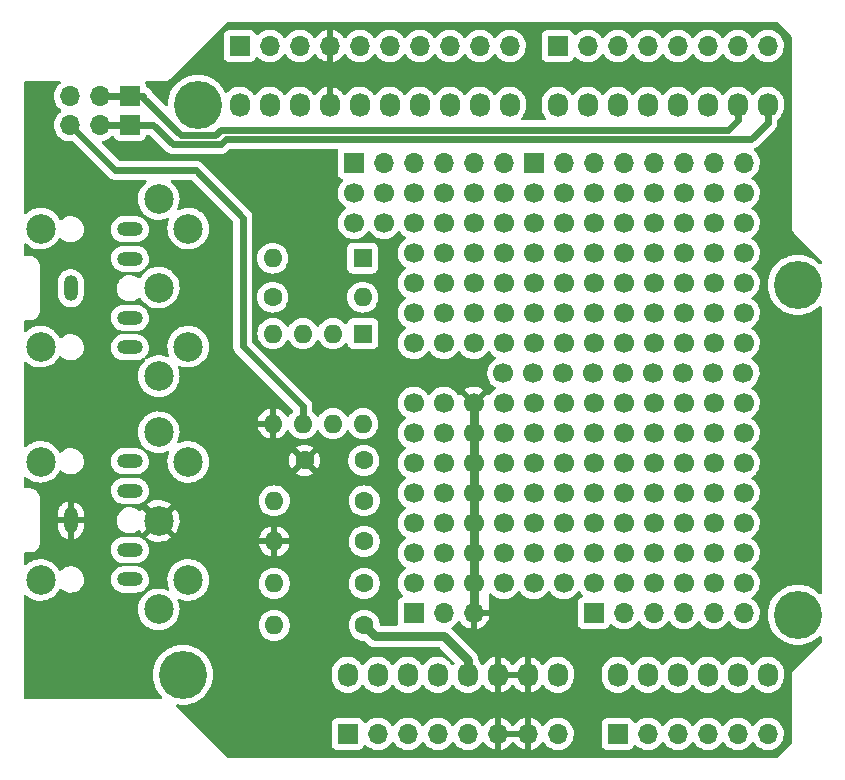
<source format=gbr>
%TF.GenerationSoftware,KiCad,Pcbnew,(6.0.5)*%
%TF.CreationDate,2023-01-02T11:49:04+00:00*%
%TF.ProjectId,ArduinoMIDIProtoShield,41726475-696e-46f4-9d49-444950726f74,rev?*%
%TF.SameCoordinates,Original*%
%TF.FileFunction,Copper,L2,Bot*%
%TF.FilePolarity,Positive*%
%FSLAX46Y46*%
G04 Gerber Fmt 4.6, Leading zero omitted, Abs format (unit mm)*
G04 Created by KiCad (PCBNEW (6.0.5)) date 2023-01-02 11:49:04*
%MOMM*%
%LPD*%
G01*
G04 APERTURE LIST*
%TA.AperFunction,ComponentPad*%
%ADD10O,1.700000X1.700000*%
%TD*%
%TA.AperFunction,ComponentPad*%
%ADD11R,1.700000X1.700000*%
%TD*%
%TA.AperFunction,ComponentPad*%
%ADD12O,1.727200X2.032000*%
%TD*%
%TA.AperFunction,ComponentPad*%
%ADD13C,4.064000*%
%TD*%
%TA.AperFunction,ComponentPad*%
%ADD14C,1.700000*%
%TD*%
%TA.AperFunction,ComponentPad*%
%ADD15R,1.600000X1.600000*%
%TD*%
%TA.AperFunction,ComponentPad*%
%ADD16O,1.600000X1.600000*%
%TD*%
%TA.AperFunction,ComponentPad*%
%ADD17C,1.600000*%
%TD*%
%TA.AperFunction,WasherPad*%
%ADD18C,2.499360*%
%TD*%
%TA.AperFunction,ComponentPad*%
%ADD19C,2.499360*%
%TD*%
%TA.AperFunction,ComponentPad*%
%ADD20O,2.200000X1.200000*%
%TD*%
%TA.AperFunction,ComponentPad*%
%ADD21O,1.200000X2.200000*%
%TD*%
%TA.AperFunction,Conductor*%
%ADD22C,0.800000*%
%TD*%
%TA.AperFunction,Conductor*%
%ADD23C,0.600000*%
%TD*%
G04 APERTURE END LIST*
D10*
%TO.P,J12,10,Pin_10*%
%TO.N,/8*%
X152654000Y-70586000D03*
%TO.P,J12,9,Pin_9*%
%TO.N,/9(\u002A\u002A)*%
X150114000Y-70586000D03*
%TO.P,J12,8,Pin_8*%
%TO.N,/10(\u002A\u002A{slash}SS)*%
X147574000Y-70586000D03*
%TO.P,J12,7,Pin_7*%
%TO.N,/11(\u002A\u002A{slash}MOSI)*%
X145034000Y-70586000D03*
%TO.P,J12,6,Pin_6*%
%TO.N,/12(MISO)*%
X142494000Y-70586000D03*
%TO.P,J12,5,Pin_5*%
%TO.N,/13(SCK)*%
X139954000Y-70586000D03*
%TO.P,J12,4,Pin_4*%
%TO.N,GND*%
X137414000Y-70586000D03*
%TO.P,J12,3,Pin_3*%
%TO.N,/AREF*%
X134874000Y-70586000D03*
%TO.P,J12,2,Pin_2*%
%TO.N,/A4(SDA)*%
X132334000Y-70586000D03*
D11*
%TO.P,J12,1,Pin_1*%
%TO.N,/A5(SCL)*%
X129794000Y-70586000D03*
%TD*%
%TO.P,J11,1,Pin_1*%
%TO.N,/7*%
X156718000Y-70586000D03*
D10*
%TO.P,J11,2,Pin_2*%
%TO.N,/6(\u002A\u002A)*%
X159258000Y-70586000D03*
%TO.P,J11,3,Pin_3*%
%TO.N,/5(\u002A\u002A)*%
X161798000Y-70586000D03*
%TO.P,J11,4,Pin_4*%
%TO.N,/4*%
X164338000Y-70586000D03*
%TO.P,J11,5,Pin_5*%
%TO.N,/3(\u002A\u002A)*%
X166878000Y-70586000D03*
%TO.P,J11,6,Pin_6*%
%TO.N,/2*%
X169418000Y-70586000D03*
%TO.P,J11,7,Pin_7*%
%TO.N,/1(Tx)*%
X171958000Y-70586000D03*
%TO.P,J11,8,Pin_8*%
%TO.N,/0(Rx)*%
X174498000Y-70586000D03*
%TD*%
D11*
%TO.P,J10,1,Pin_1*%
%TO.N,/A0*%
X161798000Y-128825000D03*
D10*
%TO.P,J10,2,Pin_2*%
%TO.N,/A1*%
X164338000Y-128825000D03*
%TO.P,J10,3,Pin_3*%
%TO.N,/A2*%
X166878000Y-128825000D03*
%TO.P,J10,4,Pin_4*%
%TO.N,/A3*%
X169418000Y-128825000D03*
%TO.P,J10,5,Pin_5*%
%TO.N,/A4(SDA)*%
X171958000Y-128825000D03*
%TO.P,J10,6,Pin_6*%
%TO.N,/A5(SCL)*%
X174498000Y-128825000D03*
%TD*%
D11*
%TO.P,J9,1,Pin_1*%
%TO.N,unconnected-(J9-Pad1)*%
X138938000Y-128825000D03*
D10*
%TO.P,J9,2,Pin_2*%
%TO.N,/IOREF*%
X141478000Y-128825000D03*
%TO.P,J9,3,Pin_3*%
%TO.N,/Reset*%
X144018000Y-128825000D03*
%TO.P,J9,4,Pin_4*%
%TO.N,+3V3*%
X146558000Y-128825000D03*
%TO.P,J9,5,Pin_5*%
%TO.N,+5V*%
X149098000Y-128825000D03*
%TO.P,J9,6,Pin_6*%
%TO.N,GND*%
X151638000Y-128825000D03*
%TO.P,J9,7,Pin_7*%
X154178000Y-128825000D03*
%TO.P,J9,8,Pin_8*%
%TO.N,/Vin*%
X156718000Y-128825000D03*
%TD*%
D12*
%TO.P,P1,1,Pin_1*%
%TO.N,unconnected-(P1-Pad1)*%
X138938000Y-123825000D03*
%TO.P,P1,2,Pin_2*%
%TO.N,/IOREF*%
X141478000Y-123825000D03*
%TO.P,P1,3,Pin_3*%
%TO.N,/Reset*%
X144018000Y-123825000D03*
%TO.P,P1,4,Pin_4*%
%TO.N,+3V3*%
X146558000Y-123825000D03*
%TO.P,P1,5,Pin_5*%
%TO.N,+5V*%
X149098000Y-123825000D03*
%TO.P,P1,6,Pin_6*%
%TO.N,GND*%
X151638000Y-123825000D03*
%TO.P,P1,7,Pin_7*%
X154178000Y-123825000D03*
%TO.P,P1,8,Pin_8*%
%TO.N,/Vin*%
X156718000Y-123825000D03*
%TD*%
%TO.P,P2,1,Pin_1*%
%TO.N,/A0*%
X161798000Y-123825000D03*
%TO.P,P2,2,Pin_2*%
%TO.N,/A1*%
X164338000Y-123825000D03*
%TO.P,P2,3,Pin_3*%
%TO.N,/A2*%
X166878000Y-123825000D03*
%TO.P,P2,4,Pin_4*%
%TO.N,/A3*%
X169418000Y-123825000D03*
%TO.P,P2,5,Pin_5*%
%TO.N,/A4(SDA)*%
X171958000Y-123825000D03*
%TO.P,P2,6,Pin_6*%
%TO.N,/A5(SCL)*%
X174498000Y-123825000D03*
%TD*%
%TO.P,P3,1,Pin_1*%
%TO.N,/A5(SCL)*%
X129794000Y-75565000D03*
%TO.P,P3,2,Pin_2*%
%TO.N,/A4(SDA)*%
X132334000Y-75565000D03*
%TO.P,P3,3,Pin_3*%
%TO.N,/AREF*%
X134874000Y-75565000D03*
%TO.P,P3,4,Pin_4*%
%TO.N,GND*%
X137414000Y-75565000D03*
%TO.P,P3,5,Pin_5*%
%TO.N,/13(SCK)*%
X139954000Y-75565000D03*
%TO.P,P3,6,Pin_6*%
%TO.N,/12(MISO)*%
X142494000Y-75565000D03*
%TO.P,P3,7,Pin_7*%
%TO.N,/11(\u002A\u002A{slash}MOSI)*%
X145034000Y-75565000D03*
%TO.P,P3,8,Pin_8*%
%TO.N,/10(\u002A\u002A{slash}SS)*%
X147574000Y-75565000D03*
%TO.P,P3,9,Pin_9*%
%TO.N,/9(\u002A\u002A)*%
X150114000Y-75565000D03*
%TO.P,P3,10,Pin_10*%
%TO.N,/8*%
X152654000Y-75565000D03*
%TD*%
%TO.P,P4,1,Pin_1*%
%TO.N,/7*%
X156718000Y-75565000D03*
%TO.P,P4,2,Pin_2*%
%TO.N,/6(\u002A\u002A)*%
X159258000Y-75565000D03*
%TO.P,P4,3,Pin_3*%
%TO.N,/5(\u002A\u002A)*%
X161798000Y-75565000D03*
%TO.P,P4,4,Pin_4*%
%TO.N,/4*%
X164338000Y-75565000D03*
%TO.P,P4,5,Pin_5*%
%TO.N,/3(\u002A\u002A)*%
X166878000Y-75565000D03*
%TO.P,P4,6,Pin_6*%
%TO.N,/2*%
X169418000Y-75565000D03*
%TO.P,P4,7,Pin_7*%
%TO.N,/1(Tx)*%
X171958000Y-75565000D03*
%TO.P,P4,8,Pin_8*%
%TO.N,/0(Rx)*%
X174498000Y-75565000D03*
%TD*%
D13*
%TO.P,P5,1,Pin_1*%
%TO.N,unconnected-(P5-Pad1)*%
X124968000Y-123825000D03*
%TD*%
%TO.P,P6,1,Pin_1*%
%TO.N,unconnected-(P6-Pad1)*%
X177038000Y-118745000D03*
%TD*%
%TO.P,P7,1,Pin_1*%
%TO.N,unconnected-(P7-Pad1)*%
X126238000Y-75565000D03*
%TD*%
%TO.P,P8,1,Pin_1*%
%TO.N,unconnected-(P8-Pad1)*%
X177038000Y-90805000D03*
%TD*%
D14*
%TO.P,,1*%
%TO.N,N/C*%
X162306000Y-110972600D03*
%TD*%
%TO.P,,1*%
%TO.N,N/C*%
X167386000Y-85572600D03*
%TD*%
%TO.P,,1*%
%TO.N,N/C*%
X169926000Y-110972600D03*
%TD*%
%TO.P,,1*%
%TO.N,N/C*%
X152146000Y-108432600D03*
%TD*%
%TO.P,,1*%
%TO.N,N/C*%
X164846000Y-100812600D03*
%TD*%
%TO.P,,1*%
%TO.N,N/C*%
X154686000Y-90652600D03*
%TD*%
%TO.P,,1*%
%TO.N,N/C*%
X172466000Y-116052600D03*
%TD*%
%TO.P,,1*%
%TO.N,N/C*%
X169926000Y-93192600D03*
%TD*%
%TO.P,,1*%
%TO.N,N/C*%
X154686000Y-116052600D03*
%TD*%
%TO.P,,1*%
%TO.N,N/C*%
X167386000Y-105892600D03*
%TD*%
%TO.P,,1*%
%TO.N,N/C*%
X167386000Y-116052600D03*
%TD*%
%TO.P,,1*%
%TO.N,N/C*%
X147066000Y-90652600D03*
%TD*%
%TO.P,,1*%
%TO.N,N/C*%
X147066000Y-88112600D03*
%TD*%
%TO.P,,1*%
%TO.N,N/C*%
X157200600Y-98272600D03*
%TD*%
%TO.P,,1*%
%TO.N,N/C*%
X144526000Y-90652600D03*
%TD*%
%TO.P,,1*%
%TO.N,N/C*%
X162306000Y-116052600D03*
%TD*%
%TO.P,,1*%
%TO.N,N/C*%
X157226000Y-108432600D03*
%TD*%
%TO.P,,1*%
%TO.N,N/C*%
X152146000Y-93192600D03*
%TD*%
%TO.P,,1*%
%TO.N,N/C*%
X147066000Y-83032600D03*
%TD*%
%TO.P,,1*%
%TO.N,N/C*%
X164846000Y-93192600D03*
%TD*%
%TO.P,,1*%
%TO.N,N/C*%
X147066000Y-85572600D03*
%TD*%
%TO.P,,1*%
%TO.N,N/C*%
X141990000Y-83030000D03*
%TD*%
%TO.P,,1*%
%TO.N,N/C*%
X159766000Y-100812600D03*
%TD*%
%TO.P,,1*%
%TO.N,N/C*%
X157226000Y-90652600D03*
%TD*%
%TO.P,,1*%
%TO.N,N/C*%
X169926000Y-100812600D03*
%TD*%
%TO.P,,1*%
%TO.N,N/C*%
X169926000Y-90652600D03*
%TD*%
%TO.P,,1*%
%TO.N,+3V3*%
X144526000Y-100812600D03*
%TD*%
D15*
%TO.P,U1,1,NC*%
%TO.N,unconnected-(U1-Pad1)*%
X140223400Y-94929800D03*
D16*
%TO.P,U1,2,C1*%
%TO.N,Net-(D1-Pad1)*%
X137683400Y-94929800D03*
%TO.P,U1,3,C2*%
%TO.N,Net-(D1-Pad2)*%
X135143400Y-94929800D03*
%TO.P,U1,4,NC*%
%TO.N,unconnected-(U1-Pad4)*%
X132603400Y-94929800D03*
%TO.P,U1,5,GND*%
%TO.N,GND*%
X132603400Y-102549800D03*
%TO.P,U1,6,VO2*%
%TO.N,Net-(J4-Pad3)*%
X135143400Y-102549800D03*
%TO.P,U1,7,VO1*%
%TO.N,Net-(R4-Pad1)*%
X137683400Y-102549800D03*
%TO.P,U1,8,VCC*%
%TO.N,+5V*%
X140223400Y-102549800D03*
%TD*%
D14*
%TO.P,,1*%
%TO.N,N/C*%
X162280600Y-98272600D03*
%TD*%
%TO.P,,1*%
%TO.N,GND*%
X149606000Y-105892600D03*
%TD*%
%TO.P,,1*%
%TO.N,N/C*%
X164846000Y-90652600D03*
%TD*%
%TO.P,,1*%
%TO.N,N/C*%
X159766000Y-88112600D03*
%TD*%
%TO.P,,1*%
%TO.N,+3V3*%
X144526000Y-110972600D03*
%TD*%
%TO.P,,1*%
%TO.N,+3V3*%
X144526000Y-113512600D03*
%TD*%
D11*
%TO.P,J7,1,Pin_1*%
%TO.N,/13(SCK)*%
X139446000Y-80492600D03*
D10*
%TO.P,J7,2,Pin_2*%
%TO.N,/12(MISO)*%
X141986000Y-80492600D03*
%TO.P,J7,3,Pin_3*%
%TO.N,/11(\u002A\u002A{slash}MOSI)*%
X144526000Y-80492600D03*
%TO.P,J7,4,Pin_4*%
%TO.N,/10(\u002A\u002A{slash}SS)*%
X147066000Y-80492600D03*
%TO.P,J7,5,Pin_5*%
%TO.N,/9(\u002A\u002A)*%
X149606000Y-80492600D03*
%TO.P,J7,6,Pin_6*%
%TO.N,/8*%
X152146000Y-80492600D03*
%TD*%
D14*
%TO.P,,1*%
%TO.N,N/C*%
X169926000Y-88112600D03*
%TD*%
D17*
%TO.P,R3,1*%
%TO.N,Net-(IN1-Pad4)*%
X132588000Y-91846400D03*
D16*
%TO.P,R3,2*%
%TO.N,Net-(D1-Pad1)*%
X140208000Y-91846400D03*
%TD*%
D14*
%TO.P,,1*%
%TO.N,N/C*%
X159766000Y-90652600D03*
%TD*%
D17*
%TO.P,R5,1*%
%TO.N,+5V*%
X140335000Y-109093000D03*
D16*
%TO.P,R5,2*%
%TO.N,Net-(J4-Pad3)*%
X132715000Y-109093000D03*
%TD*%
D14*
%TO.P,,1*%
%TO.N,N/C*%
X152146000Y-83032600D03*
%TD*%
%TO.P,,1*%
%TO.N,N/C*%
X172466000Y-103352600D03*
%TD*%
D15*
%TO.P,D1,1,K*%
%TO.N,Net-(D1-Pad1)*%
X140208000Y-88544400D03*
D16*
%TO.P,D1,2,A*%
%TO.N,Net-(D1-Pad2)*%
X132588000Y-88544400D03*
%TD*%
D14*
%TO.P,,1*%
%TO.N,N/C*%
X159766000Y-83032600D03*
%TD*%
D17*
%TO.P,R4,1*%
%TO.N,Net-(R4-Pad1)*%
X140335000Y-112522000D03*
D16*
%TO.P,R4,2*%
%TO.N,GND*%
X132715000Y-112522000D03*
%TD*%
D14*
%TO.P,,1*%
%TO.N,N/C*%
X172466000Y-85572600D03*
%TD*%
%TO.P,,1*%
%TO.N,N/C*%
X172466000Y-113512600D03*
%TD*%
%TO.P,,1*%
%TO.N,N/C*%
X152146000Y-103352600D03*
%TD*%
%TO.P,,1*%
%TO.N,N/C*%
X164846000Y-85572600D03*
%TD*%
%TO.P,,1*%
%TO.N,N/C*%
X164846000Y-95732600D03*
%TD*%
%TO.P,,1*%
%TO.N,N/C*%
X147066000Y-95732600D03*
%TD*%
%TO.P,,1*%
%TO.N,GND*%
X149606000Y-113512600D03*
%TD*%
%TO.P,,1*%
%TO.N,N/C*%
X157226000Y-85572600D03*
%TD*%
%TO.P,,1*%
%TO.N,N/C*%
X164846000Y-110972600D03*
%TD*%
%TO.P,,1*%
%TO.N,+3V3*%
X144526000Y-108432600D03*
%TD*%
%TO.P,,1*%
%TO.N,N/C*%
X157226000Y-103352600D03*
%TD*%
%TO.P,,1*%
%TO.N,N/C*%
X169926000Y-83032600D03*
%TD*%
%TO.P,,1*%
%TO.N,N/C*%
X162306000Y-85572600D03*
%TD*%
%TO.P,,1*%
%TO.N,N/C*%
X164846000Y-88112600D03*
%TD*%
%TO.P,,1*%
%TO.N,+5V*%
X147066000Y-103352600D03*
%TD*%
%TO.P,,1*%
%TO.N,N/C*%
X162306000Y-83032600D03*
%TD*%
%TO.P,,1*%
%TO.N,+3V3*%
X144526000Y-116052600D03*
%TD*%
%TO.P,,1*%
%TO.N,N/C*%
X157226000Y-88112600D03*
%TD*%
%TO.P,,1*%
%TO.N,+5V*%
X147066000Y-105892600D03*
%TD*%
%TO.P,,1*%
%TO.N,N/C*%
X167386000Y-100812600D03*
%TD*%
D17*
%TO.P,C1,1*%
%TO.N,+5V*%
X140295000Y-105664000D03*
%TO.P,C1,2*%
%TO.N,GND*%
X135295000Y-105664000D03*
%TD*%
D14*
%TO.P,,1*%
%TO.N,N/C*%
X167386000Y-93192600D03*
%TD*%
%TO.P,,1*%
%TO.N,N/C*%
X157226000Y-95732600D03*
%TD*%
%TO.P,,1*%
%TO.N,N/C*%
X162306000Y-100812600D03*
%TD*%
%TO.P,,1*%
%TO.N,N/C*%
X172466000Y-93192600D03*
%TD*%
%TO.P,,1*%
%TO.N,N/C*%
X152146000Y-90652600D03*
%TD*%
%TO.P,,1*%
%TO.N,N/C*%
X157226000Y-113512600D03*
%TD*%
%TO.P,,1*%
%TO.N,N/C*%
X157226000Y-116052600D03*
%TD*%
%TO.P,,1*%
%TO.N,N/C*%
X169926000Y-113512600D03*
%TD*%
%TO.P,,1*%
%TO.N,N/C*%
X157226000Y-83032600D03*
%TD*%
%TO.P,,1*%
%TO.N,N/C*%
X152146000Y-85572600D03*
%TD*%
%TO.P,,1*%
%TO.N,N/C*%
X172466000Y-110972600D03*
%TD*%
%TO.P,,1*%
%TO.N,N/C*%
X159766000Y-105892600D03*
%TD*%
%TO.P,,1*%
%TO.N,N/C*%
X164846000Y-103352600D03*
%TD*%
%TO.P,,1*%
%TO.N,N/C*%
X154686000Y-105892600D03*
%TD*%
%TO.P,,1*%
%TO.N,N/C*%
X172466000Y-105892600D03*
%TD*%
%TO.P,,1*%
%TO.N,N/C*%
X169926000Y-108432600D03*
%TD*%
%TO.P,,1*%
%TO.N,N/C*%
X152146000Y-100812600D03*
%TD*%
%TO.P,,1*%
%TO.N,N/C*%
X154686000Y-85572600D03*
%TD*%
%TO.P,,1*%
%TO.N,N/C*%
X164846000Y-105892600D03*
%TD*%
%TO.P,,1*%
%TO.N,N/C*%
X167386000Y-108432600D03*
%TD*%
%TO.P,,1*%
%TO.N,N/C*%
X164846000Y-108432600D03*
%TD*%
%TO.P,,1*%
%TO.N,GND*%
X149606000Y-116052600D03*
%TD*%
%TO.P,,1*%
%TO.N,N/C*%
X154686000Y-95732600D03*
%TD*%
%TO.P,,1*%
%TO.N,N/C*%
X167386000Y-90652600D03*
%TD*%
%TO.P,,1*%
%TO.N,N/C*%
X162306000Y-105892600D03*
%TD*%
%TO.P,,1*%
%TO.N,N/C*%
X167386000Y-83032600D03*
%TD*%
%TO.P,,1*%
%TO.N,N/C*%
X139450000Y-85570000D03*
%TD*%
%TO.P,,1*%
%TO.N,N/C*%
X172466000Y-90652600D03*
%TD*%
%TO.P,,1*%
%TO.N,N/C*%
X154686000Y-93192600D03*
%TD*%
%TO.P,,1*%
%TO.N,N/C*%
X167386000Y-103352600D03*
%TD*%
%TO.P,,1*%
%TO.N,N/C*%
X154686000Y-113512600D03*
%TD*%
D18*
%TO.P,IN1,*%
%TO.N,*%
X112938300Y-86037740D03*
X112938300Y-96040260D03*
D19*
%TO.P,IN1,1*%
%TO.N,unconnected-(IN1-Pad1)*%
X122933200Y-98537080D03*
%TO.P,IN1,2*%
%TO.N,unconnected-(IN1-Pad2)*%
X122935740Y-91039000D03*
%TO.P,IN1,3*%
%TO.N,unconnected-(IN1-Pad3)*%
X122933200Y-83540920D03*
%TO.P,IN1,4*%
%TO.N,Net-(IN1-Pad4)*%
X125435100Y-96035180D03*
%TO.P,IN1,5*%
%TO.N,Net-(D1-Pad2)*%
X125435100Y-86042820D03*
%TD*%
D11*
%TO.P,J5,1,Pin_1*%
%TO.N,+3V3*%
X144526000Y-118592600D03*
D10*
%TO.P,J5,2,Pin_2*%
%TO.N,+5V*%
X147066000Y-118592600D03*
%TO.P,J5,3,Pin_3*%
%TO.N,GND*%
X149606000Y-118592600D03*
%TD*%
D14*
%TO.P,,1*%
%TO.N,+5V*%
X147066000Y-108432600D03*
%TD*%
%TO.P,,1*%
%TO.N,N/C*%
X152120600Y-98272600D03*
%TD*%
%TO.P,,1*%
%TO.N,+5V*%
X147066000Y-110972600D03*
%TD*%
%TO.P,,1*%
%TO.N,N/C*%
X152146000Y-110972600D03*
%TD*%
%TO.P,,1*%
%TO.N,+5V*%
X147066000Y-116052600D03*
%TD*%
D20*
%TO.P,J2,R*%
%TO.N,Net-(J2-PadR)*%
X120493800Y-105750000D03*
%TO.P,J2,RN*%
%TO.N,N/C*%
X120493800Y-108250000D03*
D21*
%TO.P,J2,S*%
%TO.N,GND*%
X115493800Y-110750000D03*
D20*
%TO.P,J2,T*%
%TO.N,Net-(J2-PadT)*%
X120493800Y-115750000D03*
%TO.P,J2,TN*%
%TO.N,N/C*%
X120493800Y-113250000D03*
%TD*%
D14*
%TO.P,,1*%
%TO.N,N/C*%
X152146000Y-113512600D03*
%TD*%
%TO.P,,1*%
%TO.N,N/C*%
X162306000Y-95732600D03*
%TD*%
%TO.P,,1*%
%TO.N,GND*%
X149606000Y-100812600D03*
%TD*%
%TO.P,,1*%
%TO.N,N/C*%
X169926000Y-85572600D03*
%TD*%
%TO.P,,1*%
%TO.N,N/C*%
X162306000Y-88112600D03*
%TD*%
%TO.P,,1*%
%TO.N,N/C*%
X154686000Y-100812600D03*
%TD*%
%TO.P,,1*%
%TO.N,N/C*%
X164846000Y-113512600D03*
%TD*%
%TO.P,,1*%
%TO.N,GND*%
X149606000Y-110972600D03*
%TD*%
%TO.P,,1*%
%TO.N,N/C*%
X167360600Y-98272600D03*
%TD*%
%TO.P,,1*%
%TO.N,GND*%
X149606000Y-103352600D03*
%TD*%
%TO.P,,1*%
%TO.N,N/C*%
X159766000Y-110972600D03*
%TD*%
%TO.P,,1*%
%TO.N,N/C*%
X159766000Y-103352600D03*
%TD*%
%TO.P,,1*%
%TO.N,N/C*%
X144526000Y-85572600D03*
%TD*%
%TO.P,,1*%
%TO.N,N/C*%
X167386000Y-113512600D03*
%TD*%
%TO.P,,1*%
%TO.N,N/C*%
X169926000Y-95732600D03*
%TD*%
%TO.P,,1*%
%TO.N,N/C*%
X167386000Y-88112600D03*
%TD*%
%TO.P,,1*%
%TO.N,N/C*%
X149606000Y-88112600D03*
%TD*%
%TO.P,,1*%
%TO.N,N/C*%
X172466000Y-100812600D03*
%TD*%
D20*
%TO.P,J1,R*%
%TO.N,Net-(IN1-Pad4)*%
X120493800Y-86100000D03*
%TO.P,J1,RN*%
%TO.N,N/C*%
X120493800Y-88600000D03*
D21*
%TO.P,J1,S*%
%TO.N,unconnected-(J1-PadS)*%
X115493800Y-91100000D03*
D20*
%TO.P,J1,T*%
%TO.N,Net-(D1-Pad2)*%
X120493800Y-96100000D03*
%TO.P,J1,TN*%
%TO.N,N/C*%
X120493800Y-93600000D03*
%TD*%
D14*
%TO.P,,1*%
%TO.N,N/C*%
X172466000Y-95732600D03*
%TD*%
%TO.P,,1*%
%TO.N,N/C*%
X144526000Y-88112600D03*
%TD*%
%TO.P,,1*%
%TO.N,N/C*%
X149606000Y-85572600D03*
%TD*%
%TO.P,,1*%
%TO.N,+5V*%
X147066000Y-100812600D03*
%TD*%
%TO.P,,1*%
%TO.N,N/C*%
X167386000Y-95732600D03*
%TD*%
%TO.P,,1*%
%TO.N,N/C*%
X154686000Y-108432600D03*
%TD*%
%TO.P,,1*%
%TO.N,N/C*%
X152146000Y-88112600D03*
%TD*%
%TO.P,,1*%
%TO.N,N/C*%
X162306000Y-93192600D03*
%TD*%
D18*
%TO.P,OUT1,*%
%TO.N,*%
X112938300Y-115789260D03*
X112938300Y-105786740D03*
D19*
%TO.P,OUT1,1*%
%TO.N,unconnected-(OUT1-Pad1)*%
X122933200Y-118286080D03*
%TO.P,OUT1,2*%
%TO.N,GND*%
X122935740Y-110788000D03*
%TO.P,OUT1,3*%
%TO.N,unconnected-(OUT1-Pad3)*%
X122933200Y-103289920D03*
%TO.P,OUT1,4*%
%TO.N,Net-(J2-PadR)*%
X125435100Y-115784180D03*
%TO.P,OUT1,5*%
%TO.N,Net-(J2-PadT)*%
X125435100Y-105791820D03*
%TD*%
D14*
%TO.P,,1*%
%TO.N,+3V3*%
X144526000Y-103352600D03*
%TD*%
%TO.P,,1*%
%TO.N,N/C*%
X157226000Y-100812600D03*
%TD*%
%TO.P,,1*%
%TO.N,N/C*%
X169926000Y-105892600D03*
%TD*%
D11*
%TO.P,J6,1,Pin_1*%
%TO.N,/A0*%
X159766000Y-118592600D03*
D10*
%TO.P,J6,2,Pin_2*%
%TO.N,/A1*%
X162306000Y-118592600D03*
%TO.P,J6,3,Pin_3*%
%TO.N,/A2*%
X164846000Y-118592600D03*
%TO.P,J6,4,Pin_4*%
%TO.N,/A3*%
X167386000Y-118592600D03*
%TO.P,J6,5,Pin_5*%
%TO.N,/A4(SDA)*%
X169926000Y-118592600D03*
%TO.P,J6,6,Pin_6*%
%TO.N,/A5(SCL)*%
X172466000Y-118592600D03*
%TD*%
D17*
%TO.P,R1,1*%
%TO.N,+5V*%
X140335000Y-119634000D03*
D16*
%TO.P,R1,2*%
%TO.N,Net-(J2-PadR)*%
X132715000Y-119634000D03*
%TD*%
D14*
%TO.P,,1*%
%TO.N,N/C*%
X159766000Y-108432600D03*
%TD*%
%TO.P,,1*%
%TO.N,N/C*%
X172466000Y-83032600D03*
%TD*%
%TO.P,,1*%
%TO.N,+5V*%
X147066000Y-113512600D03*
%TD*%
%TO.P,,1*%
%TO.N,N/C*%
X154686000Y-88112600D03*
%TD*%
%TO.P,,1*%
%TO.N,N/C*%
X157226000Y-105892600D03*
%TD*%
%TO.P,,1*%
%TO.N,N/C*%
X141990000Y-85570000D03*
%TD*%
%TO.P,,1*%
%TO.N,N/C*%
X167386000Y-110972600D03*
%TD*%
%TO.P,,1*%
%TO.N,N/C*%
X162306000Y-103352600D03*
%TD*%
%TO.P,,1*%
%TO.N,N/C*%
X162306000Y-90652600D03*
%TD*%
%TO.P,,1*%
%TO.N,N/C*%
X169926000Y-116052600D03*
%TD*%
%TO.P,,1*%
%TO.N,N/C*%
X139450000Y-83030000D03*
%TD*%
%TO.P,,1*%
%TO.N,N/C*%
X164820600Y-98272600D03*
%TD*%
%TO.P,,1*%
%TO.N,N/C*%
X144526000Y-93192600D03*
%TD*%
D11*
%TO.P,J4,1,Pin_1*%
%TO.N,/0(Rx)*%
X120505000Y-77280000D03*
D10*
%TO.P,J4,2,Pin_2*%
X117965000Y-77280000D03*
%TO.P,J4,3,Pin_3*%
%TO.N,Net-(J4-Pad3)*%
X115425000Y-77280000D03*
%TD*%
D14*
%TO.P,,1*%
%TO.N,N/C*%
X162306000Y-108432600D03*
%TD*%
%TO.P,,1*%
%TO.N,N/C*%
X159766000Y-85572600D03*
%TD*%
%TO.P,,1*%
%TO.N,N/C*%
X149606000Y-90652600D03*
%TD*%
%TO.P,,1*%
%TO.N,N/C*%
X152146000Y-116052600D03*
%TD*%
%TO.P,,1*%
%TO.N,+3V3*%
X144526000Y-105892600D03*
%TD*%
%TO.P,,1*%
%TO.N,N/C*%
X172440600Y-98272600D03*
%TD*%
%TO.P,,1*%
%TO.N,N/C*%
X157226000Y-110972600D03*
%TD*%
%TO.P,,1*%
%TO.N,N/C*%
X149606000Y-83032600D03*
%TD*%
D11*
%TO.P,J8,1,Pin_1*%
%TO.N,/7*%
X154686000Y-80492600D03*
D10*
%TO.P,J8,2,Pin_2*%
%TO.N,/6(\u002A\u002A)*%
X157226000Y-80492600D03*
%TO.P,J8,3,Pin_3*%
%TO.N,/5(\u002A\u002A)*%
X159766000Y-80492600D03*
%TO.P,J8,4,Pin_4*%
%TO.N,/4*%
X162306000Y-80492600D03*
%TO.P,J8,5,Pin_5*%
%TO.N,/3(\u002A\u002A)*%
X164846000Y-80492600D03*
%TO.P,J8,6,Pin_6*%
%TO.N,/2*%
X167386000Y-80492600D03*
%TO.P,J8,7,Pin_7*%
%TO.N,/1(Tx)*%
X169926000Y-80492600D03*
%TO.P,J8,8,Pin_8*%
%TO.N,/0(Rx)*%
X172466000Y-80492600D03*
%TD*%
D11*
%TO.P,J3,1,Pin_1*%
%TO.N,/1(Tx)*%
X120505000Y-74840000D03*
D10*
%TO.P,J3,2,Pin_2*%
X117965000Y-74840000D03*
%TO.P,J3,3,Pin_3*%
%TO.N,Net-(J3-Pad3)*%
X115425000Y-74840000D03*
%TD*%
D14*
%TO.P,,1*%
%TO.N,N/C*%
X159766000Y-93192600D03*
%TD*%
%TO.P,,1*%
%TO.N,N/C*%
X157226000Y-93192600D03*
%TD*%
%TO.P,,1*%
%TO.N,N/C*%
X159766000Y-113512600D03*
%TD*%
D17*
%TO.P,R2,1*%
%TO.N,Net-(J3-Pad3)*%
X140335000Y-116078000D03*
D16*
%TO.P,R2,2*%
%TO.N,Net-(J2-PadT)*%
X132715000Y-116078000D03*
%TD*%
D14*
%TO.P,,1*%
%TO.N,N/C*%
X169926000Y-103352600D03*
%TD*%
%TO.P,,1*%
%TO.N,N/C*%
X152146000Y-95732600D03*
%TD*%
%TO.P,,1*%
%TO.N,N/C*%
X172466000Y-88112600D03*
%TD*%
%TO.P,,1*%
%TO.N,N/C*%
X149606000Y-93192600D03*
%TD*%
%TO.P,,1*%
%TO.N,N/C*%
X154686000Y-103352600D03*
%TD*%
%TO.P,,1*%
%TO.N,N/C*%
X147066000Y-93192600D03*
%TD*%
%TO.P,,1*%
%TO.N,N/C*%
X172466000Y-108432600D03*
%TD*%
%TO.P,,1*%
%TO.N,N/C*%
X159740600Y-98272600D03*
%TD*%
%TO.P,,1*%
%TO.N,N/C*%
X164846000Y-116052600D03*
%TD*%
%TO.P,,1*%
%TO.N,N/C*%
X154686000Y-110972600D03*
%TD*%
%TO.P,,1*%
%TO.N,N/C*%
X169900600Y-98272600D03*
%TD*%
%TO.P,,1*%
%TO.N,N/C*%
X154686000Y-83032600D03*
%TD*%
%TO.P,,1*%
%TO.N,N/C*%
X154660600Y-98272600D03*
%TD*%
%TO.P,,1*%
%TO.N,N/C*%
X159766000Y-116052600D03*
%TD*%
%TO.P,,1*%
%TO.N,GND*%
X149606000Y-108432600D03*
%TD*%
%TO.P,,1*%
%TO.N,N/C*%
X159766000Y-95732600D03*
%TD*%
%TO.P,,1*%
%TO.N,N/C*%
X149606000Y-95732600D03*
%TD*%
%TO.P,,1*%
%TO.N,N/C*%
X144526000Y-95732600D03*
%TD*%
%TO.P,,1*%
%TO.N,N/C*%
X164846000Y-83032600D03*
%TD*%
%TO.P,,1*%
%TO.N,N/C*%
X144526000Y-83032600D03*
%TD*%
%TO.P,,1*%
%TO.N,N/C*%
X152146000Y-105892600D03*
%TD*%
%TO.P,,1*%
%TO.N,N/C*%
X162306000Y-113512600D03*
%TD*%
D22*
%TO.N,+5V*%
X147091400Y-120573800D02*
X149098000Y-122580400D01*
X140335000Y-119634000D02*
X141274800Y-120573800D01*
X141274800Y-120573800D02*
X147091400Y-120573800D01*
X149098000Y-122580400D02*
X149098000Y-123825000D01*
%TO.N,GND*%
X149606000Y-108432600D02*
X149606000Y-105892600D01*
X149606000Y-116052600D02*
X149606000Y-113512600D01*
X149606000Y-110972600D02*
X149606000Y-108432600D01*
X149606000Y-118592600D02*
X149606000Y-116052600D01*
X149606000Y-105892600D02*
X149606000Y-103352600D01*
X149606000Y-113512600D02*
X149606000Y-110972600D01*
X149606000Y-103352600D02*
X149606000Y-100812600D01*
D23*
%TO.N,/1(Tx)*%
X124800000Y-78110000D02*
X121640000Y-74950000D01*
X120575000Y-74840000D02*
X118035000Y-74840000D01*
X121640000Y-74840000D02*
X120575000Y-74840000D01*
X171958000Y-76809600D02*
X171094400Y-77673200D01*
X128176800Y-77673200D02*
X127740000Y-78110000D01*
X171094400Y-77673200D02*
X128176800Y-77673200D01*
X121640000Y-74950000D02*
X121640000Y-74840000D01*
X171958000Y-75565000D02*
X171958000Y-76809600D01*
X127740000Y-78110000D02*
X124800000Y-78110000D01*
%TO.N,/0(Rx)*%
X173114280Y-78472720D02*
X174498000Y-77089000D01*
X120505000Y-77280000D02*
X122490960Y-77280000D01*
X124120480Y-78909520D02*
X128183200Y-78909520D01*
X174498000Y-77089000D02*
X174498000Y-75565000D01*
X128183200Y-78909520D02*
X128620000Y-78472720D01*
X128620000Y-78472720D02*
X173114280Y-78472720D01*
X117965000Y-77280000D02*
X120505000Y-77280000D01*
X122490960Y-77280000D02*
X124120480Y-78909520D01*
%TO.N,Net-(J4-Pad3)*%
X130060000Y-85110000D02*
X126055000Y-81105000D01*
X126055000Y-81105000D02*
X119250000Y-81105000D01*
X119250000Y-81105000D02*
X115425000Y-77280000D01*
X135143400Y-101093400D02*
X130060000Y-96010000D01*
X130060000Y-96010000D02*
X130060000Y-85110000D01*
X135143400Y-102549800D02*
X135143400Y-101093400D01*
%TD*%
%TA.AperFunction,Conductor*%
%TO.N,GND*%
G36*
X175319304Y-68553502D02*
G01*
X175340278Y-68570405D01*
X176492595Y-69722723D01*
X176526621Y-69785035D01*
X176529500Y-69811818D01*
X176529500Y-85907928D01*
X176528145Y-85920058D01*
X176528627Y-85920097D01*
X176527907Y-85929044D01*
X176525926Y-85937800D01*
X176529258Y-85991508D01*
X176529500Y-85999310D01*
X176529500Y-86015513D01*
X176530136Y-86019953D01*
X176530984Y-86025878D01*
X176532013Y-86035928D01*
X176532637Y-86045980D01*
X176534945Y-86083177D01*
X176537994Y-86091623D01*
X176538593Y-86094514D01*
X176542822Y-86111480D01*
X176543648Y-86114305D01*
X176544920Y-86123187D01*
X176564522Y-86166298D01*
X176568327Y-86175647D01*
X176584404Y-86220181D01*
X176589699Y-86227429D01*
X176591080Y-86230027D01*
X176599914Y-86245144D01*
X176601495Y-86247615D01*
X176605208Y-86255782D01*
X176620068Y-86273028D01*
X176636115Y-86291652D01*
X176642401Y-86299569D01*
X176647548Y-86306615D01*
X176647553Y-86306620D01*
X176650425Y-86310552D01*
X176661400Y-86321527D01*
X176667758Y-86328374D01*
X176700287Y-86366127D01*
X176707822Y-86371011D01*
X176714066Y-86376458D01*
X176725931Y-86386058D01*
X179032595Y-88692723D01*
X179066621Y-88755035D01*
X179069500Y-88781818D01*
X179069500Y-88936477D01*
X179049498Y-89004598D01*
X178995842Y-89051091D01*
X178925568Y-89061195D01*
X178857247Y-89028327D01*
X178833908Y-89006410D01*
X178660577Y-88843641D01*
X178622021Y-88815628D01*
X178506393Y-88731620D01*
X178401959Y-88655744D01*
X178388599Y-88648399D01*
X178125293Y-88503645D01*
X178125290Y-88503643D01*
X178121831Y-88501742D01*
X177902296Y-88414822D01*
X177828293Y-88385522D01*
X177828290Y-88385521D01*
X177824610Y-88384064D01*
X177820776Y-88383080D01*
X177820768Y-88383077D01*
X177628847Y-88333800D01*
X177514983Y-88304565D01*
X177511055Y-88304069D01*
X177511051Y-88304068D01*
X177385358Y-88288190D01*
X177197835Y-88264500D01*
X176878165Y-88264500D01*
X176690642Y-88288190D01*
X176564949Y-88304068D01*
X176564945Y-88304069D01*
X176561017Y-88304565D01*
X176447153Y-88333800D01*
X176255232Y-88383077D01*
X176255224Y-88383080D01*
X176251390Y-88384064D01*
X176247710Y-88385521D01*
X176247707Y-88385522D01*
X176173704Y-88414822D01*
X175954169Y-88501742D01*
X175950710Y-88503643D01*
X175950707Y-88503645D01*
X175687401Y-88648399D01*
X175674041Y-88655744D01*
X175569607Y-88731620D01*
X175453980Y-88815628D01*
X175415423Y-88843641D01*
X175182394Y-89062470D01*
X175179870Y-89065521D01*
X175179869Y-89065522D01*
X175133227Y-89121903D01*
X174978629Y-89308779D01*
X174976505Y-89312126D01*
X174976502Y-89312130D01*
X174823161Y-89553757D01*
X174807341Y-89578685D01*
X174805657Y-89582264D01*
X174805653Y-89582271D01*
X174672922Y-89864340D01*
X174671233Y-89867930D01*
X174572449Y-90171954D01*
X174512549Y-90485961D01*
X174492477Y-90805000D01*
X174512549Y-91124039D01*
X174572449Y-91438046D01*
X174671233Y-91742070D01*
X174672920Y-91745656D01*
X174672922Y-91745660D01*
X174805653Y-92027729D01*
X174805657Y-92027736D01*
X174807341Y-92031315D01*
X174809465Y-92034661D01*
X174809465Y-92034662D01*
X174975658Y-92296539D01*
X174978629Y-92301221D01*
X174981154Y-92304273D01*
X175173866Y-92537221D01*
X175182394Y-92547530D01*
X175185284Y-92550244D01*
X175185285Y-92550245D01*
X175218753Y-92581673D01*
X175415423Y-92766359D01*
X175418625Y-92768686D01*
X175418627Y-92768687D01*
X175459163Y-92798138D01*
X175674041Y-92954256D01*
X175677510Y-92956163D01*
X175677513Y-92956165D01*
X175910981Y-93084515D01*
X175954169Y-93108258D01*
X176116083Y-93172364D01*
X176247707Y-93224478D01*
X176247710Y-93224479D01*
X176251390Y-93225936D01*
X176255224Y-93226920D01*
X176255232Y-93226923D01*
X176447153Y-93276200D01*
X176561017Y-93305435D01*
X176564945Y-93305931D01*
X176564949Y-93305932D01*
X176690642Y-93321810D01*
X176878165Y-93345500D01*
X177197835Y-93345500D01*
X177385358Y-93321810D01*
X177511051Y-93305932D01*
X177511055Y-93305931D01*
X177514983Y-93305435D01*
X177628847Y-93276200D01*
X177820768Y-93226923D01*
X177820776Y-93226920D01*
X177824610Y-93225936D01*
X177828290Y-93224479D01*
X177828293Y-93224478D01*
X177959917Y-93172364D01*
X178121831Y-93108258D01*
X178165020Y-93084515D01*
X178398487Y-92956165D01*
X178398490Y-92956163D01*
X178401959Y-92954256D01*
X178616837Y-92798138D01*
X178657373Y-92768687D01*
X178657375Y-92768686D01*
X178660577Y-92766359D01*
X178857248Y-92581673D01*
X178920597Y-92549622D01*
X178991219Y-92556909D01*
X179046690Y-92601219D01*
X179069500Y-92673523D01*
X179069500Y-116876477D01*
X179049498Y-116944598D01*
X178995842Y-116991091D01*
X178925568Y-117001195D01*
X178857247Y-116968327D01*
X178660577Y-116783641D01*
X178645136Y-116772422D01*
X178478498Y-116651353D01*
X178401959Y-116595744D01*
X178339666Y-116561498D01*
X178125293Y-116443645D01*
X178125290Y-116443643D01*
X178121831Y-116441742D01*
X177879062Y-116345623D01*
X177828293Y-116325522D01*
X177828290Y-116325521D01*
X177824610Y-116324064D01*
X177820776Y-116323080D01*
X177820768Y-116323077D01*
X177628847Y-116273800D01*
X177514983Y-116244565D01*
X177511055Y-116244069D01*
X177511051Y-116244068D01*
X177385358Y-116228190D01*
X177197835Y-116204500D01*
X176878165Y-116204500D01*
X176690642Y-116228190D01*
X176564949Y-116244068D01*
X176564945Y-116244069D01*
X176561017Y-116244565D01*
X176447153Y-116273800D01*
X176255232Y-116323077D01*
X176255224Y-116323080D01*
X176251390Y-116324064D01*
X176247710Y-116325521D01*
X176247707Y-116325522D01*
X176196938Y-116345623D01*
X175954169Y-116441742D01*
X175950710Y-116443643D01*
X175950707Y-116443645D01*
X175736334Y-116561498D01*
X175674041Y-116595744D01*
X175597502Y-116651353D01*
X175430865Y-116772422D01*
X175415423Y-116783641D01*
X175182394Y-117002470D01*
X175179870Y-117005521D01*
X175179869Y-117005522D01*
X175159750Y-117029842D01*
X174978629Y-117248779D01*
X174976505Y-117252126D01*
X174976502Y-117252130D01*
X174821804Y-117495895D01*
X174807341Y-117518685D01*
X174805657Y-117522264D01*
X174805653Y-117522271D01*
X174686656Y-117775154D01*
X174671233Y-117807930D01*
X174572449Y-118111954D01*
X174512549Y-118425961D01*
X174492477Y-118745000D01*
X174512549Y-119064039D01*
X174572449Y-119378046D01*
X174602835Y-119471565D01*
X174654230Y-119629739D01*
X174671233Y-119682070D01*
X174672920Y-119685656D01*
X174672922Y-119685660D01*
X174805653Y-119967729D01*
X174805657Y-119967736D01*
X174807341Y-119971315D01*
X174809465Y-119974661D01*
X174809465Y-119974662D01*
X174881535Y-120088225D01*
X174978629Y-120241221D01*
X175182394Y-120487530D01*
X175185284Y-120490244D01*
X175185285Y-120490245D01*
X175218753Y-120521673D01*
X175415423Y-120706359D01*
X175674041Y-120894256D01*
X175677510Y-120896163D01*
X175677513Y-120896165D01*
X175834878Y-120982677D01*
X175954169Y-121048258D01*
X176020126Y-121074372D01*
X176247707Y-121164478D01*
X176247710Y-121164479D01*
X176251390Y-121165936D01*
X176255224Y-121166920D01*
X176255232Y-121166923D01*
X176447153Y-121216200D01*
X176561017Y-121245435D01*
X176564945Y-121245931D01*
X176564949Y-121245932D01*
X176690642Y-121261810D01*
X176878165Y-121285500D01*
X177197835Y-121285500D01*
X177385358Y-121261810D01*
X177511051Y-121245932D01*
X177511055Y-121245931D01*
X177514983Y-121245435D01*
X177628847Y-121216200D01*
X177820768Y-121166923D01*
X177820776Y-121166920D01*
X177824610Y-121165936D01*
X177828290Y-121164479D01*
X177828293Y-121164478D01*
X178055874Y-121074372D01*
X178121831Y-121048258D01*
X178241123Y-120982677D01*
X178398487Y-120896165D01*
X178398490Y-120896163D01*
X178401959Y-120894256D01*
X178660577Y-120706359D01*
X178857248Y-120521673D01*
X178920597Y-120489622D01*
X178991219Y-120496909D01*
X179046690Y-120541219D01*
X179069500Y-120613523D01*
X179069500Y-121022182D01*
X179049498Y-121090303D01*
X179032595Y-121111277D01*
X176728696Y-123415177D01*
X176719156Y-123422800D01*
X176719470Y-123423168D01*
X176712634Y-123428986D01*
X176705042Y-123433776D01*
X176699100Y-123440504D01*
X176669407Y-123474125D01*
X176664061Y-123479812D01*
X176652618Y-123491255D01*
X176646978Y-123498780D01*
X176646341Y-123499630D01*
X176639967Y-123507459D01*
X176608622Y-123542951D01*
X176604808Y-123551074D01*
X176603174Y-123553562D01*
X176594186Y-123568523D01*
X176592771Y-123571108D01*
X176587384Y-123578295D01*
X176584233Y-123586701D01*
X176570759Y-123622642D01*
X176566833Y-123631958D01*
X176546719Y-123674800D01*
X176545338Y-123683669D01*
X176544472Y-123686502D01*
X176540042Y-123703389D01*
X176539408Y-123706274D01*
X176536255Y-123714684D01*
X176535590Y-123723639D01*
X176532746Y-123761906D01*
X176531592Y-123771952D01*
X176529500Y-123785386D01*
X176529500Y-123800906D01*
X176529154Y-123810243D01*
X176525461Y-123859941D01*
X176527335Y-123868720D01*
X176527898Y-123876978D01*
X176529500Y-123892161D01*
X176529500Y-129578182D01*
X176509498Y-129646303D01*
X176492595Y-129667277D01*
X175340278Y-130819595D01*
X175277966Y-130853620D01*
X175251183Y-130856500D01*
X128782817Y-130856500D01*
X128714696Y-130836498D01*
X128693722Y-130819595D01*
X127597261Y-129723134D01*
X137579500Y-129723134D01*
X137586255Y-129785316D01*
X137637385Y-129921705D01*
X137724739Y-130038261D01*
X137841295Y-130125615D01*
X137977684Y-130176745D01*
X138039866Y-130183500D01*
X139836134Y-130183500D01*
X139898316Y-130176745D01*
X140034705Y-130125615D01*
X140151261Y-130038261D01*
X140238615Y-129921705D01*
X140260799Y-129862529D01*
X140282598Y-129804382D01*
X140325240Y-129747618D01*
X140391802Y-129722918D01*
X140461150Y-129738126D01*
X140495817Y-129766114D01*
X140524250Y-129798938D01*
X140696126Y-129941632D01*
X140889000Y-130054338D01*
X141097692Y-130134030D01*
X141102760Y-130135061D01*
X141102763Y-130135062D01*
X141197862Y-130154410D01*
X141316597Y-130178567D01*
X141321772Y-130178757D01*
X141321774Y-130178757D01*
X141534673Y-130186564D01*
X141534677Y-130186564D01*
X141539837Y-130186753D01*
X141544957Y-130186097D01*
X141544959Y-130186097D01*
X141756288Y-130159025D01*
X141756289Y-130159025D01*
X141761416Y-130158368D01*
X141766366Y-130156883D01*
X141970429Y-130095661D01*
X141970434Y-130095659D01*
X141975384Y-130094174D01*
X142175994Y-129995896D01*
X142357860Y-129866173D01*
X142418185Y-129806059D01*
X142501616Y-129722918D01*
X142516096Y-129708489D01*
X142572229Y-129630372D01*
X142646453Y-129527077D01*
X142647776Y-129528028D01*
X142694645Y-129484857D01*
X142764580Y-129472625D01*
X142830026Y-129500144D01*
X142857875Y-129531994D01*
X142917987Y-129630088D01*
X143064250Y-129798938D01*
X143236126Y-129941632D01*
X143429000Y-130054338D01*
X143637692Y-130134030D01*
X143642760Y-130135061D01*
X143642763Y-130135062D01*
X143737862Y-130154410D01*
X143856597Y-130178567D01*
X143861772Y-130178757D01*
X143861774Y-130178757D01*
X144074673Y-130186564D01*
X144074677Y-130186564D01*
X144079837Y-130186753D01*
X144084957Y-130186097D01*
X144084959Y-130186097D01*
X144296288Y-130159025D01*
X144296289Y-130159025D01*
X144301416Y-130158368D01*
X144306366Y-130156883D01*
X144510429Y-130095661D01*
X144510434Y-130095659D01*
X144515384Y-130094174D01*
X144715994Y-129995896D01*
X144897860Y-129866173D01*
X144958185Y-129806059D01*
X145041616Y-129722918D01*
X145056096Y-129708489D01*
X145112229Y-129630372D01*
X145186453Y-129527077D01*
X145187776Y-129528028D01*
X145234645Y-129484857D01*
X145304580Y-129472625D01*
X145370026Y-129500144D01*
X145397875Y-129531994D01*
X145457987Y-129630088D01*
X145604250Y-129798938D01*
X145776126Y-129941632D01*
X145969000Y-130054338D01*
X146177692Y-130134030D01*
X146182760Y-130135061D01*
X146182763Y-130135062D01*
X146277862Y-130154410D01*
X146396597Y-130178567D01*
X146401772Y-130178757D01*
X146401774Y-130178757D01*
X146614673Y-130186564D01*
X146614677Y-130186564D01*
X146619837Y-130186753D01*
X146624957Y-130186097D01*
X146624959Y-130186097D01*
X146836288Y-130159025D01*
X146836289Y-130159025D01*
X146841416Y-130158368D01*
X146846366Y-130156883D01*
X147050429Y-130095661D01*
X147050434Y-130095659D01*
X147055384Y-130094174D01*
X147255994Y-129995896D01*
X147437860Y-129866173D01*
X147498185Y-129806059D01*
X147581616Y-129722918D01*
X147596096Y-129708489D01*
X147652229Y-129630372D01*
X147726453Y-129527077D01*
X147727776Y-129528028D01*
X147774645Y-129484857D01*
X147844580Y-129472625D01*
X147910026Y-129500144D01*
X147937875Y-129531994D01*
X147997987Y-129630088D01*
X148144250Y-129798938D01*
X148316126Y-129941632D01*
X148509000Y-130054338D01*
X148717692Y-130134030D01*
X148722760Y-130135061D01*
X148722763Y-130135062D01*
X148817862Y-130154410D01*
X148936597Y-130178567D01*
X148941772Y-130178757D01*
X148941774Y-130178757D01*
X149154673Y-130186564D01*
X149154677Y-130186564D01*
X149159837Y-130186753D01*
X149164957Y-130186097D01*
X149164959Y-130186097D01*
X149376288Y-130159025D01*
X149376289Y-130159025D01*
X149381416Y-130158368D01*
X149386366Y-130156883D01*
X149590429Y-130095661D01*
X149590434Y-130095659D01*
X149595384Y-130094174D01*
X149795994Y-129995896D01*
X149977860Y-129866173D01*
X150038185Y-129806059D01*
X150121616Y-129722918D01*
X150136096Y-129708489D01*
X150192229Y-129630372D01*
X150266453Y-129527077D01*
X150267640Y-129527930D01*
X150314960Y-129484362D01*
X150384897Y-129472145D01*
X150450338Y-129499678D01*
X150478166Y-129531511D01*
X150535694Y-129625388D01*
X150541777Y-129633699D01*
X150681213Y-129794667D01*
X150688580Y-129801883D01*
X150852434Y-129937916D01*
X150860881Y-129943831D01*
X151044756Y-130051279D01*
X151054042Y-130055729D01*
X151253001Y-130131703D01*
X151262899Y-130134579D01*
X151366250Y-130155606D01*
X151380299Y-130154410D01*
X151384000Y-130144065D01*
X151384000Y-130143517D01*
X151892000Y-130143517D01*
X151896064Y-130157359D01*
X151909478Y-130159393D01*
X151916184Y-130158534D01*
X151926262Y-130156392D01*
X152130255Y-130095191D01*
X152139842Y-130091433D01*
X152331095Y-129997739D01*
X152339945Y-129992464D01*
X152513328Y-129868792D01*
X152521200Y-129862139D01*
X152672052Y-129711812D01*
X152678730Y-129703965D01*
X152806022Y-129526819D01*
X152807147Y-129527627D01*
X152854669Y-129483876D01*
X152924607Y-129471661D01*
X152990046Y-129499197D01*
X153017870Y-129531028D01*
X153075690Y-129625383D01*
X153081777Y-129633699D01*
X153221213Y-129794667D01*
X153228580Y-129801883D01*
X153392434Y-129937916D01*
X153400881Y-129943831D01*
X153584756Y-130051279D01*
X153594042Y-130055729D01*
X153793001Y-130131703D01*
X153802899Y-130134579D01*
X153906250Y-130155606D01*
X153920299Y-130154410D01*
X153924000Y-130144065D01*
X153924000Y-130143517D01*
X154432000Y-130143517D01*
X154436064Y-130157359D01*
X154449478Y-130159393D01*
X154456184Y-130158534D01*
X154466262Y-130156392D01*
X154670255Y-130095191D01*
X154679842Y-130091433D01*
X154871095Y-129997739D01*
X154879945Y-129992464D01*
X155053328Y-129868792D01*
X155061200Y-129862139D01*
X155212052Y-129711812D01*
X155218730Y-129703965D01*
X155346022Y-129526819D01*
X155347279Y-129527722D01*
X155394373Y-129484362D01*
X155464311Y-129472145D01*
X155529751Y-129499678D01*
X155557579Y-129531511D01*
X155617987Y-129630088D01*
X155764250Y-129798938D01*
X155936126Y-129941632D01*
X156129000Y-130054338D01*
X156337692Y-130134030D01*
X156342760Y-130135061D01*
X156342763Y-130135062D01*
X156437862Y-130154410D01*
X156556597Y-130178567D01*
X156561772Y-130178757D01*
X156561774Y-130178757D01*
X156774673Y-130186564D01*
X156774677Y-130186564D01*
X156779837Y-130186753D01*
X156784957Y-130186097D01*
X156784959Y-130186097D01*
X156996288Y-130159025D01*
X156996289Y-130159025D01*
X157001416Y-130158368D01*
X157006366Y-130156883D01*
X157210429Y-130095661D01*
X157210434Y-130095659D01*
X157215384Y-130094174D01*
X157415994Y-129995896D01*
X157597860Y-129866173D01*
X157658185Y-129806059D01*
X157741399Y-129723134D01*
X160439500Y-129723134D01*
X160446255Y-129785316D01*
X160497385Y-129921705D01*
X160584739Y-130038261D01*
X160701295Y-130125615D01*
X160837684Y-130176745D01*
X160899866Y-130183500D01*
X162696134Y-130183500D01*
X162758316Y-130176745D01*
X162894705Y-130125615D01*
X163011261Y-130038261D01*
X163098615Y-129921705D01*
X163120799Y-129862529D01*
X163142598Y-129804382D01*
X163185240Y-129747618D01*
X163251802Y-129722918D01*
X163321150Y-129738126D01*
X163355817Y-129766114D01*
X163384250Y-129798938D01*
X163556126Y-129941632D01*
X163749000Y-130054338D01*
X163957692Y-130134030D01*
X163962760Y-130135061D01*
X163962763Y-130135062D01*
X164057862Y-130154410D01*
X164176597Y-130178567D01*
X164181772Y-130178757D01*
X164181774Y-130178757D01*
X164394673Y-130186564D01*
X164394677Y-130186564D01*
X164399837Y-130186753D01*
X164404957Y-130186097D01*
X164404959Y-130186097D01*
X164616288Y-130159025D01*
X164616289Y-130159025D01*
X164621416Y-130158368D01*
X164626366Y-130156883D01*
X164830429Y-130095661D01*
X164830434Y-130095659D01*
X164835384Y-130094174D01*
X165035994Y-129995896D01*
X165217860Y-129866173D01*
X165278185Y-129806059D01*
X165361616Y-129722918D01*
X165376096Y-129708489D01*
X165432229Y-129630372D01*
X165506453Y-129527077D01*
X165507776Y-129528028D01*
X165554645Y-129484857D01*
X165624580Y-129472625D01*
X165690026Y-129500144D01*
X165717875Y-129531994D01*
X165777987Y-129630088D01*
X165924250Y-129798938D01*
X166096126Y-129941632D01*
X166289000Y-130054338D01*
X166497692Y-130134030D01*
X166502760Y-130135061D01*
X166502763Y-130135062D01*
X166597862Y-130154410D01*
X166716597Y-130178567D01*
X166721772Y-130178757D01*
X166721774Y-130178757D01*
X166934673Y-130186564D01*
X166934677Y-130186564D01*
X166939837Y-130186753D01*
X166944957Y-130186097D01*
X166944959Y-130186097D01*
X167156288Y-130159025D01*
X167156289Y-130159025D01*
X167161416Y-130158368D01*
X167166366Y-130156883D01*
X167370429Y-130095661D01*
X167370434Y-130095659D01*
X167375384Y-130094174D01*
X167575994Y-129995896D01*
X167757860Y-129866173D01*
X167818185Y-129806059D01*
X167901616Y-129722918D01*
X167916096Y-129708489D01*
X167972229Y-129630372D01*
X168046453Y-129527077D01*
X168047776Y-129528028D01*
X168094645Y-129484857D01*
X168164580Y-129472625D01*
X168230026Y-129500144D01*
X168257875Y-129531994D01*
X168317987Y-129630088D01*
X168464250Y-129798938D01*
X168636126Y-129941632D01*
X168829000Y-130054338D01*
X169037692Y-130134030D01*
X169042760Y-130135061D01*
X169042763Y-130135062D01*
X169137862Y-130154410D01*
X169256597Y-130178567D01*
X169261772Y-130178757D01*
X169261774Y-130178757D01*
X169474673Y-130186564D01*
X169474677Y-130186564D01*
X169479837Y-130186753D01*
X169484957Y-130186097D01*
X169484959Y-130186097D01*
X169696288Y-130159025D01*
X169696289Y-130159025D01*
X169701416Y-130158368D01*
X169706366Y-130156883D01*
X169910429Y-130095661D01*
X169910434Y-130095659D01*
X169915384Y-130094174D01*
X170115994Y-129995896D01*
X170297860Y-129866173D01*
X170358185Y-129806059D01*
X170441616Y-129722918D01*
X170456096Y-129708489D01*
X170512229Y-129630372D01*
X170586453Y-129527077D01*
X170587776Y-129528028D01*
X170634645Y-129484857D01*
X170704580Y-129472625D01*
X170770026Y-129500144D01*
X170797875Y-129531994D01*
X170857987Y-129630088D01*
X171004250Y-129798938D01*
X171176126Y-129941632D01*
X171369000Y-130054338D01*
X171577692Y-130134030D01*
X171582760Y-130135061D01*
X171582763Y-130135062D01*
X171677862Y-130154410D01*
X171796597Y-130178567D01*
X171801772Y-130178757D01*
X171801774Y-130178757D01*
X172014673Y-130186564D01*
X172014677Y-130186564D01*
X172019837Y-130186753D01*
X172024957Y-130186097D01*
X172024959Y-130186097D01*
X172236288Y-130159025D01*
X172236289Y-130159025D01*
X172241416Y-130158368D01*
X172246366Y-130156883D01*
X172450429Y-130095661D01*
X172450434Y-130095659D01*
X172455384Y-130094174D01*
X172655994Y-129995896D01*
X172837860Y-129866173D01*
X172898185Y-129806059D01*
X172981616Y-129722918D01*
X172996096Y-129708489D01*
X173052229Y-129630372D01*
X173126453Y-129527077D01*
X173127776Y-129528028D01*
X173174645Y-129484857D01*
X173244580Y-129472625D01*
X173310026Y-129500144D01*
X173337875Y-129531994D01*
X173397987Y-129630088D01*
X173544250Y-129798938D01*
X173716126Y-129941632D01*
X173909000Y-130054338D01*
X174117692Y-130134030D01*
X174122760Y-130135061D01*
X174122763Y-130135062D01*
X174217862Y-130154410D01*
X174336597Y-130178567D01*
X174341772Y-130178757D01*
X174341774Y-130178757D01*
X174554673Y-130186564D01*
X174554677Y-130186564D01*
X174559837Y-130186753D01*
X174564957Y-130186097D01*
X174564959Y-130186097D01*
X174776288Y-130159025D01*
X174776289Y-130159025D01*
X174781416Y-130158368D01*
X174786366Y-130156883D01*
X174990429Y-130095661D01*
X174990434Y-130095659D01*
X174995384Y-130094174D01*
X175195994Y-129995896D01*
X175377860Y-129866173D01*
X175438185Y-129806059D01*
X175521616Y-129722918D01*
X175536096Y-129708489D01*
X175592229Y-129630372D01*
X175663435Y-129531277D01*
X175666453Y-129527077D01*
X175679995Y-129499678D01*
X175763136Y-129331453D01*
X175763137Y-129331451D01*
X175765430Y-129326811D01*
X175830370Y-129113069D01*
X175859529Y-128891590D01*
X175861156Y-128825000D01*
X175842852Y-128602361D01*
X175788431Y-128385702D01*
X175699354Y-128180840D01*
X175578014Y-127993277D01*
X175427670Y-127828051D01*
X175423619Y-127824852D01*
X175423615Y-127824848D01*
X175256414Y-127692800D01*
X175256410Y-127692798D01*
X175252359Y-127689598D01*
X175216028Y-127669542D01*
X175200136Y-127660769D01*
X175056789Y-127581638D01*
X175051920Y-127579914D01*
X175051916Y-127579912D01*
X174851087Y-127508795D01*
X174851083Y-127508794D01*
X174846212Y-127507069D01*
X174841119Y-127506162D01*
X174841116Y-127506161D01*
X174631373Y-127468800D01*
X174631367Y-127468799D01*
X174626284Y-127467894D01*
X174552452Y-127466992D01*
X174408081Y-127465228D01*
X174408079Y-127465228D01*
X174402911Y-127465165D01*
X174182091Y-127498955D01*
X173969756Y-127568357D01*
X173771607Y-127671507D01*
X173767474Y-127674610D01*
X173767471Y-127674612D01*
X173597100Y-127802530D01*
X173592965Y-127805635D01*
X173589393Y-127809373D01*
X173481729Y-127922037D01*
X173438629Y-127967138D01*
X173331201Y-128124621D01*
X173276293Y-128169621D01*
X173205768Y-128177792D01*
X173142021Y-128146538D01*
X173121324Y-128122054D01*
X173040822Y-127997617D01*
X173040820Y-127997614D01*
X173038014Y-127993277D01*
X172887670Y-127828051D01*
X172883619Y-127824852D01*
X172883615Y-127824848D01*
X172716414Y-127692800D01*
X172716410Y-127692798D01*
X172712359Y-127689598D01*
X172676028Y-127669542D01*
X172660136Y-127660769D01*
X172516789Y-127581638D01*
X172511920Y-127579914D01*
X172511916Y-127579912D01*
X172311087Y-127508795D01*
X172311083Y-127508794D01*
X172306212Y-127507069D01*
X172301119Y-127506162D01*
X172301116Y-127506161D01*
X172091373Y-127468800D01*
X172091367Y-127468799D01*
X172086284Y-127467894D01*
X172012452Y-127466992D01*
X171868081Y-127465228D01*
X171868079Y-127465228D01*
X171862911Y-127465165D01*
X171642091Y-127498955D01*
X171429756Y-127568357D01*
X171231607Y-127671507D01*
X171227474Y-127674610D01*
X171227471Y-127674612D01*
X171057100Y-127802530D01*
X171052965Y-127805635D01*
X171049393Y-127809373D01*
X170941729Y-127922037D01*
X170898629Y-127967138D01*
X170791201Y-128124621D01*
X170736293Y-128169621D01*
X170665768Y-128177792D01*
X170602021Y-128146538D01*
X170581324Y-128122054D01*
X170500822Y-127997617D01*
X170500820Y-127997614D01*
X170498014Y-127993277D01*
X170347670Y-127828051D01*
X170343619Y-127824852D01*
X170343615Y-127824848D01*
X170176414Y-127692800D01*
X170176410Y-127692798D01*
X170172359Y-127689598D01*
X170136028Y-127669542D01*
X170120136Y-127660769D01*
X169976789Y-127581638D01*
X169971920Y-127579914D01*
X169971916Y-127579912D01*
X169771087Y-127508795D01*
X169771083Y-127508794D01*
X169766212Y-127507069D01*
X169761119Y-127506162D01*
X169761116Y-127506161D01*
X169551373Y-127468800D01*
X169551367Y-127468799D01*
X169546284Y-127467894D01*
X169472452Y-127466992D01*
X169328081Y-127465228D01*
X169328079Y-127465228D01*
X169322911Y-127465165D01*
X169102091Y-127498955D01*
X168889756Y-127568357D01*
X168691607Y-127671507D01*
X168687474Y-127674610D01*
X168687471Y-127674612D01*
X168517100Y-127802530D01*
X168512965Y-127805635D01*
X168509393Y-127809373D01*
X168401729Y-127922037D01*
X168358629Y-127967138D01*
X168251201Y-128124621D01*
X168196293Y-128169621D01*
X168125768Y-128177792D01*
X168062021Y-128146538D01*
X168041324Y-128122054D01*
X167960822Y-127997617D01*
X167960820Y-127997614D01*
X167958014Y-127993277D01*
X167807670Y-127828051D01*
X167803619Y-127824852D01*
X167803615Y-127824848D01*
X167636414Y-127692800D01*
X167636410Y-127692798D01*
X167632359Y-127689598D01*
X167596028Y-127669542D01*
X167580136Y-127660769D01*
X167436789Y-127581638D01*
X167431920Y-127579914D01*
X167431916Y-127579912D01*
X167231087Y-127508795D01*
X167231083Y-127508794D01*
X167226212Y-127507069D01*
X167221119Y-127506162D01*
X167221116Y-127506161D01*
X167011373Y-127468800D01*
X167011367Y-127468799D01*
X167006284Y-127467894D01*
X166932452Y-127466992D01*
X166788081Y-127465228D01*
X166788079Y-127465228D01*
X166782911Y-127465165D01*
X166562091Y-127498955D01*
X166349756Y-127568357D01*
X166151607Y-127671507D01*
X166147474Y-127674610D01*
X166147471Y-127674612D01*
X165977100Y-127802530D01*
X165972965Y-127805635D01*
X165969393Y-127809373D01*
X165861729Y-127922037D01*
X165818629Y-127967138D01*
X165711201Y-128124621D01*
X165656293Y-128169621D01*
X165585768Y-128177792D01*
X165522021Y-128146538D01*
X165501324Y-128122054D01*
X165420822Y-127997617D01*
X165420820Y-127997614D01*
X165418014Y-127993277D01*
X165267670Y-127828051D01*
X165263619Y-127824852D01*
X165263615Y-127824848D01*
X165096414Y-127692800D01*
X165096410Y-127692798D01*
X165092359Y-127689598D01*
X165056028Y-127669542D01*
X165040136Y-127660769D01*
X164896789Y-127581638D01*
X164891920Y-127579914D01*
X164891916Y-127579912D01*
X164691087Y-127508795D01*
X164691083Y-127508794D01*
X164686212Y-127507069D01*
X164681119Y-127506162D01*
X164681116Y-127506161D01*
X164471373Y-127468800D01*
X164471367Y-127468799D01*
X164466284Y-127467894D01*
X164392452Y-127466992D01*
X164248081Y-127465228D01*
X164248079Y-127465228D01*
X164242911Y-127465165D01*
X164022091Y-127498955D01*
X163809756Y-127568357D01*
X163611607Y-127671507D01*
X163607474Y-127674610D01*
X163607471Y-127674612D01*
X163437100Y-127802530D01*
X163432965Y-127805635D01*
X163376537Y-127864684D01*
X163352283Y-127890064D01*
X163290759Y-127925494D01*
X163219846Y-127922037D01*
X163162060Y-127880791D01*
X163143207Y-127847243D01*
X163101767Y-127736703D01*
X163098615Y-127728295D01*
X163011261Y-127611739D01*
X162894705Y-127524385D01*
X162758316Y-127473255D01*
X162696134Y-127466500D01*
X160899866Y-127466500D01*
X160837684Y-127473255D01*
X160701295Y-127524385D01*
X160584739Y-127611739D01*
X160497385Y-127728295D01*
X160446255Y-127864684D01*
X160439500Y-127926866D01*
X160439500Y-129723134D01*
X157741399Y-129723134D01*
X157741616Y-129722918D01*
X157756096Y-129708489D01*
X157812229Y-129630372D01*
X157883435Y-129531277D01*
X157886453Y-129527077D01*
X157899995Y-129499678D01*
X157983136Y-129331453D01*
X157983137Y-129331451D01*
X157985430Y-129326811D01*
X158050370Y-129113069D01*
X158079529Y-128891590D01*
X158081156Y-128825000D01*
X158062852Y-128602361D01*
X158008431Y-128385702D01*
X157919354Y-128180840D01*
X157798014Y-127993277D01*
X157647670Y-127828051D01*
X157643619Y-127824852D01*
X157643615Y-127824848D01*
X157476414Y-127692800D01*
X157476410Y-127692798D01*
X157472359Y-127689598D01*
X157436028Y-127669542D01*
X157420136Y-127660769D01*
X157276789Y-127581638D01*
X157271920Y-127579914D01*
X157271916Y-127579912D01*
X157071087Y-127508795D01*
X157071083Y-127508794D01*
X157066212Y-127507069D01*
X157061119Y-127506162D01*
X157061116Y-127506161D01*
X156851373Y-127468800D01*
X156851367Y-127468799D01*
X156846284Y-127467894D01*
X156772452Y-127466992D01*
X156628081Y-127465228D01*
X156628079Y-127465228D01*
X156622911Y-127465165D01*
X156402091Y-127498955D01*
X156189756Y-127568357D01*
X155991607Y-127671507D01*
X155987474Y-127674610D01*
X155987471Y-127674612D01*
X155817100Y-127802530D01*
X155812965Y-127805635D01*
X155809393Y-127809373D01*
X155701729Y-127922037D01*
X155658629Y-127967138D01*
X155655720Y-127971403D01*
X155655714Y-127971411D01*
X155643404Y-127989457D01*
X155551204Y-128124618D01*
X155550898Y-128125066D01*
X155495987Y-128170069D01*
X155425462Y-128178240D01*
X155361715Y-128146986D01*
X155341018Y-128122502D01*
X155260426Y-127997926D01*
X155254136Y-127989757D01*
X155110806Y-127832240D01*
X155103273Y-127825215D01*
X154936139Y-127693222D01*
X154927552Y-127687517D01*
X154741117Y-127584599D01*
X154731705Y-127580369D01*
X154530959Y-127509280D01*
X154520988Y-127506646D01*
X154449837Y-127493972D01*
X154436540Y-127495432D01*
X154432000Y-127509989D01*
X154432000Y-130143517D01*
X153924000Y-130143517D01*
X153924000Y-129097115D01*
X153919525Y-129081876D01*
X153918135Y-129080671D01*
X153910452Y-129079000D01*
X151910115Y-129079000D01*
X151894876Y-129083475D01*
X151893671Y-129084865D01*
X151892000Y-129092548D01*
X151892000Y-130143517D01*
X151384000Y-130143517D01*
X151384000Y-128552885D01*
X151892000Y-128552885D01*
X151896475Y-128568124D01*
X151897865Y-128569329D01*
X151905548Y-128571000D01*
X153905885Y-128571000D01*
X153921124Y-128566525D01*
X153922329Y-128565135D01*
X153924000Y-128557452D01*
X153924000Y-127508102D01*
X153920082Y-127494758D01*
X153905806Y-127492771D01*
X153867324Y-127498660D01*
X153857288Y-127501051D01*
X153654868Y-127567212D01*
X153645359Y-127571209D01*
X153456463Y-127669542D01*
X153447738Y-127675036D01*
X153277433Y-127802905D01*
X153269726Y-127809748D01*
X153122590Y-127963717D01*
X153116104Y-127971727D01*
X153011193Y-128125521D01*
X152956282Y-128170524D01*
X152885757Y-128178695D01*
X152822010Y-128147441D01*
X152801313Y-128122957D01*
X152720427Y-127997926D01*
X152714136Y-127989757D01*
X152570806Y-127832240D01*
X152563273Y-127825215D01*
X152396139Y-127693222D01*
X152387552Y-127687517D01*
X152201117Y-127584599D01*
X152191705Y-127580369D01*
X151990959Y-127509280D01*
X151980988Y-127506646D01*
X151909837Y-127493972D01*
X151896540Y-127495432D01*
X151892000Y-127509989D01*
X151892000Y-128552885D01*
X151384000Y-128552885D01*
X151384000Y-127508102D01*
X151380082Y-127494758D01*
X151365806Y-127492771D01*
X151327324Y-127498660D01*
X151317288Y-127501051D01*
X151114868Y-127567212D01*
X151105359Y-127571209D01*
X150916463Y-127669542D01*
X150907738Y-127675036D01*
X150737433Y-127802905D01*
X150729726Y-127809748D01*
X150582590Y-127963717D01*
X150576109Y-127971722D01*
X150471498Y-128125074D01*
X150416587Y-128170076D01*
X150346062Y-128178247D01*
X150282315Y-128146993D01*
X150261618Y-128122509D01*
X150180822Y-127997617D01*
X150180820Y-127997614D01*
X150178014Y-127993277D01*
X150027670Y-127828051D01*
X150023619Y-127824852D01*
X150023615Y-127824848D01*
X149856414Y-127692800D01*
X149856410Y-127692798D01*
X149852359Y-127689598D01*
X149816028Y-127669542D01*
X149800136Y-127660769D01*
X149656789Y-127581638D01*
X149651920Y-127579914D01*
X149651916Y-127579912D01*
X149451087Y-127508795D01*
X149451083Y-127508794D01*
X149446212Y-127507069D01*
X149441119Y-127506162D01*
X149441116Y-127506161D01*
X149231373Y-127468800D01*
X149231367Y-127468799D01*
X149226284Y-127467894D01*
X149152452Y-127466992D01*
X149008081Y-127465228D01*
X149008079Y-127465228D01*
X149002911Y-127465165D01*
X148782091Y-127498955D01*
X148569756Y-127568357D01*
X148371607Y-127671507D01*
X148367474Y-127674610D01*
X148367471Y-127674612D01*
X148197100Y-127802530D01*
X148192965Y-127805635D01*
X148189393Y-127809373D01*
X148081729Y-127922037D01*
X148038629Y-127967138D01*
X147931201Y-128124621D01*
X147876293Y-128169621D01*
X147805768Y-128177792D01*
X147742021Y-128146538D01*
X147721324Y-128122054D01*
X147640822Y-127997617D01*
X147640820Y-127997614D01*
X147638014Y-127993277D01*
X147487670Y-127828051D01*
X147483619Y-127824852D01*
X147483615Y-127824848D01*
X147316414Y-127692800D01*
X147316410Y-127692798D01*
X147312359Y-127689598D01*
X147276028Y-127669542D01*
X147260136Y-127660769D01*
X147116789Y-127581638D01*
X147111920Y-127579914D01*
X147111916Y-127579912D01*
X146911087Y-127508795D01*
X146911083Y-127508794D01*
X146906212Y-127507069D01*
X146901119Y-127506162D01*
X146901116Y-127506161D01*
X146691373Y-127468800D01*
X146691367Y-127468799D01*
X146686284Y-127467894D01*
X146612452Y-127466992D01*
X146468081Y-127465228D01*
X146468079Y-127465228D01*
X146462911Y-127465165D01*
X146242091Y-127498955D01*
X146029756Y-127568357D01*
X145831607Y-127671507D01*
X145827474Y-127674610D01*
X145827471Y-127674612D01*
X145657100Y-127802530D01*
X145652965Y-127805635D01*
X145649393Y-127809373D01*
X145541729Y-127922037D01*
X145498629Y-127967138D01*
X145391201Y-128124621D01*
X145336293Y-128169621D01*
X145265768Y-128177792D01*
X145202021Y-128146538D01*
X145181324Y-128122054D01*
X145100822Y-127997617D01*
X145100820Y-127997614D01*
X145098014Y-127993277D01*
X144947670Y-127828051D01*
X144943619Y-127824852D01*
X144943615Y-127824848D01*
X144776414Y-127692800D01*
X144776410Y-127692798D01*
X144772359Y-127689598D01*
X144736028Y-127669542D01*
X144720136Y-127660769D01*
X144576789Y-127581638D01*
X144571920Y-127579914D01*
X144571916Y-127579912D01*
X144371087Y-127508795D01*
X144371083Y-127508794D01*
X144366212Y-127507069D01*
X144361119Y-127506162D01*
X144361116Y-127506161D01*
X144151373Y-127468800D01*
X144151367Y-127468799D01*
X144146284Y-127467894D01*
X144072452Y-127466992D01*
X143928081Y-127465228D01*
X143928079Y-127465228D01*
X143922911Y-127465165D01*
X143702091Y-127498955D01*
X143489756Y-127568357D01*
X143291607Y-127671507D01*
X143287474Y-127674610D01*
X143287471Y-127674612D01*
X143117100Y-127802530D01*
X143112965Y-127805635D01*
X143109393Y-127809373D01*
X143001729Y-127922037D01*
X142958629Y-127967138D01*
X142851201Y-128124621D01*
X142796293Y-128169621D01*
X142725768Y-128177792D01*
X142662021Y-128146538D01*
X142641324Y-128122054D01*
X142560822Y-127997617D01*
X142560820Y-127997614D01*
X142558014Y-127993277D01*
X142407670Y-127828051D01*
X142403619Y-127824852D01*
X142403615Y-127824848D01*
X142236414Y-127692800D01*
X142236410Y-127692798D01*
X142232359Y-127689598D01*
X142196028Y-127669542D01*
X142180136Y-127660769D01*
X142036789Y-127581638D01*
X142031920Y-127579914D01*
X142031916Y-127579912D01*
X141831087Y-127508795D01*
X141831083Y-127508794D01*
X141826212Y-127507069D01*
X141821119Y-127506162D01*
X141821116Y-127506161D01*
X141611373Y-127468800D01*
X141611367Y-127468799D01*
X141606284Y-127467894D01*
X141532452Y-127466992D01*
X141388081Y-127465228D01*
X141388079Y-127465228D01*
X141382911Y-127465165D01*
X141162091Y-127498955D01*
X140949756Y-127568357D01*
X140751607Y-127671507D01*
X140747474Y-127674610D01*
X140747471Y-127674612D01*
X140577100Y-127802530D01*
X140572965Y-127805635D01*
X140516537Y-127864684D01*
X140492283Y-127890064D01*
X140430759Y-127925494D01*
X140359846Y-127922037D01*
X140302060Y-127880791D01*
X140283207Y-127847243D01*
X140241767Y-127736703D01*
X140238615Y-127728295D01*
X140151261Y-127611739D01*
X140034705Y-127524385D01*
X139898316Y-127473255D01*
X139836134Y-127466500D01*
X138039866Y-127466500D01*
X137977684Y-127473255D01*
X137841295Y-127524385D01*
X137724739Y-127611739D01*
X137637385Y-127728295D01*
X137586255Y-127864684D01*
X137579500Y-127926866D01*
X137579500Y-129723134D01*
X127597261Y-129723134D01*
X124417644Y-126543517D01*
X124383618Y-126481205D01*
X124388683Y-126410390D01*
X124431230Y-126353554D01*
X124497750Y-126328743D01*
X124522530Y-126329416D01*
X124808165Y-126365500D01*
X125127835Y-126365500D01*
X125315358Y-126341810D01*
X125441051Y-126325932D01*
X125441055Y-126325931D01*
X125444983Y-126325435D01*
X125558847Y-126296200D01*
X125750768Y-126246923D01*
X125750776Y-126246920D01*
X125754610Y-126245936D01*
X125758290Y-126244479D01*
X125758293Y-126244478D01*
X125889917Y-126192364D01*
X126051831Y-126128258D01*
X126331959Y-125974256D01*
X126590577Y-125786359D01*
X126823606Y-125567530D01*
X127027371Y-125321221D01*
X127036087Y-125307488D01*
X127196535Y-125054662D01*
X127196535Y-125054661D01*
X127198659Y-125051315D01*
X127200343Y-125047736D01*
X127200347Y-125047729D01*
X127333078Y-124765660D01*
X127333080Y-124765656D01*
X127334767Y-124762070D01*
X127337800Y-124752737D01*
X127432324Y-124461822D01*
X127433551Y-124458046D01*
X127493451Y-124144039D01*
X127513523Y-123825000D01*
X127493451Y-123505961D01*
X127433551Y-123191954D01*
X127337890Y-122897542D01*
X127335993Y-122891703D01*
X127335993Y-122891702D01*
X127334767Y-122887930D01*
X127332965Y-122884100D01*
X127200347Y-122602271D01*
X127200343Y-122602264D01*
X127198659Y-122598685D01*
X127087746Y-122423914D01*
X127029498Y-122332130D01*
X127029495Y-122332126D01*
X127027371Y-122328779D01*
X126823606Y-122082470D01*
X126590577Y-121863641D01*
X126331959Y-121675744D01*
X126328487Y-121673835D01*
X126055293Y-121523645D01*
X126055290Y-121523643D01*
X126051831Y-121521742D01*
X125815919Y-121428338D01*
X125758293Y-121405522D01*
X125758290Y-121405521D01*
X125754610Y-121404064D01*
X125750776Y-121403080D01*
X125750768Y-121403077D01*
X125558847Y-121353800D01*
X125444983Y-121324565D01*
X125441055Y-121324069D01*
X125441051Y-121324068D01*
X125285423Y-121304408D01*
X125127835Y-121284500D01*
X124808165Y-121284500D01*
X124650577Y-121304408D01*
X124494949Y-121324068D01*
X124494945Y-121324069D01*
X124491017Y-121324565D01*
X124377153Y-121353800D01*
X124185232Y-121403077D01*
X124185224Y-121403080D01*
X124181390Y-121404064D01*
X124177710Y-121405521D01*
X124177707Y-121405522D01*
X124120081Y-121428338D01*
X123884169Y-121521742D01*
X123880710Y-121523643D01*
X123880707Y-121523645D01*
X123607513Y-121673835D01*
X123604041Y-121675744D01*
X123345423Y-121863641D01*
X123112394Y-122082470D01*
X122908629Y-122328779D01*
X122906505Y-122332126D01*
X122906502Y-122332130D01*
X122848254Y-122423914D01*
X122737341Y-122598685D01*
X122735657Y-122602264D01*
X122735653Y-122602271D01*
X122603035Y-122884100D01*
X122601233Y-122887930D01*
X122600007Y-122891702D01*
X122600007Y-122891703D01*
X122598110Y-122897542D01*
X122502449Y-123191954D01*
X122442549Y-123505961D01*
X122422477Y-123825000D01*
X122442549Y-124144039D01*
X122502449Y-124458046D01*
X122503676Y-124461822D01*
X122598201Y-124752737D01*
X122601233Y-124762070D01*
X122602920Y-124765656D01*
X122602922Y-124765660D01*
X122735653Y-125047729D01*
X122735657Y-125047736D01*
X122737341Y-125051315D01*
X122739465Y-125054661D01*
X122739465Y-125054662D01*
X122899914Y-125307488D01*
X122908629Y-125321221D01*
X123112394Y-125567530D01*
X123115284Y-125570244D01*
X123115285Y-125570245D01*
X123188129Y-125638650D01*
X123224094Y-125699863D01*
X123221256Y-125770803D01*
X123180516Y-125828947D01*
X123114808Y-125855835D01*
X123101876Y-125856500D01*
X111632208Y-125856500D01*
X111564087Y-125836498D01*
X111517594Y-125782842D01*
X111506208Y-125730558D01*
X111503518Y-119893215D01*
X111502756Y-118239927D01*
X121170694Y-118239927D01*
X121170918Y-118244593D01*
X121170918Y-118244598D01*
X121174564Y-118320502D01*
X121183232Y-118500949D01*
X121234214Y-118757251D01*
X121322519Y-119003201D01*
X121324736Y-119007327D01*
X121368767Y-119089272D01*
X121446208Y-119233398D01*
X121449003Y-119237142D01*
X121449005Y-119237144D01*
X121599772Y-119439046D01*
X121599777Y-119439052D01*
X121602564Y-119442784D01*
X121605873Y-119446064D01*
X121605878Y-119446070D01*
X121784835Y-119623471D01*
X121788152Y-119626759D01*
X121791914Y-119629517D01*
X121791917Y-119629520D01*
X121977742Y-119765773D01*
X121998894Y-119781282D01*
X122003037Y-119783462D01*
X122003039Y-119783463D01*
X122226012Y-119900775D01*
X122226017Y-119900777D01*
X122230162Y-119902958D01*
X122234585Y-119904503D01*
X122234586Y-119904503D01*
X122472457Y-119987571D01*
X122472463Y-119987573D01*
X122476874Y-119989113D01*
X122481467Y-119989985D01*
X122729021Y-120036985D01*
X122729024Y-120036985D01*
X122733610Y-120037856D01*
X122864171Y-120042986D01*
X122990064Y-120047933D01*
X122990070Y-120047933D01*
X122994732Y-120048116D01*
X123086746Y-120038039D01*
X123249848Y-120020177D01*
X123249854Y-120020176D01*
X123254501Y-120019667D01*
X123507212Y-119953133D01*
X123747314Y-119849978D01*
X123751294Y-119847515D01*
X123751298Y-119847513D01*
X123965557Y-119714925D01*
X123965561Y-119714922D01*
X123969530Y-119712466D01*
X124055750Y-119639475D01*
X124062217Y-119634000D01*
X131401502Y-119634000D01*
X131421457Y-119862087D01*
X131422881Y-119867400D01*
X131422881Y-119867402D01*
X131471255Y-120047933D01*
X131480716Y-120083243D01*
X131483039Y-120088224D01*
X131483039Y-120088225D01*
X131575151Y-120285762D01*
X131575154Y-120285767D01*
X131577477Y-120290749D01*
X131708802Y-120478300D01*
X131870700Y-120640198D01*
X131875208Y-120643355D01*
X131875211Y-120643357D01*
X131953389Y-120698098D01*
X132058251Y-120771523D01*
X132063233Y-120773846D01*
X132063238Y-120773849D01*
X132260775Y-120865961D01*
X132265757Y-120868284D01*
X132271065Y-120869706D01*
X132271067Y-120869707D01*
X132481598Y-120926119D01*
X132481600Y-120926119D01*
X132486913Y-120927543D01*
X132715000Y-120947498D01*
X132943087Y-120927543D01*
X132948400Y-120926119D01*
X132948402Y-120926119D01*
X133158933Y-120869707D01*
X133158935Y-120869706D01*
X133164243Y-120868284D01*
X133169225Y-120865961D01*
X133366762Y-120773849D01*
X133366767Y-120773846D01*
X133371749Y-120771523D01*
X133476611Y-120698098D01*
X133554789Y-120643357D01*
X133554792Y-120643355D01*
X133559300Y-120640198D01*
X133721198Y-120478300D01*
X133852523Y-120290749D01*
X133854846Y-120285767D01*
X133854849Y-120285762D01*
X133946961Y-120088225D01*
X133946961Y-120088224D01*
X133949284Y-120083243D01*
X133958746Y-120047933D01*
X134007119Y-119867402D01*
X134007119Y-119867400D01*
X134008543Y-119862087D01*
X134028498Y-119634000D01*
X134008543Y-119405913D01*
X133992796Y-119347146D01*
X133950707Y-119190067D01*
X133950706Y-119190065D01*
X133949284Y-119184757D01*
X133946961Y-119179775D01*
X133854849Y-118982238D01*
X133854846Y-118982233D01*
X133852523Y-118977251D01*
X133721198Y-118789700D01*
X133559300Y-118627802D01*
X133554792Y-118624645D01*
X133554789Y-118624643D01*
X133476611Y-118569902D01*
X133371749Y-118496477D01*
X133366767Y-118494154D01*
X133366762Y-118494151D01*
X133169225Y-118402039D01*
X133169224Y-118402039D01*
X133164243Y-118399716D01*
X133158935Y-118398294D01*
X133158933Y-118398293D01*
X132948402Y-118341881D01*
X132948400Y-118341881D01*
X132943087Y-118340457D01*
X132715000Y-118320502D01*
X132486913Y-118340457D01*
X132481600Y-118341881D01*
X132481598Y-118341881D01*
X132271067Y-118398293D01*
X132271065Y-118398294D01*
X132265757Y-118399716D01*
X132260776Y-118402039D01*
X132260775Y-118402039D01*
X132063238Y-118494151D01*
X132063233Y-118494154D01*
X132058251Y-118496477D01*
X131953389Y-118569902D01*
X131875211Y-118624643D01*
X131875208Y-118624645D01*
X131870700Y-118627802D01*
X131708802Y-118789700D01*
X131577477Y-118977251D01*
X131575154Y-118982233D01*
X131575151Y-118982238D01*
X131483039Y-119179775D01*
X131480716Y-119184757D01*
X131479294Y-119190065D01*
X131479293Y-119190067D01*
X131437204Y-119347146D01*
X131421457Y-119405913D01*
X131401502Y-119634000D01*
X124062217Y-119634000D01*
X124165414Y-119546638D01*
X124165415Y-119546637D01*
X124168980Y-119543619D01*
X124215548Y-119490518D01*
X124338200Y-119350661D01*
X124338203Y-119350656D01*
X124341282Y-119347146D01*
X124371869Y-119299594D01*
X124445734Y-119184757D01*
X124482651Y-119127363D01*
X124589981Y-118889099D01*
X124601967Y-118846600D01*
X124659645Y-118642092D01*
X124659646Y-118642089D01*
X124660915Y-118637588D01*
X124682922Y-118464600D01*
X124693496Y-118381485D01*
X124693496Y-118381479D01*
X124693894Y-118378354D01*
X124696310Y-118286080D01*
X124683660Y-118115855D01*
X124677290Y-118030128D01*
X124677289Y-118030124D01*
X124676944Y-118025476D01*
X124667690Y-117984577D01*
X124620301Y-117775154D01*
X124619270Y-117770597D01*
X124587787Y-117689637D01*
X124558701Y-117614843D01*
X124531728Y-117545482D01*
X124525681Y-117474745D01*
X124558837Y-117411966D01*
X124620671Y-117377079D01*
X124691550Y-117381160D01*
X124707818Y-117388303D01*
X124732062Y-117401058D01*
X124736485Y-117402603D01*
X124736486Y-117402603D01*
X124974357Y-117485671D01*
X124974363Y-117485673D01*
X124978774Y-117487213D01*
X124983367Y-117488085D01*
X125230921Y-117535085D01*
X125230924Y-117535085D01*
X125235510Y-117535956D01*
X125366071Y-117541086D01*
X125491964Y-117546033D01*
X125491970Y-117546033D01*
X125496632Y-117546216D01*
X125588646Y-117536139D01*
X125751748Y-117518277D01*
X125751754Y-117518276D01*
X125756401Y-117517767D01*
X126009112Y-117451233D01*
X126249214Y-117348078D01*
X126253194Y-117345615D01*
X126253198Y-117345613D01*
X126467457Y-117213025D01*
X126467461Y-117213022D01*
X126471430Y-117210566D01*
X126608013Y-117094940D01*
X126667314Y-117044738D01*
X126667315Y-117044737D01*
X126670880Y-117041719D01*
X126735243Y-116968327D01*
X126840100Y-116848761D01*
X126840103Y-116848756D01*
X126843182Y-116845246D01*
X126850379Y-116834058D01*
X126942069Y-116691509D01*
X126984551Y-116625463D01*
X127091881Y-116387199D01*
X127132108Y-116244565D01*
X127161545Y-116140192D01*
X127161546Y-116140189D01*
X127162815Y-116135688D01*
X127170154Y-116078000D01*
X131401502Y-116078000D01*
X131421457Y-116306087D01*
X131422881Y-116311400D01*
X131422881Y-116311402D01*
X131464045Y-116465025D01*
X131480716Y-116527243D01*
X131483039Y-116532224D01*
X131483039Y-116532225D01*
X131575151Y-116729762D01*
X131575154Y-116729767D01*
X131577477Y-116734749D01*
X131626573Y-116804865D01*
X131703032Y-116914059D01*
X131708802Y-116922300D01*
X131870700Y-117084198D01*
X131875208Y-117087355D01*
X131875211Y-117087357D01*
X131936025Y-117129939D01*
X132058251Y-117215523D01*
X132063233Y-117217846D01*
X132063238Y-117217849D01*
X132239759Y-117300161D01*
X132265757Y-117312284D01*
X132271065Y-117313706D01*
X132271067Y-117313707D01*
X132481598Y-117370119D01*
X132481600Y-117370119D01*
X132486913Y-117371543D01*
X132715000Y-117391498D01*
X132943087Y-117371543D01*
X132948400Y-117370119D01*
X132948402Y-117370119D01*
X133158933Y-117313707D01*
X133158935Y-117313706D01*
X133164243Y-117312284D01*
X133190241Y-117300161D01*
X133366762Y-117217849D01*
X133366767Y-117217846D01*
X133371749Y-117215523D01*
X133493975Y-117129939D01*
X133554789Y-117087357D01*
X133554792Y-117087355D01*
X133559300Y-117084198D01*
X133721198Y-116922300D01*
X133726969Y-116914059D01*
X133803427Y-116804865D01*
X133852523Y-116734749D01*
X133854846Y-116729767D01*
X133854849Y-116729762D01*
X133946961Y-116532225D01*
X133946961Y-116532224D01*
X133949284Y-116527243D01*
X133965956Y-116465025D01*
X134007119Y-116311402D01*
X134007119Y-116311400D01*
X134008543Y-116306087D01*
X134028498Y-116078000D01*
X139021502Y-116078000D01*
X139041457Y-116306087D01*
X139042881Y-116311400D01*
X139042881Y-116311402D01*
X139084045Y-116465025D01*
X139100716Y-116527243D01*
X139103039Y-116532224D01*
X139103039Y-116532225D01*
X139195151Y-116729762D01*
X139195154Y-116729767D01*
X139197477Y-116734749D01*
X139246573Y-116804865D01*
X139323032Y-116914059D01*
X139328802Y-116922300D01*
X139490700Y-117084198D01*
X139495208Y-117087355D01*
X139495211Y-117087357D01*
X139556025Y-117129939D01*
X139678251Y-117215523D01*
X139683233Y-117217846D01*
X139683238Y-117217849D01*
X139859759Y-117300161D01*
X139885757Y-117312284D01*
X139891065Y-117313706D01*
X139891067Y-117313707D01*
X140101598Y-117370119D01*
X140101600Y-117370119D01*
X140106913Y-117371543D01*
X140335000Y-117391498D01*
X140563087Y-117371543D01*
X140568400Y-117370119D01*
X140568402Y-117370119D01*
X140778933Y-117313707D01*
X140778935Y-117313706D01*
X140784243Y-117312284D01*
X140810241Y-117300161D01*
X140986762Y-117217849D01*
X140986767Y-117217846D01*
X140991749Y-117215523D01*
X141113975Y-117129939D01*
X141174789Y-117087357D01*
X141174792Y-117087355D01*
X141179300Y-117084198D01*
X141341198Y-116922300D01*
X141346969Y-116914059D01*
X141423427Y-116804865D01*
X141472523Y-116734749D01*
X141474846Y-116729767D01*
X141474849Y-116729762D01*
X141566961Y-116532225D01*
X141566961Y-116532224D01*
X141569284Y-116527243D01*
X141585956Y-116465025D01*
X141627119Y-116311402D01*
X141627119Y-116311400D01*
X141628543Y-116306087D01*
X141648498Y-116078000D01*
X141628543Y-115849913D01*
X141614740Y-115798399D01*
X141570707Y-115634067D01*
X141570706Y-115634065D01*
X141569284Y-115628757D01*
X141555451Y-115599091D01*
X141474849Y-115426238D01*
X141474846Y-115426233D01*
X141472523Y-115421251D01*
X141341198Y-115233700D01*
X141179300Y-115071802D01*
X141174792Y-115068645D01*
X141174789Y-115068643D01*
X141096611Y-115013902D01*
X140991749Y-114940477D01*
X140986767Y-114938154D01*
X140986762Y-114938151D01*
X140789225Y-114846039D01*
X140789224Y-114846039D01*
X140784243Y-114843716D01*
X140778935Y-114842294D01*
X140778933Y-114842293D01*
X140568402Y-114785881D01*
X140568400Y-114785881D01*
X140563087Y-114784457D01*
X140335000Y-114764502D01*
X140106913Y-114784457D01*
X140101600Y-114785881D01*
X140101598Y-114785881D01*
X139891067Y-114842293D01*
X139891065Y-114842294D01*
X139885757Y-114843716D01*
X139880776Y-114846039D01*
X139880775Y-114846039D01*
X139683238Y-114938151D01*
X139683233Y-114938154D01*
X139678251Y-114940477D01*
X139573389Y-115013902D01*
X139495211Y-115068643D01*
X139495208Y-115068645D01*
X139490700Y-115071802D01*
X139328802Y-115233700D01*
X139197477Y-115421251D01*
X139195154Y-115426233D01*
X139195151Y-115426238D01*
X139114549Y-115599091D01*
X139100716Y-115628757D01*
X139099294Y-115634065D01*
X139099293Y-115634067D01*
X139055260Y-115798399D01*
X139041457Y-115849913D01*
X139021502Y-116078000D01*
X134028498Y-116078000D01*
X134008543Y-115849913D01*
X133994740Y-115798399D01*
X133950707Y-115634067D01*
X133950706Y-115634065D01*
X133949284Y-115628757D01*
X133935451Y-115599091D01*
X133854849Y-115426238D01*
X133854846Y-115426233D01*
X133852523Y-115421251D01*
X133721198Y-115233700D01*
X133559300Y-115071802D01*
X133554792Y-115068645D01*
X133554789Y-115068643D01*
X133476611Y-115013902D01*
X133371749Y-114940477D01*
X133366767Y-114938154D01*
X133366762Y-114938151D01*
X133169225Y-114846039D01*
X133169224Y-114846039D01*
X133164243Y-114843716D01*
X133158935Y-114842294D01*
X133158933Y-114842293D01*
X132948402Y-114785881D01*
X132948400Y-114785881D01*
X132943087Y-114784457D01*
X132715000Y-114764502D01*
X132486913Y-114784457D01*
X132481600Y-114785881D01*
X132481598Y-114785881D01*
X132271067Y-114842293D01*
X132271065Y-114842294D01*
X132265757Y-114843716D01*
X132260776Y-114846039D01*
X132260775Y-114846039D01*
X132063238Y-114938151D01*
X132063233Y-114938154D01*
X132058251Y-114940477D01*
X131953389Y-115013902D01*
X131875211Y-115068643D01*
X131875208Y-115068645D01*
X131870700Y-115071802D01*
X131708802Y-115233700D01*
X131577477Y-115421251D01*
X131575154Y-115426233D01*
X131575151Y-115426238D01*
X131494549Y-115599091D01*
X131480716Y-115628757D01*
X131479294Y-115634065D01*
X131479293Y-115634067D01*
X131435260Y-115798399D01*
X131421457Y-115849913D01*
X131401502Y-116078000D01*
X127170154Y-116078000D01*
X127195794Y-115876454D01*
X127196346Y-115855393D01*
X127198127Y-115787340D01*
X127198210Y-115784180D01*
X127184011Y-115593101D01*
X127179190Y-115528228D01*
X127179189Y-115528224D01*
X127178844Y-115523576D01*
X127169590Y-115482677D01*
X127131191Y-115312985D01*
X127121170Y-115268697D01*
X127109315Y-115238211D01*
X127028150Y-115029495D01*
X127028149Y-115029493D01*
X127026457Y-115025142D01*
X126896784Y-114798261D01*
X126735001Y-114593040D01*
X126617633Y-114482631D01*
X126548062Y-114417185D01*
X126548059Y-114417183D01*
X126544661Y-114413986D01*
X126399505Y-114313288D01*
X126333782Y-114267694D01*
X126333781Y-114267693D01*
X126329946Y-114265033D01*
X126299000Y-114249772D01*
X126099761Y-114151518D01*
X126099758Y-114151517D01*
X126095573Y-114149453D01*
X126065302Y-114139763D01*
X125996833Y-114117846D01*
X125846690Y-114069785D01*
X125842083Y-114069035D01*
X125842080Y-114069034D01*
X125599332Y-114029500D01*
X125588765Y-114027779D01*
X125462080Y-114026121D01*
X125332142Y-114024420D01*
X125332139Y-114024420D01*
X125327465Y-114024359D01*
X125068529Y-114059598D01*
X125064039Y-114060907D01*
X125064033Y-114060908D01*
X124957355Y-114092002D01*
X124817646Y-114132724D01*
X124813399Y-114134682D01*
X124813396Y-114134683D01*
X124776878Y-114151518D01*
X124580327Y-114242129D01*
X124545393Y-114265033D01*
X124365700Y-114382845D01*
X124365695Y-114382848D01*
X124361787Y-114385411D01*
X124264306Y-114472416D01*
X124246092Y-114488673D01*
X124166825Y-114559421D01*
X123999725Y-114760337D01*
X123864157Y-114983745D01*
X123862348Y-114988059D01*
X123862346Y-114988063D01*
X123821203Y-115086179D01*
X123763101Y-115224737D01*
X123698776Y-115478019D01*
X123672594Y-115738027D01*
X123672818Y-115742693D01*
X123672818Y-115742698D01*
X123675782Y-115804396D01*
X123685132Y-115999049D01*
X123736114Y-116255351D01*
X123824419Y-116501301D01*
X123826636Y-116505427D01*
X123830985Y-116513521D01*
X123845608Y-116582995D01*
X123820350Y-116649347D01*
X123763228Y-116691509D01*
X123692380Y-116696096D01*
X123664265Y-116686165D01*
X123597861Y-116653418D01*
X123597858Y-116653417D01*
X123593673Y-116651353D01*
X123587407Y-116649347D01*
X123419950Y-116595744D01*
X123344790Y-116571685D01*
X123340183Y-116570935D01*
X123340180Y-116570934D01*
X123091476Y-116530430D01*
X123091477Y-116530430D01*
X123086865Y-116529679D01*
X122960180Y-116528021D01*
X122830242Y-116526320D01*
X122830239Y-116526320D01*
X122825565Y-116526259D01*
X122566629Y-116561498D01*
X122562139Y-116562807D01*
X122562133Y-116562808D01*
X122492876Y-116582995D01*
X122315746Y-116634624D01*
X122311499Y-116636582D01*
X122311496Y-116636583D01*
X122274978Y-116653418D01*
X122078427Y-116744029D01*
X122074518Y-116746592D01*
X121863800Y-116884745D01*
X121863795Y-116884748D01*
X121859887Y-116887311D01*
X121795702Y-116944598D01*
X121672730Y-117054355D01*
X121664925Y-117061321D01*
X121497825Y-117262237D01*
X121495402Y-117266230D01*
X121411113Y-117405134D01*
X121362257Y-117485645D01*
X121360448Y-117489959D01*
X121360446Y-117489963D01*
X121263010Y-117722323D01*
X121261201Y-117726637D01*
X121196876Y-117979919D01*
X121170694Y-118239927D01*
X111502756Y-118239927D01*
X111502300Y-117250148D01*
X111502300Y-117143839D01*
X111522302Y-117075718D01*
X111575958Y-117029225D01*
X111646232Y-117019121D01*
X111710812Y-117048615D01*
X111716996Y-117054345D01*
X111793252Y-117129939D01*
X111797014Y-117132697D01*
X111797017Y-117132700D01*
X112000220Y-117281695D01*
X112003994Y-117284462D01*
X112008137Y-117286642D01*
X112008139Y-117286643D01*
X112231112Y-117403955D01*
X112231117Y-117403957D01*
X112235262Y-117406138D01*
X112239685Y-117407683D01*
X112239686Y-117407683D01*
X112477557Y-117490751D01*
X112477563Y-117490753D01*
X112481974Y-117492293D01*
X112486567Y-117493165D01*
X112734121Y-117540165D01*
X112734124Y-117540165D01*
X112738710Y-117541036D01*
X112865886Y-117546033D01*
X112995164Y-117551113D01*
X112995170Y-117551113D01*
X112999832Y-117551296D01*
X113091846Y-117541219D01*
X113254948Y-117523357D01*
X113254954Y-117523356D01*
X113259601Y-117522847D01*
X113512312Y-117456313D01*
X113752414Y-117353158D01*
X113756394Y-117350695D01*
X113756398Y-117350693D01*
X113970657Y-117218105D01*
X113970661Y-117218102D01*
X113974630Y-117215646D01*
X114118592Y-117093773D01*
X114170514Y-117049818D01*
X114170515Y-117049817D01*
X114174080Y-117046799D01*
X114210279Y-117005522D01*
X114343300Y-116853841D01*
X114343303Y-116853836D01*
X114346382Y-116850326D01*
X114350437Y-116844022D01*
X114485226Y-116634469D01*
X114485228Y-116634466D01*
X114487751Y-116630543D01*
X114511803Y-116577150D01*
X114558017Y-116523256D01*
X114626034Y-116502903D01*
X114694257Y-116522553D01*
X114713814Y-116537883D01*
X114799314Y-116619732D01*
X114799325Y-116619741D01*
X114803650Y-116623881D01*
X114981348Y-116738620D01*
X115041446Y-116762840D01*
X115171968Y-116815442D01*
X115171971Y-116815443D01*
X115177537Y-116817686D01*
X115385137Y-116858228D01*
X115390699Y-116858500D01*
X115546646Y-116858500D01*
X115704366Y-116843452D01*
X115907334Y-116783908D01*
X115912662Y-116781164D01*
X116090049Y-116689804D01*
X116090052Y-116689802D01*
X116095380Y-116687058D01*
X116261720Y-116556396D01*
X116265652Y-116551865D01*
X116265655Y-116551862D01*
X116396421Y-116401167D01*
X116400352Y-116396637D01*
X116403352Y-116391451D01*
X116403355Y-116391447D01*
X116503267Y-116218742D01*
X116506273Y-116213546D01*
X116575661Y-116013729D01*
X116598619Y-115855393D01*
X116605152Y-115810336D01*
X116605152Y-115810333D01*
X116606013Y-115804396D01*
X116600977Y-115695604D01*
X118881587Y-115695604D01*
X118891367Y-115906899D01*
X118892771Y-115912724D01*
X118892771Y-115912725D01*
X118925673Y-116049246D01*
X118940925Y-116112534D01*
X118943407Y-116117992D01*
X118943408Y-116117996D01*
X118986853Y-116213546D01*
X119028474Y-116305087D01*
X119150854Y-116477611D01*
X119303650Y-116623881D01*
X119481348Y-116738620D01*
X119541446Y-116762840D01*
X119671968Y-116815442D01*
X119671971Y-116815443D01*
X119677537Y-116817686D01*
X119885137Y-116858228D01*
X119890699Y-116858500D01*
X121046646Y-116858500D01*
X121204366Y-116843452D01*
X121407334Y-116783908D01*
X121412662Y-116781164D01*
X121590049Y-116689804D01*
X121590052Y-116689802D01*
X121595380Y-116687058D01*
X121761720Y-116556396D01*
X121765652Y-116551865D01*
X121765655Y-116551862D01*
X121896421Y-116401167D01*
X121900352Y-116396637D01*
X121903352Y-116391451D01*
X121903355Y-116391447D01*
X122003267Y-116218742D01*
X122006273Y-116213546D01*
X122075661Y-116013729D01*
X122098619Y-115855393D01*
X122105152Y-115810336D01*
X122105152Y-115810333D01*
X122106013Y-115804396D01*
X122096233Y-115593101D01*
X122053731Y-115416743D01*
X122048081Y-115393299D01*
X122048080Y-115393297D01*
X122046675Y-115387466D01*
X122041008Y-115375001D01*
X121981837Y-115244864D01*
X121959126Y-115194913D01*
X121836746Y-115022389D01*
X121705468Y-114896718D01*
X121688280Y-114880264D01*
X121683950Y-114876119D01*
X121506252Y-114761380D01*
X121412790Y-114723714D01*
X121315632Y-114684558D01*
X121315629Y-114684557D01*
X121310063Y-114682314D01*
X121102463Y-114641772D01*
X121096901Y-114641500D01*
X119940954Y-114641500D01*
X119783234Y-114656548D01*
X119580266Y-114716092D01*
X119574939Y-114718836D01*
X119574938Y-114718836D01*
X119397551Y-114810196D01*
X119397548Y-114810198D01*
X119392220Y-114812942D01*
X119225880Y-114943604D01*
X119221949Y-114948134D01*
X119221945Y-114948138D01*
X119114635Y-115071802D01*
X119087248Y-115103363D01*
X119084248Y-115108549D01*
X119084245Y-115108553D01*
X119014409Y-115229269D01*
X118981327Y-115286454D01*
X118911939Y-115486271D01*
X118911078Y-115492206D01*
X118911078Y-115492208D01*
X118892793Y-115618320D01*
X118881587Y-115695604D01*
X116600977Y-115695604D01*
X116596233Y-115593101D01*
X116553731Y-115416743D01*
X116548081Y-115393299D01*
X116548080Y-115393297D01*
X116546675Y-115387466D01*
X116541008Y-115375001D01*
X116481837Y-115244864D01*
X116459126Y-115194913D01*
X116336746Y-115022389D01*
X116205468Y-114896718D01*
X116188280Y-114880264D01*
X116183950Y-114876119D01*
X116006252Y-114761380D01*
X115912790Y-114723714D01*
X115815632Y-114684558D01*
X115815629Y-114684557D01*
X115810063Y-114682314D01*
X115602463Y-114641772D01*
X115596901Y-114641500D01*
X115440954Y-114641500D01*
X115283234Y-114656548D01*
X115080266Y-114716092D01*
X115074939Y-114718836D01*
X115074938Y-114718836D01*
X114897551Y-114810196D01*
X114897548Y-114810198D01*
X114892220Y-114812942D01*
X114725880Y-114943604D01*
X114694144Y-114980176D01*
X114634393Y-115018516D01*
X114563396Y-115018465D01*
X114503697Y-114980038D01*
X114489592Y-114960122D01*
X114422247Y-114842293D01*
X114402303Y-114807398D01*
X114402301Y-114807396D01*
X114399984Y-114803341D01*
X114238201Y-114598120D01*
X114151756Y-114516800D01*
X114051262Y-114422265D01*
X114051259Y-114422263D01*
X114047861Y-114419066D01*
X113958908Y-114357357D01*
X113836982Y-114272774D01*
X113836981Y-114272773D01*
X113833146Y-114270113D01*
X113822845Y-114265033D01*
X113602961Y-114156598D01*
X113602958Y-114156597D01*
X113598773Y-114154533D01*
X113589355Y-114151518D01*
X113490067Y-114119736D01*
X113349890Y-114074865D01*
X113345283Y-114074115D01*
X113345280Y-114074114D01*
X113096576Y-114033610D01*
X113096577Y-114033610D01*
X113091965Y-114032859D01*
X112965280Y-114031201D01*
X112835342Y-114029500D01*
X112835339Y-114029500D01*
X112830665Y-114029439D01*
X112571729Y-114064678D01*
X112567239Y-114065987D01*
X112567233Y-114065988D01*
X112460555Y-114097082D01*
X112320846Y-114137804D01*
X112316599Y-114139762D01*
X112316596Y-114139763D01*
X112280078Y-114156598D01*
X112083527Y-114247209D01*
X112048593Y-114270113D01*
X111868900Y-114387925D01*
X111868895Y-114387928D01*
X111864987Y-114390491D01*
X111712200Y-114526859D01*
X111648060Y-114557296D01*
X111577646Y-114548225D01*
X111523313Y-114502524D01*
X111502300Y-114432855D01*
X111502300Y-113584500D01*
X111522302Y-113516379D01*
X111575958Y-113469886D01*
X111628300Y-113458500D01*
X111940550Y-113458500D01*
X111961455Y-113460246D01*
X111976456Y-113462770D01*
X111976459Y-113462770D01*
X111981248Y-113463576D01*
X111987524Y-113463652D01*
X111988941Y-113463670D01*
X111988944Y-113463670D01*
X111993800Y-113463729D01*
X112009690Y-113461453D01*
X112015194Y-113460789D01*
X112119490Y-113450517D01*
X112171897Y-113445355D01*
X112343150Y-113393406D01*
X112348605Y-113390490D01*
X112348608Y-113390489D01*
X112495515Y-113311965D01*
X112500978Y-113309045D01*
X112639207Y-113195604D01*
X118881587Y-113195604D01*
X118891367Y-113406899D01*
X118892771Y-113412724D01*
X118892771Y-113412725D01*
X118921269Y-113530972D01*
X118940925Y-113612534D01*
X118943407Y-113617992D01*
X118943408Y-113617996D01*
X118986853Y-113713546D01*
X119028474Y-113805087D01*
X119150854Y-113977611D01*
X119303650Y-114123881D01*
X119481348Y-114238620D01*
X119509020Y-114249772D01*
X119671968Y-114315442D01*
X119671971Y-114315443D01*
X119677537Y-114317686D01*
X119885137Y-114358228D01*
X119890699Y-114358500D01*
X121046646Y-114358500D01*
X121204366Y-114343452D01*
X121407334Y-114283908D01*
X121438132Y-114268046D01*
X121590049Y-114189804D01*
X121590052Y-114189802D01*
X121595380Y-114187058D01*
X121761720Y-114056396D01*
X121765652Y-114051865D01*
X121765655Y-114051862D01*
X121896421Y-113901167D01*
X121900352Y-113896637D01*
X121903352Y-113891451D01*
X121903355Y-113891447D01*
X122003267Y-113718742D01*
X122006273Y-113713546D01*
X122075661Y-113513729D01*
X122082919Y-113463670D01*
X122105152Y-113310336D01*
X122105152Y-113310333D01*
X122106013Y-113304396D01*
X122096233Y-113093101D01*
X122051889Y-112909102D01*
X122048081Y-112893299D01*
X122048080Y-112893297D01*
X122046675Y-112887466D01*
X122040583Y-112874066D01*
X122001688Y-112788522D01*
X131432273Y-112788522D01*
X131479764Y-112965761D01*
X131483510Y-112976053D01*
X131575586Y-113173511D01*
X131581069Y-113183007D01*
X131706028Y-113361467D01*
X131713084Y-113369875D01*
X131867125Y-113523916D01*
X131875533Y-113530972D01*
X132053993Y-113655931D01*
X132063489Y-113661414D01*
X132260947Y-113753490D01*
X132271239Y-113757236D01*
X132443503Y-113803394D01*
X132457599Y-113803058D01*
X132461000Y-113795116D01*
X132461000Y-113789967D01*
X132969000Y-113789967D01*
X132972973Y-113803498D01*
X132981522Y-113804727D01*
X133158761Y-113757236D01*
X133169053Y-113753490D01*
X133366511Y-113661414D01*
X133376007Y-113655931D01*
X133554467Y-113530972D01*
X133562875Y-113523916D01*
X133716916Y-113369875D01*
X133723972Y-113361467D01*
X133848931Y-113183007D01*
X133854414Y-113173511D01*
X133946490Y-112976053D01*
X133950236Y-112965761D01*
X133996394Y-112793497D01*
X133996058Y-112779401D01*
X133988116Y-112776000D01*
X132987115Y-112776000D01*
X132971876Y-112780475D01*
X132970671Y-112781865D01*
X132969000Y-112789548D01*
X132969000Y-113789967D01*
X132461000Y-113789967D01*
X132461000Y-112794115D01*
X132456525Y-112778876D01*
X132455135Y-112777671D01*
X132447452Y-112776000D01*
X131447033Y-112776000D01*
X131433502Y-112779973D01*
X131432273Y-112788522D01*
X122001688Y-112788522D01*
X121963650Y-112704864D01*
X121959126Y-112694913D01*
X121855641Y-112549026D01*
X121840212Y-112527275D01*
X121840211Y-112527274D01*
X121836746Y-112522389D01*
X121683950Y-112376119D01*
X121506252Y-112261380D01*
X121439606Y-112234521D01*
X121346266Y-112196904D01*
X121891581Y-112196904D01*
X121900294Y-112208424D01*
X121997929Y-112280012D01*
X122005839Y-112284955D01*
X122228758Y-112402238D01*
X122237321Y-112405961D01*
X122475127Y-112489008D01*
X122484136Y-112491422D01*
X122731619Y-112538408D01*
X122740874Y-112539462D01*
X122992586Y-112549352D01*
X123001900Y-112549026D01*
X123248681Y-112522000D01*
X139021502Y-112522000D01*
X139041457Y-112750087D01*
X139042881Y-112755400D01*
X139042881Y-112755402D01*
X139082915Y-112904808D01*
X139100716Y-112971243D01*
X139103039Y-112976224D01*
X139103039Y-112976225D01*
X139195151Y-113173762D01*
X139195154Y-113173767D01*
X139197477Y-113178749D01*
X139248900Y-113252188D01*
X139288712Y-113309045D01*
X139328802Y-113366300D01*
X139490700Y-113528198D01*
X139495208Y-113531355D01*
X139495211Y-113531357D01*
X139558740Y-113575840D01*
X139678251Y-113659523D01*
X139683233Y-113661846D01*
X139683238Y-113661849D01*
X139758936Y-113697147D01*
X139885757Y-113756284D01*
X139891065Y-113757706D01*
X139891067Y-113757707D01*
X140101598Y-113814119D01*
X140101600Y-113814119D01*
X140106913Y-113815543D01*
X140335000Y-113835498D01*
X140563087Y-113815543D01*
X140568400Y-113814119D01*
X140568402Y-113814119D01*
X140778933Y-113757707D01*
X140778935Y-113757706D01*
X140784243Y-113756284D01*
X140911064Y-113697147D01*
X140986762Y-113661849D01*
X140986767Y-113661846D01*
X140991749Y-113659523D01*
X141111260Y-113575840D01*
X141174789Y-113531357D01*
X141174792Y-113531355D01*
X141179300Y-113528198D01*
X141341198Y-113366300D01*
X141381289Y-113309045D01*
X141421100Y-113252188D01*
X141472523Y-113178749D01*
X141474846Y-113173767D01*
X141474849Y-113173762D01*
X141566961Y-112976225D01*
X141566961Y-112976224D01*
X141569284Y-112971243D01*
X141587086Y-112904808D01*
X141627119Y-112755402D01*
X141627119Y-112755400D01*
X141628543Y-112750087D01*
X141648498Y-112522000D01*
X141628543Y-112293913D01*
X141620829Y-112265124D01*
X141570707Y-112078067D01*
X141570706Y-112078065D01*
X141569284Y-112072757D01*
X141566961Y-112067775D01*
X141474849Y-111870238D01*
X141474846Y-111870233D01*
X141472523Y-111865251D01*
X141363614Y-111709713D01*
X141344357Y-111682211D01*
X141344355Y-111682208D01*
X141341198Y-111677700D01*
X141179300Y-111515802D01*
X141174792Y-111512645D01*
X141174789Y-111512643D01*
X141009115Y-111396637D01*
X140991749Y-111384477D01*
X140986767Y-111382154D01*
X140986762Y-111382151D01*
X140789225Y-111290039D01*
X140789224Y-111290039D01*
X140784243Y-111287716D01*
X140778935Y-111286294D01*
X140778933Y-111286293D01*
X140568402Y-111229881D01*
X140568400Y-111229881D01*
X140563087Y-111228457D01*
X140335000Y-111208502D01*
X140106913Y-111228457D01*
X140101600Y-111229881D01*
X140101598Y-111229881D01*
X139891067Y-111286293D01*
X139891065Y-111286294D01*
X139885757Y-111287716D01*
X139880776Y-111290039D01*
X139880775Y-111290039D01*
X139683238Y-111382151D01*
X139683233Y-111382154D01*
X139678251Y-111384477D01*
X139660885Y-111396637D01*
X139495211Y-111512643D01*
X139495208Y-111512645D01*
X139490700Y-111515802D01*
X139328802Y-111677700D01*
X139325645Y-111682208D01*
X139325643Y-111682211D01*
X139306386Y-111709713D01*
X139197477Y-111865251D01*
X139195154Y-111870233D01*
X139195151Y-111870238D01*
X139103039Y-112067775D01*
X139100716Y-112072757D01*
X139099294Y-112078065D01*
X139099293Y-112078067D01*
X139049171Y-112265124D01*
X139041457Y-112293913D01*
X139021502Y-112522000D01*
X123248681Y-112522000D01*
X123252297Y-112521604D01*
X123261474Y-112519903D01*
X123505066Y-112455771D01*
X123513885Y-112452734D01*
X123745332Y-112353296D01*
X123753591Y-112348997D01*
X123912756Y-112250503D01*
X131433606Y-112250503D01*
X131433942Y-112264599D01*
X131441884Y-112268000D01*
X132442885Y-112268000D01*
X132458124Y-112263525D01*
X132459329Y-112262135D01*
X132461000Y-112254452D01*
X132461000Y-112249885D01*
X132969000Y-112249885D01*
X132973475Y-112265124D01*
X132974865Y-112266329D01*
X132982548Y-112268000D01*
X133982967Y-112268000D01*
X133996498Y-112264027D01*
X133997727Y-112255478D01*
X133950236Y-112078239D01*
X133946490Y-112067947D01*
X133854414Y-111870489D01*
X133848931Y-111860993D01*
X133723972Y-111682533D01*
X133716916Y-111674125D01*
X133562875Y-111520084D01*
X133554467Y-111513028D01*
X133376007Y-111388069D01*
X133366511Y-111382586D01*
X133169053Y-111290510D01*
X133158761Y-111286764D01*
X132986497Y-111240606D01*
X132972401Y-111240942D01*
X132969000Y-111248884D01*
X132969000Y-112249885D01*
X132461000Y-112249885D01*
X132461000Y-111254033D01*
X132457027Y-111240502D01*
X132448478Y-111239273D01*
X132271239Y-111286764D01*
X132260947Y-111290510D01*
X132063489Y-111382586D01*
X132053993Y-111388069D01*
X131875533Y-111513028D01*
X131867125Y-111520084D01*
X131713084Y-111674125D01*
X131706028Y-111682533D01*
X131581069Y-111860993D01*
X131575586Y-111870489D01*
X131483510Y-112067947D01*
X131479764Y-112078239D01*
X131433606Y-112250503D01*
X123912756Y-112250503D01*
X123967808Y-112216436D01*
X123974707Y-112211424D01*
X123983031Y-112198792D01*
X123976967Y-112188437D01*
X122948552Y-111160022D01*
X122934608Y-111152408D01*
X122932775Y-111152539D01*
X122926160Y-111156790D01*
X121898239Y-112184711D01*
X121891581Y-112196904D01*
X121346266Y-112196904D01*
X121315632Y-112184558D01*
X121315629Y-112184557D01*
X121310063Y-112182314D01*
X121102463Y-112141772D01*
X121096901Y-112141500D01*
X119940954Y-112141500D01*
X119783234Y-112156548D01*
X119580266Y-112216092D01*
X119574939Y-112218836D01*
X119574938Y-112218836D01*
X119397551Y-112310196D01*
X119397548Y-112310198D01*
X119392220Y-112312942D01*
X119225880Y-112443604D01*
X119221948Y-112448135D01*
X119221945Y-112448138D01*
X119142162Y-112540080D01*
X119087248Y-112603363D01*
X119084248Y-112608549D01*
X119084245Y-112608553D01*
X119005536Y-112744607D01*
X118981327Y-112786454D01*
X118911939Y-112986271D01*
X118911078Y-112992206D01*
X118911078Y-112992208D01*
X118903149Y-113046897D01*
X118881587Y-113195604D01*
X112639207Y-113195604D01*
X112639315Y-113195515D01*
X112653075Y-113178749D01*
X112748914Y-113061968D01*
X112752845Y-113057178D01*
X112793773Y-112980607D01*
X112834289Y-112904808D01*
X112834290Y-112904805D01*
X112837206Y-112899350D01*
X112889155Y-112728097D01*
X112902331Y-112594323D01*
X112903469Y-112585773D01*
X112906570Y-112567344D01*
X112906570Y-112567342D01*
X112907376Y-112562552D01*
X112907529Y-112550000D01*
X112903573Y-112522376D01*
X112902300Y-112504514D01*
X112902300Y-111299832D01*
X114385800Y-111299832D01*
X114386085Y-111305808D01*
X114400271Y-111454494D01*
X114402530Y-111466228D01*
X114458672Y-111657599D01*
X114463102Y-111668675D01*
X114554419Y-111845978D01*
X114560869Y-111856024D01*
X114684062Y-112012857D01*
X114692299Y-112021506D01*
X114842923Y-112152212D01*
X114852647Y-112159147D01*
X115025267Y-112259010D01*
X115036131Y-112263984D01*
X115224527Y-112329407D01*
X115225516Y-112329648D01*
X115235808Y-112328180D01*
X115239800Y-112314615D01*
X115239800Y-112310402D01*
X115747800Y-112310402D01*
X115751773Y-112323933D01*
X115761199Y-112325288D01*
X115850337Y-112303806D01*
X115861632Y-112299917D01*
X116043182Y-112217371D01*
X116053524Y-112211424D01*
X116216197Y-112096032D01*
X116225225Y-112088239D01*
X116363142Y-111944169D01*
X116370538Y-111934804D01*
X116478721Y-111767259D01*
X116484217Y-111756655D01*
X116558761Y-111571688D01*
X116562155Y-111560230D01*
X116600657Y-111363072D01*
X116601734Y-111354209D01*
X116601800Y-111351500D01*
X116601800Y-111022115D01*
X116597325Y-111006876D01*
X116595935Y-111005671D01*
X116588252Y-111004000D01*
X115765915Y-111004000D01*
X115750676Y-111008475D01*
X115749471Y-111009865D01*
X115747800Y-111017548D01*
X115747800Y-112310402D01*
X115239800Y-112310402D01*
X115239800Y-111022115D01*
X115235325Y-111006876D01*
X115233935Y-111005671D01*
X115226252Y-111004000D01*
X114403915Y-111004000D01*
X114388676Y-111008475D01*
X114387471Y-111009865D01*
X114385800Y-111017548D01*
X114385800Y-111299832D01*
X112902300Y-111299832D01*
X112902300Y-110695604D01*
X119381587Y-110695604D01*
X119391367Y-110906899D01*
X119392771Y-110912724D01*
X119392771Y-110912725D01*
X119406393Y-110969246D01*
X119440925Y-111112534D01*
X119443407Y-111117992D01*
X119443408Y-111117996D01*
X119463559Y-111162315D01*
X119528474Y-111305087D01*
X119650854Y-111477611D01*
X119803650Y-111623881D01*
X119981348Y-111738620D01*
X119986914Y-111740863D01*
X120171968Y-111815442D01*
X120171971Y-111815443D01*
X120177537Y-111817686D01*
X120385137Y-111858228D01*
X120390699Y-111858500D01*
X120546646Y-111858500D01*
X120704366Y-111843452D01*
X120907334Y-111783908D01*
X120960249Y-111756655D01*
X121090049Y-111689804D01*
X121090052Y-111689802D01*
X121095380Y-111687058D01*
X121208156Y-111598471D01*
X121274081Y-111572121D01*
X121343788Y-111585596D01*
X121396981Y-111637919D01*
X121446957Y-111730928D01*
X121451968Y-111738795D01*
X121515415Y-111823761D01*
X121526673Y-111832210D01*
X121539092Y-111825438D01*
X122563718Y-110800812D01*
X122570096Y-110789132D01*
X123300148Y-110789132D01*
X123300279Y-110790965D01*
X123304530Y-110797580D01*
X124335422Y-111828472D01*
X124347802Y-111835232D01*
X124356143Y-111828988D01*
X124482223Y-111632975D01*
X124486670Y-111624783D01*
X124590128Y-111395116D01*
X124593323Y-111386338D01*
X124661695Y-111143906D01*
X124663553Y-111134777D01*
X124695535Y-110883378D01*
X124696016Y-110877092D01*
X124698266Y-110791160D01*
X124698115Y-110784851D01*
X124679334Y-110532122D01*
X124677957Y-110522916D01*
X124622362Y-110277220D01*
X124619638Y-110268309D01*
X124528338Y-110033530D01*
X124524327Y-110025121D01*
X124399328Y-109806420D01*
X124394117Y-109798694D01*
X124356904Y-109751490D01*
X124344978Y-109743018D01*
X124333446Y-109749504D01*
X123307762Y-110775188D01*
X123300148Y-110789132D01*
X122570096Y-110789132D01*
X122571332Y-110786868D01*
X122571201Y-110785035D01*
X122566950Y-110778420D01*
X121537289Y-109748759D01*
X121523981Y-109741492D01*
X121513942Y-109748614D01*
X121503762Y-109760854D01*
X121498350Y-109768441D01*
X121422936Y-109892718D01*
X121370496Y-109940578D01*
X121300506Y-109952490D01*
X121235186Y-109924672D01*
X121228086Y-109918370D01*
X121188280Y-109880264D01*
X121183950Y-109876119D01*
X121006252Y-109761380D01*
X120926497Y-109729238D01*
X120815632Y-109684558D01*
X120815629Y-109684557D01*
X120810063Y-109682314D01*
X120602463Y-109641772D01*
X120596901Y-109641500D01*
X120440954Y-109641500D01*
X120283234Y-109656548D01*
X120080266Y-109716092D01*
X120074939Y-109718836D01*
X120074938Y-109718836D01*
X119897551Y-109810196D01*
X119897548Y-109810198D01*
X119892220Y-109812942D01*
X119725880Y-109943604D01*
X119721948Y-109948135D01*
X119721945Y-109948138D01*
X119655143Y-110025121D01*
X119587248Y-110103363D01*
X119584248Y-110108549D01*
X119584245Y-110108553D01*
X119534702Y-110194192D01*
X119481327Y-110286454D01*
X119411939Y-110486271D01*
X119411078Y-110492206D01*
X119411078Y-110492208D01*
X119410771Y-110494329D01*
X119381587Y-110695604D01*
X112902300Y-110695604D01*
X112902300Y-110477885D01*
X114385800Y-110477885D01*
X114390275Y-110493124D01*
X114391665Y-110494329D01*
X114399348Y-110496000D01*
X115221685Y-110496000D01*
X115236924Y-110491525D01*
X115238129Y-110490135D01*
X115239800Y-110482452D01*
X115239800Y-110477885D01*
X115747800Y-110477885D01*
X115752275Y-110493124D01*
X115753665Y-110494329D01*
X115761348Y-110496000D01*
X116583685Y-110496000D01*
X116598924Y-110491525D01*
X116600129Y-110490135D01*
X116601800Y-110482452D01*
X116601800Y-110200168D01*
X116601515Y-110194192D01*
X116587329Y-110045506D01*
X116585070Y-110033772D01*
X116528928Y-109842401D01*
X116524498Y-109831325D01*
X116433181Y-109654022D01*
X116426731Y-109643976D01*
X116303538Y-109487143D01*
X116295301Y-109478494D01*
X116178380Y-109377034D01*
X121889187Y-109377034D01*
X121893760Y-109386810D01*
X122922928Y-110415978D01*
X122936872Y-110423592D01*
X122938705Y-110423461D01*
X122945320Y-110419210D01*
X123973928Y-109390602D01*
X123980312Y-109378912D01*
X123970900Y-109366801D01*
X123834170Y-109271948D01*
X123826145Y-109267220D01*
X123600211Y-109155801D01*
X123591579Y-109152314D01*
X123406281Y-109093000D01*
X131401502Y-109093000D01*
X131421457Y-109321087D01*
X131422881Y-109326400D01*
X131422881Y-109326402D01*
X131440084Y-109390602D01*
X131480716Y-109542243D01*
X131483039Y-109547224D01*
X131483039Y-109547225D01*
X131575151Y-109744762D01*
X131575154Y-109744767D01*
X131577477Y-109749749D01*
X131626042Y-109819107D01*
X131702509Y-109928312D01*
X131708802Y-109937300D01*
X131870700Y-110099198D01*
X131875208Y-110102355D01*
X131875211Y-110102357D01*
X131941110Y-110148500D01*
X132058251Y-110230523D01*
X132063233Y-110232846D01*
X132063238Y-110232849D01*
X132260775Y-110324961D01*
X132265757Y-110327284D01*
X132271065Y-110328706D01*
X132271067Y-110328707D01*
X132481598Y-110385119D01*
X132481600Y-110385119D01*
X132486913Y-110386543D01*
X132715000Y-110406498D01*
X132943087Y-110386543D01*
X132948400Y-110385119D01*
X132948402Y-110385119D01*
X133158933Y-110328707D01*
X133158935Y-110328706D01*
X133164243Y-110327284D01*
X133169225Y-110324961D01*
X133366762Y-110232849D01*
X133366767Y-110232846D01*
X133371749Y-110230523D01*
X133488890Y-110148500D01*
X133554789Y-110102357D01*
X133554792Y-110102355D01*
X133559300Y-110099198D01*
X133721198Y-109937300D01*
X133727492Y-109928312D01*
X133803958Y-109819107D01*
X133852523Y-109749749D01*
X133854846Y-109744767D01*
X133854849Y-109744762D01*
X133946961Y-109547225D01*
X133946961Y-109547224D01*
X133949284Y-109542243D01*
X133989917Y-109390602D01*
X134007119Y-109326402D01*
X134007119Y-109326400D01*
X134008543Y-109321087D01*
X134028498Y-109093000D01*
X139021502Y-109093000D01*
X139041457Y-109321087D01*
X139042881Y-109326400D01*
X139042881Y-109326402D01*
X139060084Y-109390602D01*
X139100716Y-109542243D01*
X139103039Y-109547224D01*
X139103039Y-109547225D01*
X139195151Y-109744762D01*
X139195154Y-109744767D01*
X139197477Y-109749749D01*
X139246042Y-109819107D01*
X139322509Y-109928312D01*
X139328802Y-109937300D01*
X139490700Y-110099198D01*
X139495208Y-110102355D01*
X139495211Y-110102357D01*
X139561110Y-110148500D01*
X139678251Y-110230523D01*
X139683233Y-110232846D01*
X139683238Y-110232849D01*
X139880775Y-110324961D01*
X139885757Y-110327284D01*
X139891065Y-110328706D01*
X139891067Y-110328707D01*
X140101598Y-110385119D01*
X140101600Y-110385119D01*
X140106913Y-110386543D01*
X140335000Y-110406498D01*
X140563087Y-110386543D01*
X140568400Y-110385119D01*
X140568402Y-110385119D01*
X140778933Y-110328707D01*
X140778935Y-110328706D01*
X140784243Y-110327284D01*
X140789225Y-110324961D01*
X140986762Y-110232849D01*
X140986767Y-110232846D01*
X140991749Y-110230523D01*
X141108890Y-110148500D01*
X141174789Y-110102357D01*
X141174792Y-110102355D01*
X141179300Y-110099198D01*
X141341198Y-109937300D01*
X141347492Y-109928312D01*
X141423958Y-109819107D01*
X141472523Y-109749749D01*
X141474846Y-109744767D01*
X141474849Y-109744762D01*
X141566961Y-109547225D01*
X141566961Y-109547224D01*
X141569284Y-109542243D01*
X141609917Y-109390602D01*
X141627119Y-109326402D01*
X141627119Y-109326400D01*
X141628543Y-109321087D01*
X141648498Y-109093000D01*
X141628543Y-108864913D01*
X141582797Y-108694187D01*
X141570707Y-108649067D01*
X141570706Y-108649065D01*
X141569284Y-108643757D01*
X141561641Y-108627367D01*
X141474849Y-108441238D01*
X141474846Y-108441233D01*
X141472523Y-108436251D01*
X141380197Y-108304396D01*
X141344357Y-108253211D01*
X141344355Y-108253208D01*
X141341198Y-108248700D01*
X141179300Y-108086802D01*
X141174792Y-108083645D01*
X141174789Y-108083643D01*
X141052935Y-107998320D01*
X140991749Y-107955477D01*
X140986767Y-107953154D01*
X140986762Y-107953151D01*
X140789225Y-107861039D01*
X140789224Y-107861039D01*
X140784243Y-107858716D01*
X140778935Y-107857294D01*
X140778933Y-107857293D01*
X140568402Y-107800881D01*
X140568400Y-107800881D01*
X140563087Y-107799457D01*
X140335000Y-107779502D01*
X140106913Y-107799457D01*
X140101600Y-107800881D01*
X140101598Y-107800881D01*
X139891067Y-107857293D01*
X139891065Y-107857294D01*
X139885757Y-107858716D01*
X139880776Y-107861039D01*
X139880775Y-107861039D01*
X139683238Y-107953151D01*
X139683233Y-107953154D01*
X139678251Y-107955477D01*
X139617065Y-107998320D01*
X139495211Y-108083643D01*
X139495208Y-108083645D01*
X139490700Y-108086802D01*
X139328802Y-108248700D01*
X139325645Y-108253208D01*
X139325643Y-108253211D01*
X139289803Y-108304396D01*
X139197477Y-108436251D01*
X139195154Y-108441233D01*
X139195151Y-108441238D01*
X139108359Y-108627367D01*
X139100716Y-108643757D01*
X139099294Y-108649065D01*
X139099293Y-108649067D01*
X139087203Y-108694187D01*
X139041457Y-108864913D01*
X139021502Y-109093000D01*
X134028498Y-109093000D01*
X134008543Y-108864913D01*
X133962797Y-108694187D01*
X133950707Y-108649067D01*
X133950706Y-108649065D01*
X133949284Y-108643757D01*
X133941641Y-108627367D01*
X133854849Y-108441238D01*
X133854846Y-108441233D01*
X133852523Y-108436251D01*
X133760197Y-108304396D01*
X133724357Y-108253211D01*
X133724355Y-108253208D01*
X133721198Y-108248700D01*
X133559300Y-108086802D01*
X133554792Y-108083645D01*
X133554789Y-108083643D01*
X133432935Y-107998320D01*
X133371749Y-107955477D01*
X133366767Y-107953154D01*
X133366762Y-107953151D01*
X133169225Y-107861039D01*
X133169224Y-107861039D01*
X133164243Y-107858716D01*
X133158935Y-107857294D01*
X133158933Y-107857293D01*
X132948402Y-107800881D01*
X132948400Y-107800881D01*
X132943087Y-107799457D01*
X132715000Y-107779502D01*
X132486913Y-107799457D01*
X132481600Y-107800881D01*
X132481598Y-107800881D01*
X132271067Y-107857293D01*
X132271065Y-107857294D01*
X132265757Y-107858716D01*
X132260776Y-107861039D01*
X132260775Y-107861039D01*
X132063238Y-107953151D01*
X132063233Y-107953154D01*
X132058251Y-107955477D01*
X131997065Y-107998320D01*
X131875211Y-108083643D01*
X131875208Y-108083645D01*
X131870700Y-108086802D01*
X131708802Y-108248700D01*
X131705645Y-108253208D01*
X131705643Y-108253211D01*
X131669803Y-108304396D01*
X131577477Y-108436251D01*
X131575154Y-108441233D01*
X131575151Y-108441238D01*
X131488359Y-108627367D01*
X131480716Y-108643757D01*
X131479294Y-108649065D01*
X131479293Y-108649067D01*
X131467203Y-108694187D01*
X131421457Y-108864913D01*
X131401502Y-109093000D01*
X123406281Y-109093000D01*
X123351664Y-109075517D01*
X123342603Y-109073341D01*
X123093972Y-109032849D01*
X123084685Y-109032037D01*
X122832812Y-109028740D01*
X122823500Y-109029310D01*
X122573903Y-109063278D01*
X122564785Y-109065216D01*
X122322960Y-109135702D01*
X122314207Y-109138974D01*
X122085456Y-109244430D01*
X122077301Y-109248950D01*
X121898325Y-109366292D01*
X121889187Y-109377034D01*
X116178380Y-109377034D01*
X116144677Y-109347788D01*
X116134953Y-109340853D01*
X115962333Y-109240990D01*
X115951469Y-109236016D01*
X115763073Y-109170593D01*
X115762084Y-109170352D01*
X115751792Y-109171820D01*
X115747800Y-109185385D01*
X115747800Y-110477885D01*
X115239800Y-110477885D01*
X115239800Y-109189598D01*
X115235827Y-109176067D01*
X115226401Y-109174712D01*
X115137263Y-109196194D01*
X115125968Y-109200083D01*
X114944418Y-109282629D01*
X114934076Y-109288576D01*
X114771403Y-109403968D01*
X114762375Y-109411761D01*
X114624458Y-109555831D01*
X114617062Y-109565196D01*
X114508879Y-109732741D01*
X114503383Y-109743345D01*
X114428839Y-109928312D01*
X114425445Y-109939770D01*
X114386943Y-110136928D01*
X114385866Y-110145791D01*
X114385800Y-110148500D01*
X114385800Y-110477885D01*
X112902300Y-110477885D01*
X112902300Y-109003250D01*
X112904046Y-108982345D01*
X112906570Y-108967344D01*
X112906570Y-108967341D01*
X112907376Y-108962552D01*
X112907529Y-108950000D01*
X112905253Y-108934110D01*
X112904589Y-108928606D01*
X112889762Y-108778068D01*
X112889155Y-108771903D01*
X112837206Y-108600650D01*
X112752845Y-108442822D01*
X112743753Y-108431743D01*
X112643242Y-108309270D01*
X112639315Y-108304485D01*
X112506643Y-108195604D01*
X118881587Y-108195604D01*
X118891367Y-108406899D01*
X118892771Y-108412724D01*
X118892771Y-108412725D01*
X118939489Y-108606574D01*
X118940925Y-108612534D01*
X118943407Y-108617992D01*
X118943408Y-108617996D01*
X118986853Y-108713546D01*
X119028474Y-108805087D01*
X119150854Y-108977611D01*
X119303650Y-109123881D01*
X119481348Y-109238620D01*
X119495765Y-109244430D01*
X119671968Y-109315442D01*
X119671971Y-109315443D01*
X119677537Y-109317686D01*
X119885137Y-109358228D01*
X119890699Y-109358500D01*
X121046646Y-109358500D01*
X121204366Y-109343452D01*
X121407334Y-109283908D01*
X121439736Y-109267220D01*
X121590049Y-109189804D01*
X121590052Y-109189802D01*
X121595380Y-109187058D01*
X121761720Y-109056396D01*
X121765652Y-109051865D01*
X121765655Y-109051862D01*
X121884246Y-108915198D01*
X121900352Y-108896637D01*
X121903352Y-108891451D01*
X121903355Y-108891447D01*
X122003267Y-108718742D01*
X122006273Y-108713546D01*
X122075661Y-108513729D01*
X122086895Y-108436251D01*
X122105152Y-108310336D01*
X122105152Y-108310333D01*
X122106013Y-108304396D01*
X122096233Y-108093101D01*
X122046675Y-107887466D01*
X122034660Y-107861039D01*
X121988392Y-107759280D01*
X121959126Y-107694913D01*
X121851171Y-107542725D01*
X121840212Y-107527275D01*
X121840211Y-107527274D01*
X121836746Y-107522389D01*
X121683950Y-107376119D01*
X121506252Y-107261380D01*
X121446154Y-107237160D01*
X121315632Y-107184558D01*
X121315629Y-107184557D01*
X121310063Y-107182314D01*
X121102463Y-107141772D01*
X121096901Y-107141500D01*
X119940954Y-107141500D01*
X119783234Y-107156548D01*
X119580266Y-107216092D01*
X119574939Y-107218836D01*
X119574938Y-107218836D01*
X119397551Y-107310196D01*
X119397548Y-107310198D01*
X119392220Y-107312942D01*
X119225880Y-107443604D01*
X119221948Y-107448135D01*
X119221945Y-107448138D01*
X119141023Y-107541393D01*
X119087248Y-107603363D01*
X119084248Y-107608549D01*
X119084245Y-107608553D01*
X119034285Y-107694913D01*
X118981327Y-107786454D01*
X118911939Y-107986271D01*
X118911078Y-107992206D01*
X118911078Y-107992208D01*
X118896798Y-108090699D01*
X118881587Y-108195604D01*
X112506643Y-108195604D01*
X112500978Y-108190955D01*
X112475188Y-108177170D01*
X112348608Y-108109511D01*
X112348605Y-108109510D01*
X112343150Y-108106594D01*
X112171897Y-108054645D01*
X112038123Y-108041469D01*
X112029583Y-108040332D01*
X112017790Y-108038348D01*
X112011144Y-108037230D01*
X112011142Y-108037230D01*
X112006352Y-108036424D01*
X112000076Y-108036347D01*
X111998660Y-108036330D01*
X111998657Y-108036330D01*
X111993800Y-108036271D01*
X111967858Y-108039986D01*
X111966176Y-108040227D01*
X111948314Y-108041500D01*
X111628300Y-108041500D01*
X111560179Y-108021498D01*
X111513686Y-107967842D01*
X111502300Y-107915500D01*
X111502300Y-107141319D01*
X111522302Y-107073198D01*
X111575958Y-107026705D01*
X111646232Y-107016601D01*
X111710812Y-107046095D01*
X111716996Y-107051825D01*
X111793252Y-107127419D01*
X111797014Y-107130177D01*
X111797017Y-107130180D01*
X112000220Y-107279175D01*
X112003994Y-107281942D01*
X112008137Y-107284122D01*
X112008139Y-107284123D01*
X112231112Y-107401435D01*
X112231117Y-107401437D01*
X112235262Y-107403618D01*
X112239685Y-107405163D01*
X112239686Y-107405163D01*
X112477557Y-107488231D01*
X112477563Y-107488233D01*
X112481974Y-107489773D01*
X112486567Y-107490645D01*
X112734121Y-107537645D01*
X112734124Y-107537645D01*
X112738710Y-107538516D01*
X112869271Y-107543646D01*
X112995164Y-107548593D01*
X112995170Y-107548593D01*
X112999832Y-107548776D01*
X113091846Y-107538699D01*
X113254948Y-107520837D01*
X113254954Y-107520836D01*
X113259601Y-107520327D01*
X113267502Y-107518247D01*
X113375652Y-107489773D01*
X113512312Y-107453793D01*
X113752414Y-107350638D01*
X113756394Y-107348175D01*
X113756398Y-107348173D01*
X113970657Y-107215585D01*
X113970661Y-107215582D01*
X113974630Y-107213126D01*
X114035325Y-107161744D01*
X114170514Y-107047298D01*
X114170515Y-107047297D01*
X114174080Y-107044279D01*
X114232645Y-106977498D01*
X114343300Y-106851321D01*
X114343303Y-106851316D01*
X114346382Y-106847806D01*
X114375624Y-106802345D01*
X114430581Y-106716904D01*
X114487751Y-106628023D01*
X114489669Y-106623766D01*
X114489673Y-106623758D01*
X114511009Y-106576392D01*
X114557224Y-106522497D01*
X114625240Y-106502144D01*
X114693463Y-106521794D01*
X114713021Y-106537124D01*
X114799314Y-106619732D01*
X114799325Y-106619741D01*
X114803650Y-106623881D01*
X114981348Y-106738620D01*
X115012097Y-106751012D01*
X115171968Y-106815442D01*
X115171971Y-106815443D01*
X115177537Y-106817686D01*
X115385137Y-106858228D01*
X115390699Y-106858500D01*
X115546646Y-106858500D01*
X115704366Y-106843452D01*
X115907334Y-106783908D01*
X115922516Y-106776089D01*
X116090049Y-106689804D01*
X116090052Y-106689802D01*
X116095380Y-106687058D01*
X116261720Y-106556396D01*
X116265652Y-106551865D01*
X116265655Y-106551862D01*
X116396421Y-106401167D01*
X116400352Y-106396637D01*
X116403352Y-106391451D01*
X116403355Y-106391447D01*
X116503267Y-106218742D01*
X116506273Y-106213546D01*
X116575661Y-106013729D01*
X116593224Y-105892600D01*
X116605152Y-105810336D01*
X116605152Y-105810333D01*
X116606013Y-105804396D01*
X116600977Y-105695604D01*
X118881587Y-105695604D01*
X118891367Y-105906899D01*
X118892771Y-105912724D01*
X118892771Y-105912725D01*
X118922486Y-106036022D01*
X118940925Y-106112534D01*
X118943407Y-106117992D01*
X118943408Y-106117996D01*
X118986853Y-106213546D01*
X119028474Y-106305087D01*
X119150854Y-106477611D01*
X119303650Y-106623881D01*
X119481348Y-106738620D01*
X119512097Y-106751012D01*
X119671968Y-106815442D01*
X119671971Y-106815443D01*
X119677537Y-106817686D01*
X119885137Y-106858228D01*
X119890699Y-106858500D01*
X121046646Y-106858500D01*
X121204366Y-106843452D01*
X121407334Y-106783908D01*
X121422516Y-106776089D01*
X121590049Y-106689804D01*
X121590052Y-106689802D01*
X121595380Y-106687058D01*
X121761720Y-106556396D01*
X121765652Y-106551865D01*
X121765655Y-106551862D01*
X121896421Y-106401167D01*
X121900352Y-106396637D01*
X121903352Y-106391451D01*
X121903355Y-106391447D01*
X122003267Y-106218742D01*
X122006273Y-106213546D01*
X122075661Y-106013729D01*
X122093224Y-105892600D01*
X122105152Y-105810336D01*
X122105152Y-105810333D01*
X122106013Y-105804396D01*
X122096233Y-105593101D01*
X122058351Y-105435913D01*
X122048081Y-105393299D01*
X122048080Y-105393297D01*
X122046675Y-105387466D01*
X122003325Y-105292122D01*
X121983463Y-105248440D01*
X121959126Y-105194913D01*
X121836746Y-105022389D01*
X121683950Y-104876119D01*
X121506252Y-104761380D01*
X121434906Y-104732627D01*
X121315632Y-104684558D01*
X121315629Y-104684557D01*
X121310063Y-104682314D01*
X121102463Y-104641772D01*
X121096901Y-104641500D01*
X119940954Y-104641500D01*
X119783234Y-104656548D01*
X119580266Y-104716092D01*
X119574939Y-104718836D01*
X119574938Y-104718836D01*
X119397551Y-104810196D01*
X119397548Y-104810198D01*
X119392220Y-104812942D01*
X119225880Y-104943604D01*
X119221950Y-104948133D01*
X119221945Y-104948138D01*
X119120349Y-105065217D01*
X119087248Y-105103363D01*
X119084248Y-105108549D01*
X119084245Y-105108553D01*
X119009809Y-105237221D01*
X118981327Y-105286454D01*
X118911939Y-105486271D01*
X118911078Y-105492206D01*
X118911078Y-105492208D01*
X118884312Y-105676812D01*
X118881587Y-105695604D01*
X116600977Y-105695604D01*
X116596233Y-105593101D01*
X116558351Y-105435913D01*
X116548081Y-105393299D01*
X116548080Y-105393297D01*
X116546675Y-105387466D01*
X116503325Y-105292122D01*
X116483463Y-105248440D01*
X116459126Y-105194913D01*
X116336746Y-105022389D01*
X116183950Y-104876119D01*
X116006252Y-104761380D01*
X115934906Y-104732627D01*
X115815632Y-104684558D01*
X115815629Y-104684557D01*
X115810063Y-104682314D01*
X115602463Y-104641772D01*
X115596901Y-104641500D01*
X115440954Y-104641500D01*
X115283234Y-104656548D01*
X115080266Y-104716092D01*
X115074939Y-104718836D01*
X115074938Y-104718836D01*
X114897551Y-104810196D01*
X114897548Y-104810198D01*
X114892220Y-104812942D01*
X114725880Y-104943604D01*
X114695013Y-104979175D01*
X114635262Y-105017514D01*
X114564266Y-105017464D01*
X114504567Y-104979038D01*
X114490457Y-104959116D01*
X114471632Y-104926179D01*
X114399984Y-104800821D01*
X114238201Y-104595600D01*
X114149412Y-104512076D01*
X114051262Y-104419745D01*
X114051259Y-104419743D01*
X114047861Y-104416546D01*
X113833146Y-104267593D01*
X113828955Y-104265526D01*
X113602961Y-104154078D01*
X113602958Y-104154077D01*
X113598773Y-104152013D01*
X113568502Y-104142323D01*
X113492797Y-104118090D01*
X113349890Y-104072345D01*
X113345283Y-104071595D01*
X113345280Y-104071594D01*
X113102532Y-104032060D01*
X113091965Y-104030339D01*
X112965280Y-104028681D01*
X112835342Y-104026980D01*
X112835339Y-104026980D01*
X112830665Y-104026919D01*
X112571729Y-104062158D01*
X112567239Y-104063467D01*
X112567233Y-104063468D01*
X112477192Y-104089713D01*
X112320846Y-104135284D01*
X112316599Y-104137242D01*
X112316596Y-104137243D01*
X112228884Y-104177679D01*
X112083527Y-104244689D01*
X112048593Y-104267593D01*
X111868900Y-104385405D01*
X111868895Y-104385408D01*
X111864987Y-104387971D01*
X111712200Y-104524339D01*
X111648060Y-104554776D01*
X111577646Y-104545705D01*
X111523313Y-104500004D01*
X111502300Y-104430335D01*
X111502300Y-103243767D01*
X121170694Y-103243767D01*
X121170918Y-103248433D01*
X121170918Y-103248438D01*
X121175761Y-103349246D01*
X121183232Y-103504789D01*
X121234214Y-103761091D01*
X121322519Y-104007041D01*
X121324736Y-104011167D01*
X121433754Y-104214059D01*
X121446208Y-104237238D01*
X121449003Y-104240982D01*
X121449005Y-104240984D01*
X121599772Y-104442886D01*
X121599777Y-104442892D01*
X121602564Y-104446624D01*
X121605873Y-104449904D01*
X121605878Y-104449910D01*
X121784835Y-104627311D01*
X121788152Y-104630599D01*
X121791914Y-104633357D01*
X121791917Y-104633360D01*
X121975511Y-104767977D01*
X121998894Y-104785122D01*
X122003037Y-104787302D01*
X122003039Y-104787303D01*
X122226012Y-104904615D01*
X122226017Y-104904617D01*
X122230162Y-104906798D01*
X122234585Y-104908343D01*
X122234586Y-104908343D01*
X122472457Y-104991411D01*
X122472463Y-104991413D01*
X122476874Y-104992953D01*
X122481467Y-104993825D01*
X122729021Y-105040825D01*
X122729024Y-105040825D01*
X122733610Y-105041696D01*
X122864171Y-105046826D01*
X122990064Y-105051773D01*
X122990070Y-105051773D01*
X122994732Y-105051956D01*
X123086746Y-105041879D01*
X123249848Y-105024017D01*
X123249854Y-105024016D01*
X123254501Y-105023507D01*
X123507212Y-104956973D01*
X123606439Y-104914342D01*
X123673663Y-104885461D01*
X123744147Y-104876949D01*
X123808045Y-104907895D01*
X123845068Y-104968474D01*
X123843462Y-105039452D01*
X123839597Y-105049954D01*
X123804991Y-105132481D01*
X123763101Y-105232377D01*
X123698776Y-105485659D01*
X123672594Y-105745667D01*
X123672818Y-105750333D01*
X123672818Y-105750338D01*
X123675127Y-105798399D01*
X123685132Y-106006689D01*
X123736114Y-106262991D01*
X123824419Y-106508941D01*
X123826636Y-106513067D01*
X123923473Y-106693289D01*
X123948108Y-106739138D01*
X123950903Y-106742882D01*
X123950905Y-106742884D01*
X124101672Y-106944786D01*
X124101677Y-106944792D01*
X124104464Y-106948524D01*
X124107773Y-106951804D01*
X124107778Y-106951810D01*
X124284927Y-107127419D01*
X124290052Y-107132499D01*
X124293814Y-107135257D01*
X124293817Y-107135260D01*
X124494234Y-107282212D01*
X124500794Y-107287022D01*
X124504937Y-107289202D01*
X124504939Y-107289203D01*
X124727912Y-107406515D01*
X124727917Y-107406517D01*
X124732062Y-107408698D01*
X124736485Y-107410243D01*
X124736486Y-107410243D01*
X124974357Y-107493311D01*
X124974363Y-107493313D01*
X124978774Y-107494853D01*
X124983367Y-107495725D01*
X125230921Y-107542725D01*
X125230924Y-107542725D01*
X125235510Y-107543596D01*
X125362686Y-107548593D01*
X125491964Y-107553673D01*
X125491970Y-107553673D01*
X125496632Y-107553856D01*
X125588646Y-107543779D01*
X125751748Y-107525917D01*
X125751754Y-107525916D01*
X125756401Y-107525407D01*
X126009112Y-107458873D01*
X126249214Y-107355718D01*
X126253194Y-107353255D01*
X126253198Y-107353253D01*
X126467457Y-107220665D01*
X126467461Y-107220662D01*
X126471430Y-107218206D01*
X126561702Y-107141785D01*
X126667314Y-107052378D01*
X126667315Y-107052377D01*
X126670880Y-107049359D01*
X126699608Y-107016601D01*
X126840100Y-106856401D01*
X126840103Y-106856396D01*
X126843182Y-106852886D01*
X126848980Y-106843873D01*
X126909321Y-106750062D01*
X134573493Y-106750062D01*
X134582789Y-106762077D01*
X134633994Y-106797931D01*
X134643489Y-106803414D01*
X134840947Y-106895490D01*
X134851239Y-106899236D01*
X135061688Y-106955625D01*
X135072481Y-106957528D01*
X135289525Y-106976517D01*
X135300475Y-106976517D01*
X135517519Y-106957528D01*
X135528312Y-106955625D01*
X135738761Y-106899236D01*
X135749053Y-106895490D01*
X135946511Y-106803414D01*
X135956006Y-106797931D01*
X136008048Y-106761491D01*
X136016424Y-106751012D01*
X136009356Y-106737566D01*
X135307812Y-106036022D01*
X135293868Y-106028408D01*
X135292035Y-106028539D01*
X135285420Y-106032790D01*
X134579923Y-106738287D01*
X134573493Y-106750062D01*
X126909321Y-106750062D01*
X126949846Y-106687058D01*
X126984551Y-106633103D01*
X127091881Y-106394839D01*
X127118732Y-106299632D01*
X127161545Y-106147832D01*
X127161546Y-106147829D01*
X127162815Y-106143328D01*
X127179615Y-106011274D01*
X127195396Y-105887225D01*
X127195396Y-105887219D01*
X127195794Y-105884094D01*
X127196309Y-105864451D01*
X127198127Y-105794980D01*
X127198210Y-105791820D01*
X127189423Y-105673580D01*
X127189118Y-105669475D01*
X133982483Y-105669475D01*
X134001472Y-105886519D01*
X134003375Y-105897312D01*
X134059764Y-106107761D01*
X134063510Y-106118053D01*
X134155586Y-106315511D01*
X134161069Y-106325006D01*
X134197509Y-106377048D01*
X134207988Y-106385424D01*
X134221434Y-106378356D01*
X134922978Y-105676812D01*
X134929356Y-105665132D01*
X135659408Y-105665132D01*
X135659539Y-105666965D01*
X135663790Y-105673580D01*
X136369287Y-106379077D01*
X136381062Y-106385507D01*
X136393077Y-106376211D01*
X136428931Y-106325006D01*
X136434414Y-106315511D01*
X136526490Y-106118053D01*
X136530236Y-106107761D01*
X136586625Y-105897312D01*
X136588528Y-105886519D01*
X136607517Y-105669475D01*
X136607517Y-105664000D01*
X138981502Y-105664000D01*
X139001457Y-105892087D01*
X139002881Y-105897400D01*
X139002881Y-105897402D01*
X139040025Y-106036022D01*
X139060716Y-106113243D01*
X139063039Y-106118224D01*
X139063039Y-106118225D01*
X139155151Y-106315762D01*
X139155154Y-106315767D01*
X139157477Y-106320749D01*
X139230902Y-106425611D01*
X139284492Y-106502144D01*
X139288802Y-106508300D01*
X139450700Y-106670198D01*
X139455208Y-106673355D01*
X139455211Y-106673357D01*
X139495532Y-106701590D01*
X139638251Y-106801523D01*
X139643233Y-106803846D01*
X139643238Y-106803849D01*
X139784758Y-106869840D01*
X139845757Y-106898284D01*
X139851065Y-106899706D01*
X139851067Y-106899707D01*
X140061598Y-106956119D01*
X140061600Y-106956119D01*
X140066913Y-106957543D01*
X140295000Y-106977498D01*
X140523087Y-106957543D01*
X140528400Y-106956119D01*
X140528402Y-106956119D01*
X140738933Y-106899707D01*
X140738935Y-106899706D01*
X140744243Y-106898284D01*
X140805242Y-106869840D01*
X140946762Y-106803849D01*
X140946767Y-106803846D01*
X140951749Y-106801523D01*
X141094468Y-106701590D01*
X141134789Y-106673357D01*
X141134792Y-106673355D01*
X141139300Y-106670198D01*
X141301198Y-106508300D01*
X141305509Y-106502144D01*
X141359098Y-106425611D01*
X141432523Y-106320749D01*
X141434846Y-106315767D01*
X141434849Y-106315762D01*
X141526961Y-106118225D01*
X141526961Y-106118224D01*
X141529284Y-106113243D01*
X141549976Y-106036022D01*
X141587119Y-105897402D01*
X141587119Y-105897400D01*
X141588543Y-105892087D01*
X141608498Y-105664000D01*
X141588543Y-105435913D01*
X141583532Y-105417210D01*
X141530707Y-105220067D01*
X141530706Y-105220065D01*
X141529284Y-105214757D01*
X141517752Y-105190026D01*
X141434849Y-105012238D01*
X141434846Y-105012233D01*
X141432523Y-105007251D01*
X141352137Y-104892448D01*
X141304357Y-104824211D01*
X141304355Y-104824208D01*
X141301198Y-104819700D01*
X141139300Y-104657802D01*
X141134792Y-104654645D01*
X141134789Y-104654643D01*
X141055705Y-104599268D01*
X140951749Y-104526477D01*
X140946767Y-104524154D01*
X140946762Y-104524151D01*
X140749225Y-104432039D01*
X140749224Y-104432039D01*
X140744243Y-104429716D01*
X140738935Y-104428294D01*
X140738933Y-104428293D01*
X140528402Y-104371881D01*
X140528400Y-104371881D01*
X140523087Y-104370457D01*
X140295000Y-104350502D01*
X140066913Y-104370457D01*
X140061600Y-104371881D01*
X140061598Y-104371881D01*
X139851067Y-104428293D01*
X139851065Y-104428294D01*
X139845757Y-104429716D01*
X139840776Y-104432039D01*
X139840775Y-104432039D01*
X139643238Y-104524151D01*
X139643233Y-104524154D01*
X139638251Y-104526477D01*
X139534295Y-104599268D01*
X139455211Y-104654643D01*
X139455208Y-104654645D01*
X139450700Y-104657802D01*
X139288802Y-104819700D01*
X139285645Y-104824208D01*
X139285643Y-104824211D01*
X139237863Y-104892448D01*
X139157477Y-105007251D01*
X139155154Y-105012233D01*
X139155151Y-105012238D01*
X139072248Y-105190026D01*
X139060716Y-105214757D01*
X139059294Y-105220065D01*
X139059293Y-105220067D01*
X139006468Y-105417210D01*
X139001457Y-105435913D01*
X138981502Y-105664000D01*
X136607517Y-105664000D01*
X136607517Y-105658525D01*
X136588528Y-105441481D01*
X136586625Y-105430688D01*
X136530236Y-105220239D01*
X136526490Y-105209947D01*
X136434414Y-105012489D01*
X136428931Y-105002994D01*
X136392491Y-104950952D01*
X136382012Y-104942576D01*
X136368566Y-104949644D01*
X135667022Y-105651188D01*
X135659408Y-105665132D01*
X134929356Y-105665132D01*
X134930592Y-105662868D01*
X134930461Y-105661035D01*
X134926210Y-105654420D01*
X134220713Y-104948923D01*
X134208938Y-104942493D01*
X134196923Y-104951789D01*
X134161069Y-105002994D01*
X134155586Y-105012489D01*
X134063510Y-105209947D01*
X134059764Y-105220239D01*
X134003375Y-105430688D01*
X134001472Y-105441481D01*
X133982483Y-105658525D01*
X133982483Y-105669475D01*
X127189118Y-105669475D01*
X127179190Y-105535868D01*
X127179189Y-105535864D01*
X127178844Y-105531216D01*
X127170018Y-105492208D01*
X127126402Y-105299461D01*
X127121170Y-105276337D01*
X127112169Y-105253190D01*
X127028150Y-105037135D01*
X127028149Y-105037133D01*
X127026457Y-105032782D01*
X127023310Y-105027275D01*
X126948080Y-104895651D01*
X126896784Y-104805901D01*
X126735001Y-104600680D01*
X126709816Y-104576988D01*
X134573576Y-104576988D01*
X134580644Y-104590434D01*
X135282188Y-105291978D01*
X135296132Y-105299592D01*
X135297965Y-105299461D01*
X135304580Y-105295210D01*
X136010077Y-104589713D01*
X136016507Y-104577938D01*
X136007211Y-104565923D01*
X135956006Y-104530069D01*
X135946511Y-104524586D01*
X135749053Y-104432510D01*
X135738761Y-104428764D01*
X135528312Y-104372375D01*
X135517519Y-104370472D01*
X135300475Y-104351483D01*
X135289525Y-104351483D01*
X135072481Y-104370472D01*
X135061688Y-104372375D01*
X134851239Y-104428764D01*
X134840947Y-104432510D01*
X134643489Y-104524586D01*
X134633994Y-104530069D01*
X134581952Y-104566509D01*
X134573576Y-104576988D01*
X126709816Y-104576988D01*
X126595268Y-104469232D01*
X126548062Y-104424825D01*
X126548059Y-104424823D01*
X126544661Y-104421626D01*
X126329946Y-104272673D01*
X126319645Y-104267593D01*
X126099761Y-104159158D01*
X126099758Y-104159157D01*
X126095573Y-104157093D01*
X126086155Y-104154078D01*
X125996833Y-104125486D01*
X125846690Y-104077425D01*
X125842083Y-104076675D01*
X125842080Y-104076674D01*
X125593376Y-104036170D01*
X125593377Y-104036170D01*
X125588765Y-104035419D01*
X125462080Y-104033761D01*
X125332142Y-104032060D01*
X125332139Y-104032060D01*
X125327465Y-104031999D01*
X125068529Y-104067238D01*
X125064039Y-104068547D01*
X125064033Y-104068548D01*
X124991421Y-104089713D01*
X124817646Y-104140364D01*
X124813399Y-104142322D01*
X124813396Y-104142323D01*
X124695688Y-104196587D01*
X124625450Y-104206942D01*
X124560765Y-104177679D01*
X124522168Y-104118090D01*
X124521915Y-104047094D01*
X124528055Y-104030411D01*
X124588058Y-103897208D01*
X124589981Y-103892939D01*
X124604370Y-103841919D01*
X124659645Y-103645932D01*
X124659646Y-103645929D01*
X124660915Y-103641428D01*
X124678892Y-103500119D01*
X124693496Y-103385325D01*
X124693496Y-103385319D01*
X124693894Y-103382194D01*
X124696310Y-103289920D01*
X124683278Y-103114547D01*
X124677290Y-103033968D01*
X124677289Y-103033964D01*
X124676944Y-103029316D01*
X124671222Y-103004025D01*
X124628748Y-102816322D01*
X131320673Y-102816322D01*
X131368164Y-102993561D01*
X131371910Y-103003853D01*
X131463986Y-103201311D01*
X131469469Y-103210807D01*
X131594428Y-103389267D01*
X131601484Y-103397675D01*
X131755525Y-103551716D01*
X131763933Y-103558772D01*
X131942393Y-103683731D01*
X131951889Y-103689214D01*
X132149347Y-103781290D01*
X132159639Y-103785036D01*
X132331903Y-103831194D01*
X132345999Y-103830858D01*
X132349400Y-103822916D01*
X132349400Y-102821915D01*
X132344925Y-102806676D01*
X132343535Y-102805471D01*
X132335852Y-102803800D01*
X131335433Y-102803800D01*
X131321902Y-102807773D01*
X131320673Y-102816322D01*
X124628748Y-102816322D01*
X124620301Y-102778994D01*
X124619270Y-102774437D01*
X124617577Y-102770083D01*
X124526250Y-102535235D01*
X124526249Y-102535233D01*
X124524557Y-102530882D01*
X124516656Y-102517057D01*
X124476702Y-102447153D01*
X124394884Y-102304001D01*
X124374625Y-102278303D01*
X131322006Y-102278303D01*
X131322342Y-102292399D01*
X131330284Y-102295800D01*
X132331285Y-102295800D01*
X132346524Y-102291325D01*
X132347729Y-102289935D01*
X132349400Y-102282252D01*
X132349400Y-101281833D01*
X132345427Y-101268302D01*
X132336878Y-101267073D01*
X132159639Y-101314564D01*
X132149347Y-101318310D01*
X131951889Y-101410386D01*
X131942393Y-101415869D01*
X131763933Y-101540828D01*
X131755525Y-101547884D01*
X131601484Y-101701925D01*
X131594428Y-101710333D01*
X131469469Y-101888793D01*
X131463986Y-101898289D01*
X131371910Y-102095747D01*
X131368164Y-102106039D01*
X131322006Y-102278303D01*
X124374625Y-102278303D01*
X124233101Y-102098780D01*
X124113355Y-101986134D01*
X124046162Y-101922925D01*
X124046159Y-101922923D01*
X124042761Y-101919726D01*
X123828046Y-101770773D01*
X123786799Y-101750432D01*
X123597861Y-101657258D01*
X123597858Y-101657257D01*
X123593673Y-101655193D01*
X123547532Y-101640423D01*
X123402687Y-101594058D01*
X123344790Y-101575525D01*
X123340183Y-101574775D01*
X123340180Y-101574774D01*
X123091476Y-101534270D01*
X123091477Y-101534270D01*
X123086865Y-101533519D01*
X122960180Y-101531861D01*
X122830242Y-101530160D01*
X122830239Y-101530160D01*
X122825565Y-101530099D01*
X122566629Y-101565338D01*
X122562139Y-101566647D01*
X122562133Y-101566648D01*
X122455455Y-101597742D01*
X122315746Y-101638464D01*
X122311499Y-101640422D01*
X122311496Y-101640423D01*
X122274978Y-101657258D01*
X122078427Y-101747869D01*
X122043493Y-101770773D01*
X121863800Y-101888585D01*
X121863795Y-101888588D01*
X121859887Y-101891151D01*
X121824287Y-101922925D01*
X121711363Y-102023714D01*
X121664925Y-102065161D01*
X121497825Y-102266077D01*
X121362257Y-102489485D01*
X121360448Y-102493799D01*
X121360446Y-102493803D01*
X121299104Y-102640088D01*
X121261201Y-102730477D01*
X121196876Y-102983759D01*
X121170694Y-103243767D01*
X111502300Y-103243767D01*
X111502300Y-98490927D01*
X121170694Y-98490927D01*
X121170918Y-98495593D01*
X121170918Y-98495598D01*
X121174044Y-98560669D01*
X121183232Y-98751949D01*
X121234214Y-99008251D01*
X121322519Y-99254201D01*
X121324736Y-99258327D01*
X121430644Y-99455431D01*
X121446208Y-99484398D01*
X121449003Y-99488142D01*
X121449005Y-99488144D01*
X121599772Y-99690046D01*
X121599777Y-99690052D01*
X121602564Y-99693784D01*
X121605873Y-99697064D01*
X121605878Y-99697070D01*
X121722268Y-99812448D01*
X121788152Y-99877759D01*
X121791914Y-99880517D01*
X121791917Y-99880520D01*
X121995120Y-100029515D01*
X121998894Y-100032282D01*
X122003037Y-100034462D01*
X122003039Y-100034463D01*
X122226012Y-100151775D01*
X122226017Y-100151777D01*
X122230162Y-100153958D01*
X122234585Y-100155503D01*
X122234586Y-100155503D01*
X122472457Y-100238571D01*
X122472463Y-100238573D01*
X122476874Y-100240113D01*
X122481467Y-100240985D01*
X122729021Y-100287985D01*
X122729024Y-100287985D01*
X122733610Y-100288856D01*
X122864171Y-100293986D01*
X122990064Y-100298933D01*
X122990070Y-100298933D01*
X122994732Y-100299116D01*
X123086746Y-100289039D01*
X123249848Y-100271177D01*
X123249854Y-100271176D01*
X123254501Y-100270667D01*
X123507212Y-100204133D01*
X123747314Y-100100978D01*
X123751294Y-100098515D01*
X123751298Y-100098513D01*
X123965557Y-99965925D01*
X123965561Y-99965922D01*
X123969530Y-99963466D01*
X124168980Y-99794619D01*
X124263233Y-99687144D01*
X124338200Y-99601661D01*
X124338203Y-99601656D01*
X124341282Y-99598146D01*
X124360693Y-99567969D01*
X124480123Y-99382293D01*
X124482651Y-99378363D01*
X124589981Y-99140099D01*
X124628457Y-99003674D01*
X124659645Y-98893092D01*
X124659646Y-98893089D01*
X124660915Y-98888588D01*
X124693894Y-98629354D01*
X124696310Y-98537080D01*
X124692534Y-98486273D01*
X124677290Y-98281128D01*
X124677289Y-98281124D01*
X124676944Y-98276476D01*
X124669698Y-98244451D01*
X124625688Y-98049961D01*
X124619270Y-98021597D01*
X124617549Y-98017170D01*
X124533989Y-97802296D01*
X124531728Y-97796482D01*
X124525681Y-97725745D01*
X124558837Y-97662966D01*
X124620671Y-97628079D01*
X124691550Y-97632160D01*
X124707818Y-97639303D01*
X124732062Y-97652058D01*
X124736485Y-97653603D01*
X124736486Y-97653603D01*
X124974357Y-97736671D01*
X124974363Y-97736673D01*
X124978774Y-97738213D01*
X124983367Y-97739085D01*
X125230921Y-97786085D01*
X125230924Y-97786085D01*
X125235510Y-97786956D01*
X125366071Y-97792086D01*
X125491964Y-97797033D01*
X125491970Y-97797033D01*
X125496632Y-97797216D01*
X125588646Y-97787139D01*
X125751748Y-97769277D01*
X125751754Y-97769276D01*
X125756401Y-97768767D01*
X126009112Y-97702233D01*
X126249214Y-97599078D01*
X126253194Y-97596615D01*
X126253198Y-97596613D01*
X126467457Y-97464025D01*
X126467461Y-97464022D01*
X126471430Y-97461566D01*
X126670880Y-97292719D01*
X126702228Y-97256973D01*
X126840100Y-97099761D01*
X126840103Y-97099756D01*
X126843182Y-97096246D01*
X126846645Y-97090863D01*
X126982023Y-96880393D01*
X126984551Y-96876463D01*
X127091881Y-96638199D01*
X127099300Y-96611892D01*
X127161545Y-96391192D01*
X127161546Y-96391189D01*
X127162815Y-96386688D01*
X127178599Y-96262619D01*
X127195396Y-96130585D01*
X127195396Y-96130579D01*
X127195794Y-96127454D01*
X127198210Y-96035180D01*
X127191813Y-95949091D01*
X127179190Y-95779228D01*
X127179189Y-95779224D01*
X127178844Y-95774576D01*
X127176978Y-95766327D01*
X127122201Y-95524254D01*
X127121170Y-95519697D01*
X127106630Y-95482307D01*
X127028150Y-95280495D01*
X127028149Y-95280493D01*
X127026457Y-95276142D01*
X127015637Y-95257210D01*
X126963875Y-95166646D01*
X126896784Y-95049261D01*
X126735001Y-94844040D01*
X126595951Y-94713235D01*
X126548062Y-94668185D01*
X126548059Y-94668183D01*
X126544661Y-94664986D01*
X126363441Y-94539269D01*
X126333782Y-94518694D01*
X126333781Y-94518693D01*
X126329946Y-94516033D01*
X126293803Y-94498209D01*
X126099761Y-94402518D01*
X126099758Y-94402517D01*
X126095573Y-94400453D01*
X126065302Y-94390763D01*
X125944443Y-94352076D01*
X125846690Y-94320785D01*
X125842083Y-94320035D01*
X125842080Y-94320034D01*
X125599332Y-94280500D01*
X125588765Y-94278779D01*
X125462080Y-94277121D01*
X125332142Y-94275420D01*
X125332139Y-94275420D01*
X125327465Y-94275359D01*
X125068529Y-94310598D01*
X125064039Y-94311907D01*
X125064033Y-94311908D01*
X124957355Y-94343002D01*
X124817646Y-94383724D01*
X124813399Y-94385682D01*
X124813396Y-94385683D01*
X124778301Y-94401862D01*
X124580327Y-94493129D01*
X124545393Y-94516033D01*
X124365700Y-94633845D01*
X124365695Y-94633848D01*
X124361787Y-94636411D01*
X124166825Y-94810421D01*
X123999725Y-95011337D01*
X123864157Y-95234745D01*
X123862348Y-95239059D01*
X123862346Y-95239063D01*
X123775603Y-95445922D01*
X123763101Y-95475737D01*
X123698776Y-95729019D01*
X123672594Y-95989027D01*
X123672818Y-95993693D01*
X123672818Y-95993698D01*
X123677212Y-96085174D01*
X123685132Y-96250049D01*
X123736114Y-96506351D01*
X123824419Y-96752301D01*
X123826636Y-96756427D01*
X123830985Y-96764521D01*
X123845608Y-96833995D01*
X123820350Y-96900347D01*
X123763228Y-96942509D01*
X123692380Y-96947096D01*
X123664265Y-96937165D01*
X123597861Y-96904418D01*
X123597858Y-96904417D01*
X123593673Y-96902353D01*
X123587860Y-96900492D01*
X123452415Y-96857136D01*
X123344790Y-96822685D01*
X123340183Y-96821935D01*
X123340180Y-96821934D01*
X123091476Y-96781430D01*
X123091477Y-96781430D01*
X123086865Y-96780679D01*
X122960180Y-96779021D01*
X122830242Y-96777320D01*
X122830239Y-96777320D01*
X122825565Y-96777259D01*
X122566629Y-96812498D01*
X122562139Y-96813807D01*
X122562133Y-96813808D01*
X122500568Y-96831753D01*
X122315746Y-96885624D01*
X122311499Y-96887582D01*
X122311496Y-96887583D01*
X122272039Y-96905773D01*
X122078427Y-96995029D01*
X121924047Y-97096246D01*
X121923824Y-97096392D01*
X121855889Y-97117015D01*
X121789432Y-97098158D01*
X121797492Y-97154412D01*
X121767967Y-97218979D01*
X121756684Y-97230423D01*
X121672730Y-97305355D01*
X121664925Y-97312321D01*
X121497825Y-97513237D01*
X121362257Y-97736645D01*
X121360448Y-97740959D01*
X121360446Y-97740963D01*
X121334941Y-97801787D01*
X121261201Y-97977637D01*
X121196876Y-98230919D01*
X121170694Y-98490927D01*
X111502300Y-98490927D01*
X111502300Y-97394839D01*
X111522302Y-97326718D01*
X111575958Y-97280225D01*
X111646232Y-97270121D01*
X111710812Y-97299615D01*
X111716996Y-97305345D01*
X111793252Y-97380939D01*
X111797014Y-97383697D01*
X111797017Y-97383700D01*
X112000220Y-97532695D01*
X112003994Y-97535462D01*
X112008137Y-97537642D01*
X112008139Y-97537643D01*
X112231112Y-97654955D01*
X112231117Y-97654957D01*
X112235262Y-97657138D01*
X112239685Y-97658683D01*
X112239686Y-97658683D01*
X112477557Y-97741751D01*
X112477563Y-97741753D01*
X112481974Y-97743293D01*
X112486567Y-97744165D01*
X112734121Y-97791165D01*
X112734124Y-97791165D01*
X112738710Y-97792036D01*
X112865886Y-97797033D01*
X112995164Y-97802113D01*
X112995170Y-97802113D01*
X112999832Y-97802296D01*
X113091846Y-97792219D01*
X113254948Y-97774357D01*
X113254954Y-97774356D01*
X113259601Y-97773847D01*
X113512312Y-97707313D01*
X113752414Y-97604158D01*
X113756394Y-97601695D01*
X113756398Y-97601693D01*
X113970657Y-97469105D01*
X113970661Y-97469102D01*
X113974630Y-97466646D01*
X114035946Y-97414738D01*
X114170514Y-97300818D01*
X114170515Y-97300817D01*
X114174080Y-97297799D01*
X114252643Y-97208215D01*
X114343300Y-97104841D01*
X114343303Y-97104836D01*
X114346382Y-97101326D01*
X114352180Y-97092313D01*
X114487751Y-96881543D01*
X114489297Y-96882537D01*
X114533935Y-96837700D01*
X114603275Y-96822455D01*
X114669850Y-96847119D01*
X114681695Y-96857136D01*
X114799314Y-96969732D01*
X114799325Y-96969741D01*
X114803650Y-96973881D01*
X114981348Y-97088620D01*
X115041446Y-97112840D01*
X115171968Y-97165442D01*
X115171971Y-97165443D01*
X115177537Y-97167686D01*
X115385137Y-97208228D01*
X115390699Y-97208500D01*
X115546646Y-97208500D01*
X115704366Y-97193452D01*
X115907334Y-97133908D01*
X115940705Y-97116721D01*
X116090049Y-97039804D01*
X116090052Y-97039802D01*
X116095380Y-97037058D01*
X116261720Y-96906396D01*
X116265652Y-96901865D01*
X116265655Y-96901862D01*
X116396421Y-96751167D01*
X116400352Y-96746637D01*
X116403352Y-96741451D01*
X116403355Y-96741447D01*
X116503267Y-96568742D01*
X116506273Y-96563546D01*
X116575661Y-96363729D01*
X116578055Y-96347216D01*
X116605152Y-96160336D01*
X116605152Y-96160333D01*
X116606013Y-96154396D01*
X116600977Y-96045604D01*
X118881587Y-96045604D01*
X118891367Y-96256899D01*
X118892771Y-96262724D01*
X118892771Y-96262725D01*
X118935224Y-96438877D01*
X118940925Y-96462534D01*
X118943407Y-96467992D01*
X118943408Y-96467996D01*
X118986853Y-96563546D01*
X119028474Y-96655087D01*
X119117563Y-96780679D01*
X119147197Y-96822455D01*
X119150854Y-96827611D01*
X119303650Y-96973881D01*
X119481348Y-97088620D01*
X119541446Y-97112840D01*
X119671968Y-97165442D01*
X119671971Y-97165443D01*
X119677537Y-97167686D01*
X119885137Y-97208228D01*
X119890699Y-97208500D01*
X121046646Y-97208500D01*
X121204366Y-97193452D01*
X121407334Y-97133908D01*
X121440705Y-97116721D01*
X121590049Y-97039804D01*
X121590052Y-97039802D01*
X121595380Y-97037058D01*
X121600094Y-97033355D01*
X121604714Y-97030389D01*
X121672844Y-97010420D01*
X121738355Y-97029690D01*
X121729863Y-96974227D01*
X121758765Y-96909380D01*
X121761200Y-96906805D01*
X121761720Y-96906396D01*
X121763437Y-96904418D01*
X121896421Y-96751167D01*
X121900352Y-96746637D01*
X121903352Y-96741451D01*
X121903355Y-96741447D01*
X122003267Y-96568742D01*
X122006273Y-96563546D01*
X122075661Y-96363729D01*
X122078055Y-96347216D01*
X122105152Y-96160336D01*
X122105152Y-96160333D01*
X122106013Y-96154396D01*
X122096233Y-95943101D01*
X122062350Y-95802508D01*
X122048081Y-95743299D01*
X122048080Y-95743297D01*
X122046675Y-95737466D01*
X122042835Y-95729019D01*
X121991884Y-95616959D01*
X121959126Y-95544913D01*
X121836746Y-95372389D01*
X121692961Y-95234745D01*
X121688280Y-95230264D01*
X121683950Y-95226119D01*
X121506252Y-95111380D01*
X121421492Y-95077221D01*
X121315632Y-95034558D01*
X121315629Y-95034557D01*
X121310063Y-95032314D01*
X121102463Y-94991772D01*
X121096901Y-94991500D01*
X119940954Y-94991500D01*
X119783234Y-95006548D01*
X119580266Y-95066092D01*
X119574939Y-95068836D01*
X119574938Y-95068836D01*
X119397551Y-95160196D01*
X119397548Y-95160198D01*
X119392220Y-95162942D01*
X119225880Y-95293604D01*
X119221948Y-95298135D01*
X119221945Y-95298138D01*
X119146559Y-95385013D01*
X119087248Y-95453363D01*
X119084248Y-95458549D01*
X119084245Y-95458553D01*
X119046236Y-95524254D01*
X118981327Y-95636454D01*
X118911939Y-95836271D01*
X118911078Y-95842206D01*
X118911078Y-95842208D01*
X118898731Y-95927367D01*
X118881587Y-96045604D01*
X116600977Y-96045604D01*
X116596233Y-95943101D01*
X116562350Y-95802508D01*
X116548081Y-95743299D01*
X116548080Y-95743297D01*
X116546675Y-95737466D01*
X116542835Y-95729019D01*
X116491884Y-95616959D01*
X116459126Y-95544913D01*
X116336746Y-95372389D01*
X116192961Y-95234745D01*
X116188280Y-95230264D01*
X116183950Y-95226119D01*
X116006252Y-95111380D01*
X115921492Y-95077221D01*
X115815632Y-95034558D01*
X115815629Y-95034557D01*
X115810063Y-95032314D01*
X115602463Y-94991772D01*
X115596901Y-94991500D01*
X115440954Y-94991500D01*
X115283234Y-95006548D01*
X115080266Y-95066092D01*
X115074939Y-95068836D01*
X115074938Y-95068836D01*
X114897551Y-95160196D01*
X114897548Y-95160198D01*
X114892220Y-95162942D01*
X114725880Y-95293604D01*
X114721946Y-95298138D01*
X114720167Y-95299832D01*
X114657043Y-95332326D01*
X114586372Y-95325535D01*
X114530592Y-95281615D01*
X114523879Y-95271112D01*
X114462203Y-95163202D01*
X114399984Y-95054341D01*
X114238201Y-94849120D01*
X114151756Y-94767800D01*
X114051262Y-94673265D01*
X114051259Y-94673263D01*
X114047861Y-94670066D01*
X113856131Y-94537058D01*
X113836982Y-94523774D01*
X113836981Y-94523773D01*
X113833146Y-94521113D01*
X113822845Y-94516033D01*
X113602961Y-94407598D01*
X113602958Y-94407597D01*
X113598773Y-94405533D01*
X113593091Y-94403714D01*
X113431773Y-94352076D01*
X113349890Y-94325865D01*
X113345283Y-94325115D01*
X113345280Y-94325114D01*
X113096576Y-94284610D01*
X113096577Y-94284610D01*
X113091965Y-94283859D01*
X112965280Y-94282201D01*
X112835342Y-94280500D01*
X112835339Y-94280500D01*
X112830665Y-94280439D01*
X112571729Y-94315678D01*
X112567239Y-94316987D01*
X112567233Y-94316988D01*
X112516578Y-94331753D01*
X112320846Y-94388804D01*
X112316599Y-94390762D01*
X112316596Y-94390763D01*
X112280078Y-94407598D01*
X112083527Y-94498209D01*
X112048593Y-94521113D01*
X111868900Y-94638925D01*
X111868895Y-94638928D01*
X111864987Y-94641491D01*
X111712200Y-94777859D01*
X111648060Y-94808296D01*
X111577646Y-94799225D01*
X111523313Y-94753524D01*
X111502300Y-94683855D01*
X111502300Y-93934500D01*
X111522302Y-93866379D01*
X111575958Y-93819886D01*
X111628300Y-93808500D01*
X111940550Y-93808500D01*
X111961455Y-93810246D01*
X111976456Y-93812770D01*
X111976459Y-93812770D01*
X111981248Y-93813576D01*
X111987524Y-93813653D01*
X111988941Y-93813670D01*
X111988944Y-93813670D01*
X111993800Y-93813729D01*
X112009690Y-93811453D01*
X112015194Y-93810789D01*
X112119490Y-93800517D01*
X112171897Y-93795355D01*
X112343150Y-93743406D01*
X112348605Y-93740490D01*
X112348608Y-93740489D01*
X112495515Y-93661965D01*
X112500978Y-93659045D01*
X112566802Y-93605025D01*
X112634530Y-93549442D01*
X112639207Y-93545604D01*
X118881587Y-93545604D01*
X118891367Y-93756899D01*
X118892771Y-93762724D01*
X118892771Y-93762725D01*
X118932482Y-93927499D01*
X118940925Y-93962534D01*
X118943407Y-93967992D01*
X118943408Y-93967996D01*
X118986853Y-94063546D01*
X119028474Y-94155087D01*
X119120351Y-94284610D01*
X119143319Y-94316988D01*
X119150854Y-94327611D01*
X119303650Y-94473881D01*
X119481348Y-94588620D01*
X119502633Y-94597198D01*
X119671968Y-94665442D01*
X119671971Y-94665443D01*
X119677537Y-94667686D01*
X119885137Y-94708228D01*
X119890699Y-94708500D01*
X121046646Y-94708500D01*
X121204366Y-94693452D01*
X121407334Y-94633908D01*
X121478611Y-94597198D01*
X121590049Y-94539804D01*
X121590052Y-94539802D01*
X121595380Y-94537058D01*
X121761720Y-94406396D01*
X121765652Y-94401865D01*
X121765655Y-94401862D01*
X121896421Y-94251167D01*
X121900352Y-94246637D01*
X121903352Y-94241451D01*
X121903355Y-94241447D01*
X122003267Y-94068742D01*
X122006273Y-94063546D01*
X122075661Y-93863729D01*
X122076522Y-93857792D01*
X122105152Y-93660336D01*
X122105152Y-93660333D01*
X122106013Y-93654396D01*
X122096233Y-93443101D01*
X122052199Y-93260386D01*
X122048081Y-93243299D01*
X122048080Y-93243297D01*
X122046675Y-93237466D01*
X122041882Y-93226923D01*
X121971411Y-93071932D01*
X121959126Y-93044913D01*
X121836746Y-92872389D01*
X121683950Y-92726119D01*
X121506252Y-92611380D01*
X121432539Y-92581673D01*
X121315632Y-92534558D01*
X121315629Y-92534557D01*
X121310063Y-92532314D01*
X121102463Y-92491772D01*
X121096901Y-92491500D01*
X119940954Y-92491500D01*
X119783234Y-92506548D01*
X119580266Y-92566092D01*
X119574939Y-92568836D01*
X119574938Y-92568836D01*
X119397551Y-92660196D01*
X119397548Y-92660198D01*
X119392220Y-92662942D01*
X119225880Y-92793604D01*
X119221948Y-92798135D01*
X119221945Y-92798138D01*
X119153274Y-92877275D01*
X119087248Y-92953363D01*
X119084248Y-92958549D01*
X119084245Y-92958553D01*
X118998740Y-93106355D01*
X118981327Y-93136454D01*
X118911939Y-93336271D01*
X118911078Y-93342206D01*
X118911078Y-93342208D01*
X118906848Y-93371386D01*
X118881587Y-93545604D01*
X112639207Y-93545604D01*
X112639315Y-93545515D01*
X112752845Y-93407178D01*
X112807755Y-93304449D01*
X112834289Y-93254808D01*
X112834290Y-93254805D01*
X112837206Y-93249350D01*
X112889155Y-93078097D01*
X112902331Y-92944323D01*
X112903469Y-92935773D01*
X112906570Y-92917344D01*
X112906570Y-92917342D01*
X112907376Y-92912552D01*
X112907529Y-92900000D01*
X112903573Y-92872376D01*
X112902300Y-92854514D01*
X112902300Y-91652846D01*
X114385300Y-91652846D01*
X114400348Y-91810566D01*
X114459892Y-92013534D01*
X114462636Y-92018861D01*
X114462636Y-92018862D01*
X114553716Y-92195704D01*
X114556742Y-92201580D01*
X114687404Y-92367920D01*
X114691935Y-92371852D01*
X114691938Y-92371855D01*
X114799723Y-92465386D01*
X114847163Y-92506552D01*
X114852349Y-92509552D01*
X114852353Y-92509555D01*
X114977014Y-92581673D01*
X115030254Y-92612473D01*
X115230071Y-92681861D01*
X115236006Y-92682722D01*
X115236008Y-92682722D01*
X115433464Y-92711352D01*
X115433467Y-92711352D01*
X115439404Y-92712213D01*
X115650699Y-92702433D01*
X115799193Y-92666646D01*
X115850501Y-92654281D01*
X115850503Y-92654280D01*
X115856334Y-92652875D01*
X115861792Y-92650393D01*
X115861796Y-92650392D01*
X116041167Y-92568836D01*
X116048887Y-92565326D01*
X116221411Y-92442946D01*
X116367681Y-92290150D01*
X116482420Y-92112452D01*
X116511979Y-92039107D01*
X116559242Y-91921832D01*
X116559243Y-91921829D01*
X116561486Y-91916263D01*
X116602028Y-91708663D01*
X116602300Y-91703101D01*
X116602300Y-91045604D01*
X119381587Y-91045604D01*
X119391367Y-91256899D01*
X119392771Y-91262724D01*
X119392771Y-91262725D01*
X119438697Y-91453288D01*
X119440925Y-91462534D01*
X119443407Y-91467992D01*
X119443408Y-91467996D01*
X119476027Y-91539737D01*
X119528474Y-91655087D01*
X119592722Y-91745660D01*
X119646526Y-91821509D01*
X119650854Y-91827611D01*
X119655181Y-91831753D01*
X119777908Y-91949238D01*
X119803650Y-91973881D01*
X119981348Y-92088620D01*
X120018471Y-92103581D01*
X120171968Y-92165442D01*
X120171971Y-92165443D01*
X120177537Y-92167686D01*
X120385137Y-92208228D01*
X120390699Y-92208500D01*
X120546646Y-92208500D01*
X120704366Y-92193452D01*
X120907334Y-92133908D01*
X120912662Y-92131164D01*
X121090049Y-92039804D01*
X121090052Y-92039802D01*
X121095380Y-92037058D01*
X121245164Y-91919401D01*
X121311090Y-91893051D01*
X121380796Y-91906526D01*
X121433989Y-91958850D01*
X121448748Y-91986318D01*
X121451543Y-91990062D01*
X121451545Y-91990064D01*
X121602312Y-92191966D01*
X121602317Y-92191972D01*
X121605104Y-92195704D01*
X121608413Y-92198984D01*
X121608418Y-92198990D01*
X121776103Y-92365217D01*
X121790692Y-92379679D01*
X121794454Y-92382437D01*
X121794457Y-92382440D01*
X121997660Y-92531435D01*
X122001434Y-92534202D01*
X122005577Y-92536382D01*
X122005579Y-92536383D01*
X122228552Y-92653695D01*
X122228557Y-92653697D01*
X122232702Y-92655878D01*
X122237125Y-92657423D01*
X122237126Y-92657423D01*
X122474997Y-92740491D01*
X122475003Y-92740493D01*
X122479414Y-92742033D01*
X122484007Y-92742905D01*
X122731561Y-92789905D01*
X122731564Y-92789905D01*
X122736150Y-92790776D01*
X122866711Y-92795906D01*
X122992604Y-92800853D01*
X122992610Y-92800853D01*
X122997272Y-92801036D01*
X123089286Y-92790959D01*
X123252388Y-92773097D01*
X123252394Y-92773096D01*
X123257041Y-92772587D01*
X123280697Y-92766359D01*
X123373092Y-92742033D01*
X123509752Y-92706053D01*
X123749854Y-92602898D01*
X123753834Y-92600435D01*
X123753838Y-92600433D01*
X123968097Y-92467845D01*
X123968101Y-92467842D01*
X123972070Y-92465386D01*
X124082553Y-92371855D01*
X124167954Y-92299558D01*
X124167955Y-92299557D01*
X124171520Y-92296539D01*
X124248978Y-92208215D01*
X124340740Y-92103581D01*
X124340743Y-92103576D01*
X124343822Y-92100066D01*
X124351185Y-92088620D01*
X124468311Y-91906526D01*
X124485191Y-91880283D01*
X124592521Y-91642019D01*
X124641601Y-91467996D01*
X124662185Y-91395012D01*
X124662186Y-91395009D01*
X124663455Y-91390508D01*
X124680452Y-91256899D01*
X124696036Y-91134405D01*
X124696036Y-91134399D01*
X124696434Y-91131274D01*
X124696522Y-91127939D01*
X124697789Y-91079537D01*
X124698850Y-91039000D01*
X124691162Y-90935539D01*
X124679830Y-90783048D01*
X124679829Y-90783044D01*
X124679484Y-90778396D01*
X124663754Y-90708877D01*
X124627836Y-90550147D01*
X124621810Y-90523517D01*
X124620117Y-90519163D01*
X124528790Y-90284315D01*
X124528789Y-90284313D01*
X124527097Y-90279962D01*
X124397424Y-90053081D01*
X124235641Y-89847860D01*
X124075675Y-89697379D01*
X124048702Y-89672005D01*
X124048699Y-89672003D01*
X124045301Y-89668806D01*
X123910567Y-89575338D01*
X123834422Y-89522514D01*
X123834421Y-89522513D01*
X123830586Y-89519853D01*
X123826395Y-89517786D01*
X123600401Y-89406338D01*
X123600398Y-89406337D01*
X123596213Y-89404273D01*
X123559541Y-89392534D01*
X123436817Y-89353250D01*
X123347330Y-89324605D01*
X123342723Y-89323855D01*
X123342720Y-89323854D01*
X123098726Y-89284117D01*
X123089405Y-89282599D01*
X122962720Y-89280941D01*
X122832782Y-89279240D01*
X122832779Y-89279240D01*
X122828105Y-89279179D01*
X122569169Y-89314418D01*
X122564679Y-89315727D01*
X122564673Y-89315728D01*
X122472059Y-89342723D01*
X122318286Y-89387544D01*
X122314039Y-89389502D01*
X122314036Y-89389503D01*
X122245957Y-89420888D01*
X122080967Y-89496949D01*
X121937726Y-89590863D01*
X121911740Y-89607900D01*
X121843805Y-89628523D01*
X121832646Y-89625357D01*
X121813926Y-89679348D01*
X121795233Y-89700204D01*
X121667465Y-89814241D01*
X121500365Y-90015157D01*
X121497942Y-90019150D01*
X121384566Y-90205987D01*
X121332126Y-90253847D01*
X121262136Y-90265759D01*
X121196817Y-90237941D01*
X121189714Y-90231637D01*
X121188279Y-90230263D01*
X121188278Y-90230262D01*
X121183950Y-90226119D01*
X121006252Y-90111380D01*
X120946154Y-90087160D01*
X120815632Y-90034558D01*
X120815629Y-90034557D01*
X120810063Y-90032314D01*
X120602463Y-89991772D01*
X120596901Y-89991500D01*
X120440954Y-89991500D01*
X120283234Y-90006548D01*
X120080266Y-90066092D01*
X120074939Y-90068836D01*
X120074938Y-90068836D01*
X119897551Y-90160196D01*
X119897548Y-90160198D01*
X119892220Y-90162942D01*
X119725880Y-90293604D01*
X119721948Y-90298135D01*
X119721945Y-90298138D01*
X119607555Y-90429961D01*
X119587248Y-90453363D01*
X119584248Y-90458549D01*
X119584245Y-90458553D01*
X119532988Y-90547154D01*
X119481327Y-90636454D01*
X119411939Y-90836271D01*
X119411078Y-90842206D01*
X119411078Y-90842208D01*
X119382545Y-91039000D01*
X119381587Y-91045604D01*
X116602300Y-91045604D01*
X116602300Y-90547154D01*
X116587252Y-90389434D01*
X116527708Y-90186466D01*
X116467125Y-90068836D01*
X116433604Y-90003751D01*
X116433602Y-90003748D01*
X116430858Y-89998420D01*
X116300196Y-89832080D01*
X116295665Y-89828148D01*
X116295662Y-89828145D01*
X116144967Y-89697379D01*
X116140437Y-89693448D01*
X116135251Y-89690448D01*
X116135247Y-89690445D01*
X115962542Y-89590533D01*
X115957346Y-89587527D01*
X115757529Y-89518139D01*
X115751594Y-89517278D01*
X115751592Y-89517278D01*
X115554136Y-89488648D01*
X115554133Y-89488648D01*
X115548196Y-89487787D01*
X115336901Y-89497567D01*
X115205723Y-89529181D01*
X115137099Y-89545719D01*
X115137097Y-89545720D01*
X115131266Y-89547125D01*
X115125808Y-89549607D01*
X115125804Y-89549608D01*
X115018733Y-89598291D01*
X114938713Y-89634674D01*
X114766189Y-89757054D01*
X114619919Y-89909850D01*
X114505180Y-90087548D01*
X114480960Y-90147646D01*
X114444319Y-90238565D01*
X114426114Y-90283737D01*
X114385572Y-90491337D01*
X114385300Y-90496899D01*
X114385300Y-91652846D01*
X112902300Y-91652846D01*
X112902300Y-89353250D01*
X112904046Y-89332345D01*
X112906570Y-89317344D01*
X112906570Y-89317341D01*
X112907376Y-89312552D01*
X112907529Y-89300000D01*
X112905253Y-89284110D01*
X112904589Y-89278606D01*
X112889762Y-89128068D01*
X112889155Y-89121903D01*
X112837206Y-88950650D01*
X112829631Y-88936477D01*
X112755765Y-88798285D01*
X112752845Y-88792822D01*
X112639315Y-88654485D01*
X112506643Y-88545604D01*
X118881587Y-88545604D01*
X118891367Y-88756899D01*
X118892771Y-88762724D01*
X118892771Y-88762725D01*
X118939489Y-88956574D01*
X118940925Y-88962534D01*
X118943407Y-88967992D01*
X118943408Y-88967996D01*
X118985129Y-89059755D01*
X119028474Y-89155087D01*
X119116092Y-89278606D01*
X119141496Y-89314418D01*
X119150854Y-89327611D01*
X119303650Y-89473881D01*
X119481348Y-89588620D01*
X119486914Y-89590863D01*
X119671968Y-89665442D01*
X119671971Y-89665443D01*
X119677537Y-89667686D01*
X119885137Y-89708228D01*
X119890699Y-89708500D01*
X121046646Y-89708500D01*
X121204366Y-89693452D01*
X121407334Y-89633908D01*
X121412662Y-89631164D01*
X121590049Y-89539804D01*
X121590052Y-89539802D01*
X121595380Y-89537058D01*
X121633496Y-89507117D01*
X121699423Y-89480767D01*
X121718362Y-89484428D01*
X121746681Y-89420888D01*
X121755760Y-89411285D01*
X121757002Y-89410102D01*
X121761720Y-89406396D01*
X121900352Y-89246637D01*
X121903352Y-89241451D01*
X121903355Y-89241447D01*
X122003267Y-89068742D01*
X122006273Y-89063546D01*
X122075661Y-88863729D01*
X122082164Y-88818877D01*
X122105152Y-88660336D01*
X122105152Y-88660333D01*
X122106013Y-88654396D01*
X122096233Y-88443101D01*
X122053190Y-88264500D01*
X122048081Y-88243299D01*
X122048080Y-88243297D01*
X122046675Y-88237466D01*
X122020179Y-88179190D01*
X121977103Y-88084451D01*
X121959126Y-88044913D01*
X121847572Y-87887651D01*
X121840212Y-87877275D01*
X121840211Y-87877274D01*
X121836746Y-87872389D01*
X121683950Y-87726119D01*
X121506252Y-87611380D01*
X121446154Y-87587160D01*
X121315632Y-87534558D01*
X121315629Y-87534557D01*
X121310063Y-87532314D01*
X121102463Y-87491772D01*
X121096901Y-87491500D01*
X119940954Y-87491500D01*
X119783234Y-87506548D01*
X119580266Y-87566092D01*
X119574939Y-87568836D01*
X119574938Y-87568836D01*
X119397551Y-87660196D01*
X119397548Y-87660198D01*
X119392220Y-87662942D01*
X119225880Y-87793604D01*
X119221948Y-87798135D01*
X119221945Y-87798138D01*
X119137787Y-87895122D01*
X119087248Y-87953363D01*
X119084248Y-87958549D01*
X119084245Y-87958553D01*
X119008100Y-88090175D01*
X118981327Y-88136454D01*
X118911939Y-88336271D01*
X118911078Y-88342206D01*
X118911078Y-88342208D01*
X118887947Y-88501742D01*
X118881587Y-88545604D01*
X112506643Y-88545604D01*
X112500978Y-88540955D01*
X112462221Y-88520239D01*
X112348608Y-88459511D01*
X112348605Y-88459510D01*
X112343150Y-88456594D01*
X112171897Y-88404645D01*
X112038123Y-88391469D01*
X112029583Y-88390332D01*
X112017790Y-88388348D01*
X112011144Y-88387230D01*
X112011142Y-88387230D01*
X112006352Y-88386424D01*
X112000076Y-88386348D01*
X111998660Y-88386330D01*
X111998657Y-88386330D01*
X111993800Y-88386271D01*
X111967858Y-88389986D01*
X111966176Y-88390227D01*
X111948314Y-88391500D01*
X111628300Y-88391500D01*
X111560179Y-88371498D01*
X111513686Y-88317842D01*
X111502300Y-88265500D01*
X111502300Y-87392319D01*
X111522302Y-87324198D01*
X111575958Y-87277705D01*
X111646232Y-87267601D01*
X111710812Y-87297095D01*
X111716996Y-87302825D01*
X111793252Y-87378419D01*
X111797014Y-87381177D01*
X111797017Y-87381180D01*
X112000220Y-87530175D01*
X112003994Y-87532942D01*
X112008137Y-87535122D01*
X112008139Y-87535123D01*
X112231112Y-87652435D01*
X112231117Y-87652437D01*
X112235262Y-87654618D01*
X112239685Y-87656163D01*
X112239686Y-87656163D01*
X112477557Y-87739231D01*
X112477563Y-87739233D01*
X112481974Y-87740773D01*
X112486567Y-87741645D01*
X112734121Y-87788645D01*
X112734124Y-87788645D01*
X112738710Y-87789516D01*
X112869271Y-87794646D01*
X112995164Y-87799593D01*
X112995170Y-87799593D01*
X112999832Y-87799776D01*
X113081464Y-87790836D01*
X113254948Y-87771837D01*
X113254954Y-87771836D01*
X113259601Y-87771327D01*
X113512312Y-87704793D01*
X113752414Y-87601638D01*
X113756394Y-87599175D01*
X113756398Y-87599173D01*
X113970657Y-87466585D01*
X113970661Y-87466582D01*
X113974630Y-87464126D01*
X114075871Y-87378419D01*
X114170514Y-87298298D01*
X114170515Y-87298297D01*
X114174080Y-87295279D01*
X114205893Y-87259003D01*
X114343300Y-87102321D01*
X114343303Y-87102316D01*
X114346382Y-87098806D01*
X114349966Y-87093235D01*
X114413870Y-86993884D01*
X114487688Y-86879121D01*
X114541361Y-86832651D01*
X114611639Y-86822575D01*
X114680788Y-86856267D01*
X114803650Y-86973881D01*
X114981348Y-87088620D01*
X114996864Y-87094873D01*
X115171968Y-87165442D01*
X115171971Y-87165443D01*
X115177537Y-87167686D01*
X115385137Y-87208228D01*
X115390699Y-87208500D01*
X115546646Y-87208500D01*
X115704366Y-87193452D01*
X115907334Y-87133908D01*
X115958801Y-87107401D01*
X116090049Y-87039804D01*
X116090052Y-87039802D01*
X116095380Y-87037058D01*
X116261720Y-86906396D01*
X116265652Y-86901865D01*
X116265655Y-86901862D01*
X116396421Y-86751167D01*
X116400352Y-86746637D01*
X116403352Y-86741451D01*
X116403355Y-86741447D01*
X116503267Y-86568742D01*
X116506273Y-86563546D01*
X116575661Y-86363729D01*
X116582871Y-86314003D01*
X116605152Y-86160336D01*
X116605152Y-86160333D01*
X116606013Y-86154396D01*
X116600977Y-86045604D01*
X118881587Y-86045604D01*
X118891367Y-86256899D01*
X118892771Y-86262724D01*
X118892771Y-86262725D01*
X118937734Y-86449292D01*
X118940925Y-86462534D01*
X118943407Y-86467992D01*
X118943408Y-86467996D01*
X118986853Y-86563546D01*
X119028474Y-86655087D01*
X119099725Y-86755532D01*
X119130799Y-86799338D01*
X119150854Y-86827611D01*
X119303650Y-86973881D01*
X119481348Y-87088620D01*
X119496864Y-87094873D01*
X119671968Y-87165442D01*
X119671971Y-87165443D01*
X119677537Y-87167686D01*
X119885137Y-87208228D01*
X119890699Y-87208500D01*
X121046646Y-87208500D01*
X121204366Y-87193452D01*
X121407334Y-87133908D01*
X121458801Y-87107401D01*
X121590049Y-87039804D01*
X121590052Y-87039802D01*
X121595380Y-87037058D01*
X121761720Y-86906396D01*
X121765652Y-86901865D01*
X121765655Y-86901862D01*
X121896421Y-86751167D01*
X121900352Y-86746637D01*
X121903352Y-86741451D01*
X121903355Y-86741447D01*
X122003267Y-86568742D01*
X122006273Y-86563546D01*
X122075661Y-86363729D01*
X122082871Y-86314003D01*
X122105152Y-86160336D01*
X122105152Y-86160333D01*
X122106013Y-86154396D01*
X122096233Y-85943101D01*
X122046675Y-85737466D01*
X122003325Y-85642122D01*
X121991884Y-85616959D01*
X121959126Y-85544913D01*
X121836746Y-85372389D01*
X121683950Y-85226119D01*
X121506252Y-85111380D01*
X121424167Y-85078299D01*
X121315632Y-85034558D01*
X121315629Y-85034557D01*
X121310063Y-85032314D01*
X121102463Y-84991772D01*
X121096901Y-84991500D01*
X119940954Y-84991500D01*
X119783234Y-85006548D01*
X119580266Y-85066092D01*
X119574939Y-85068836D01*
X119574938Y-85068836D01*
X119397551Y-85160196D01*
X119397548Y-85160198D01*
X119392220Y-85162942D01*
X119225880Y-85293604D01*
X119221948Y-85298135D01*
X119221945Y-85298138D01*
X119153274Y-85377275D01*
X119087248Y-85453363D01*
X119084248Y-85458549D01*
X119084245Y-85458553D01*
X119016321Y-85575965D01*
X118981327Y-85636454D01*
X118911939Y-85836271D01*
X118911078Y-85842206D01*
X118911078Y-85842208D01*
X118886601Y-86011026D01*
X118881587Y-86045604D01*
X116600977Y-86045604D01*
X116596233Y-85943101D01*
X116546675Y-85737466D01*
X116503325Y-85642122D01*
X116491884Y-85616959D01*
X116459126Y-85544913D01*
X116336746Y-85372389D01*
X116183950Y-85226119D01*
X116006252Y-85111380D01*
X115924167Y-85078299D01*
X115815632Y-85034558D01*
X115815629Y-85034557D01*
X115810063Y-85032314D01*
X115602463Y-84991772D01*
X115596901Y-84991500D01*
X115440954Y-84991500D01*
X115283234Y-85006548D01*
X115080266Y-85066092D01*
X115074939Y-85068836D01*
X115074938Y-85068836D01*
X114897551Y-85160196D01*
X114897548Y-85160198D01*
X114892220Y-85162942D01*
X114887505Y-85166646D01*
X114730591Y-85289903D01*
X114730588Y-85289906D01*
X114725880Y-85293604D01*
X114721955Y-85298127D01*
X114721094Y-85298947D01*
X114657969Y-85331439D01*
X114587298Y-85324644D01*
X114531520Y-85280720D01*
X114524811Y-85270223D01*
X114409709Y-85068836D01*
X114399984Y-85051821D01*
X114238201Y-84846600D01*
X114138137Y-84752469D01*
X114051262Y-84670745D01*
X114051259Y-84670743D01*
X114047861Y-84667546D01*
X113911647Y-84573051D01*
X113836982Y-84521254D01*
X113836981Y-84521253D01*
X113833146Y-84518593D01*
X113791899Y-84498252D01*
X113602961Y-84405078D01*
X113602958Y-84405077D01*
X113598773Y-84403013D01*
X113568502Y-84393323D01*
X113468661Y-84361364D01*
X113349890Y-84323345D01*
X113345283Y-84322595D01*
X113345280Y-84322594D01*
X113102532Y-84283060D01*
X113091965Y-84281339D01*
X112965280Y-84279681D01*
X112835342Y-84277980D01*
X112835339Y-84277980D01*
X112830665Y-84277919D01*
X112571729Y-84313158D01*
X112567239Y-84314467D01*
X112567233Y-84314468D01*
X112460555Y-84345562D01*
X112320846Y-84386284D01*
X112316599Y-84388242D01*
X112316596Y-84388243D01*
X112242912Y-84422212D01*
X112083527Y-84495689D01*
X112048593Y-84518593D01*
X111868900Y-84636405D01*
X111868895Y-84636408D01*
X111864987Y-84638971D01*
X111712200Y-84775339D01*
X111648060Y-84805776D01*
X111577646Y-84796705D01*
X111523313Y-84751004D01*
X111502300Y-84681335D01*
X111502300Y-84601210D01*
X111502576Y-83841590D01*
X111506269Y-73659453D01*
X111526296Y-73591341D01*
X111579968Y-73544867D01*
X111632269Y-73533500D01*
X114524724Y-73533500D01*
X114592845Y-73553502D01*
X114639338Y-73607158D01*
X114649442Y-73677432D01*
X114619948Y-73742012D01*
X114600377Y-73760260D01*
X114519965Y-73820635D01*
X114480525Y-73861907D01*
X114426280Y-73918671D01*
X114365629Y-73982138D01*
X114362720Y-73986403D01*
X114362714Y-73986411D01*
X114291283Y-74091125D01*
X114239743Y-74166680D01*
X114220588Y-74207947D01*
X114158237Y-74342271D01*
X114145688Y-74369305D01*
X114085989Y-74584570D01*
X114062251Y-74806695D01*
X114062548Y-74811848D01*
X114062548Y-74811851D01*
X114069473Y-74931954D01*
X114075110Y-75029715D01*
X114076247Y-75034761D01*
X114076248Y-75034767D01*
X114079423Y-75048854D01*
X114124222Y-75247639D01*
X114208266Y-75454616D01*
X114259942Y-75538944D01*
X114322291Y-75640688D01*
X114324987Y-75645088D01*
X114471250Y-75813938D01*
X114643126Y-75956632D01*
X114647053Y-75958927D01*
X114691269Y-76014240D01*
X114698580Y-76084859D01*
X114666551Y-76148220D01*
X114650324Y-76162759D01*
X114548201Y-76239435D01*
X114519965Y-76260635D01*
X114482678Y-76299654D01*
X114426280Y-76358671D01*
X114365629Y-76422138D01*
X114362720Y-76426403D01*
X114362714Y-76426411D01*
X114317666Y-76492449D01*
X114239743Y-76606680D01*
X114221637Y-76645687D01*
X114152304Y-76795053D01*
X114145688Y-76809305D01*
X114085989Y-77024570D01*
X114062251Y-77246695D01*
X114062548Y-77251848D01*
X114062548Y-77251851D01*
X114068345Y-77352386D01*
X114075110Y-77469715D01*
X114076247Y-77474761D01*
X114076248Y-77474767D01*
X114088258Y-77528056D01*
X114124222Y-77687639D01*
X114208266Y-77894616D01*
X114324987Y-78085088D01*
X114471250Y-78253938D01*
X114643126Y-78396632D01*
X114836000Y-78509338D01*
X115044692Y-78589030D01*
X115049760Y-78590061D01*
X115049763Y-78590062D01*
X115157017Y-78611883D01*
X115263597Y-78633567D01*
X115268772Y-78633757D01*
X115268774Y-78633757D01*
X115481673Y-78641564D01*
X115481677Y-78641564D01*
X115486837Y-78641753D01*
X115564227Y-78631839D01*
X115634336Y-78643023D01*
X115669331Y-78667723D01*
X118671766Y-81670158D01*
X118672694Y-81671095D01*
X118704370Y-81703441D01*
X118735771Y-81735507D01*
X118772221Y-81758998D01*
X118782546Y-81766417D01*
X118816443Y-81793476D01*
X118822784Y-81796541D01*
X118822785Y-81796542D01*
X118846637Y-81808072D01*
X118860054Y-81815601D01*
X118888238Y-81833765D01*
X118894855Y-81836173D01*
X118894860Y-81836176D01*
X118928973Y-81848592D01*
X118940716Y-81853553D01*
X118973400Y-81869353D01*
X118973409Y-81869356D01*
X118979749Y-81872421D01*
X118997446Y-81876507D01*
X119012428Y-81879966D01*
X119027168Y-81884332D01*
X119058685Y-81895803D01*
X119065670Y-81896685D01*
X119065677Y-81896687D01*
X119101692Y-81901237D01*
X119114243Y-81903472D01*
X119156485Y-81913225D01*
X119163529Y-81913250D01*
X119163533Y-81913250D01*
X119197072Y-81913367D01*
X119197942Y-81913396D01*
X119198769Y-81913500D01*
X119235258Y-81913500D01*
X119235697Y-81913501D01*
X119334343Y-81913845D01*
X119334348Y-81913845D01*
X119337870Y-81913857D01*
X119339070Y-81913589D01*
X119340708Y-81913500D01*
X121787256Y-81913500D01*
X121855377Y-81933502D01*
X121901870Y-81987158D01*
X121911974Y-82057432D01*
X121882480Y-82122012D01*
X121863961Y-82139462D01*
X121863800Y-82139585D01*
X121859887Y-82142151D01*
X121664925Y-82316161D01*
X121497825Y-82517077D01*
X121362257Y-82740485D01*
X121360448Y-82744799D01*
X121360446Y-82744803D01*
X121345810Y-82779707D01*
X121261201Y-82981477D01*
X121196876Y-83234759D01*
X121170694Y-83494767D01*
X121170918Y-83499433D01*
X121170918Y-83499438D01*
X121177192Y-83630037D01*
X121183232Y-83755789D01*
X121234214Y-84012091D01*
X121322519Y-84258041D01*
X121324736Y-84262167D01*
X121409063Y-84419107D01*
X121446208Y-84488238D01*
X121449003Y-84491982D01*
X121449005Y-84491984D01*
X121599772Y-84693886D01*
X121599777Y-84693892D01*
X121602564Y-84697624D01*
X121605873Y-84700904D01*
X121605878Y-84700910D01*
X121771790Y-84865379D01*
X121788152Y-84881599D01*
X121791914Y-84884357D01*
X121791917Y-84884360D01*
X121995120Y-85033355D01*
X121998894Y-85036122D01*
X122003037Y-85038302D01*
X122003039Y-85038303D01*
X122226012Y-85155615D01*
X122226017Y-85155617D01*
X122230162Y-85157798D01*
X122234585Y-85159343D01*
X122234586Y-85159343D01*
X122472457Y-85242411D01*
X122472463Y-85242413D01*
X122476874Y-85243953D01*
X122481467Y-85244825D01*
X122729021Y-85291825D01*
X122729024Y-85291825D01*
X122733610Y-85292696D01*
X122864171Y-85297826D01*
X122990064Y-85302773D01*
X122990070Y-85302773D01*
X122994732Y-85302956D01*
X123086746Y-85292879D01*
X123249848Y-85275017D01*
X123249854Y-85275016D01*
X123254501Y-85274507D01*
X123507212Y-85207973D01*
X123603404Y-85166646D01*
X123673663Y-85136461D01*
X123744147Y-85127949D01*
X123808045Y-85158895D01*
X123845068Y-85219474D01*
X123843462Y-85290452D01*
X123839597Y-85300954D01*
X123833887Y-85314570D01*
X123763101Y-85483377D01*
X123698776Y-85736659D01*
X123672594Y-85996667D01*
X123672818Y-86001333D01*
X123672818Y-86001338D01*
X123675867Y-86064802D01*
X123685132Y-86257689D01*
X123736114Y-86513991D01*
X123824419Y-86759941D01*
X123826636Y-86764067D01*
X123942876Y-86980400D01*
X123948108Y-86990138D01*
X123950903Y-86993882D01*
X123950905Y-86993884D01*
X124101672Y-87195786D01*
X124101677Y-87195792D01*
X124104464Y-87199524D01*
X124107773Y-87202804D01*
X124107778Y-87202810D01*
X124282243Y-87375758D01*
X124290052Y-87383499D01*
X124293814Y-87386257D01*
X124293817Y-87386260D01*
X124496731Y-87535043D01*
X124500794Y-87538022D01*
X124504937Y-87540202D01*
X124504939Y-87540203D01*
X124727912Y-87657515D01*
X124727917Y-87657517D01*
X124732062Y-87659698D01*
X124736485Y-87661243D01*
X124736486Y-87661243D01*
X124974357Y-87744311D01*
X124974363Y-87744313D01*
X124978774Y-87745853D01*
X124983367Y-87746725D01*
X125230921Y-87793725D01*
X125230924Y-87793725D01*
X125235510Y-87794596D01*
X125362686Y-87799593D01*
X125491964Y-87804673D01*
X125491970Y-87804673D01*
X125496632Y-87804856D01*
X125588646Y-87794779D01*
X125751748Y-87776917D01*
X125751754Y-87776916D01*
X125756401Y-87776407D01*
X126009112Y-87709873D01*
X126249214Y-87606718D01*
X126253194Y-87604255D01*
X126253198Y-87604253D01*
X126467457Y-87471665D01*
X126467461Y-87471662D01*
X126471430Y-87469206D01*
X126572671Y-87383499D01*
X126667314Y-87303378D01*
X126667315Y-87303377D01*
X126670880Y-87300359D01*
X126707148Y-87259003D01*
X126840100Y-87107401D01*
X126840103Y-87107396D01*
X126843182Y-87103886D01*
X126848980Y-87094873D01*
X126936307Y-86959107D01*
X126984551Y-86884103D01*
X127091881Y-86645839D01*
X127130357Y-86509414D01*
X127161545Y-86398832D01*
X127161546Y-86398829D01*
X127162815Y-86394328D01*
X127178155Y-86273750D01*
X127195396Y-86138225D01*
X127195396Y-86138219D01*
X127195794Y-86135094D01*
X127198210Y-86042820D01*
X127178844Y-85782216D01*
X127173753Y-85759715D01*
X127135974Y-85592761D01*
X127121170Y-85527337D01*
X127109405Y-85497082D01*
X127028150Y-85288135D01*
X127028149Y-85288133D01*
X127026457Y-85283782D01*
X127021448Y-85275017D01*
X126931617Y-85117846D01*
X126896784Y-85056901D01*
X126735001Y-84851680D01*
X126642964Y-84765100D01*
X126548062Y-84675825D01*
X126548059Y-84675823D01*
X126544661Y-84672626D01*
X126455251Y-84610600D01*
X126333782Y-84526334D01*
X126333781Y-84526333D01*
X126329946Y-84523673D01*
X126319645Y-84518593D01*
X126099761Y-84410158D01*
X126099758Y-84410157D01*
X126095573Y-84408093D01*
X126086155Y-84405078D01*
X125996833Y-84376486D01*
X125846690Y-84328425D01*
X125842083Y-84327675D01*
X125842080Y-84327674D01*
X125593376Y-84287170D01*
X125593377Y-84287170D01*
X125588765Y-84286419D01*
X125462080Y-84284761D01*
X125332142Y-84283060D01*
X125332139Y-84283060D01*
X125327465Y-84282999D01*
X125068529Y-84318238D01*
X125064039Y-84319547D01*
X125064033Y-84319548D01*
X124957355Y-84350642D01*
X124817646Y-84391364D01*
X124813399Y-84393322D01*
X124813396Y-84393323D01*
X124695688Y-84447587D01*
X124625450Y-84457942D01*
X124560765Y-84428679D01*
X124522168Y-84369090D01*
X124521915Y-84298094D01*
X124528055Y-84281411D01*
X124588058Y-84148208D01*
X124589981Y-84143939D01*
X124591251Y-84139436D01*
X124659645Y-83896932D01*
X124659646Y-83896929D01*
X124660915Y-83892428D01*
X124668210Y-83835088D01*
X124693496Y-83636325D01*
X124693496Y-83636319D01*
X124693894Y-83633194D01*
X124696310Y-83540920D01*
X124679943Y-83320669D01*
X124677290Y-83284968D01*
X124677289Y-83284964D01*
X124676944Y-83280316D01*
X124667690Y-83239417D01*
X124620301Y-83029994D01*
X124619270Y-83025437D01*
X124606097Y-82991562D01*
X124526250Y-82786235D01*
X124526249Y-82786233D01*
X124524557Y-82781882D01*
X124517531Y-82769588D01*
X124397203Y-82559059D01*
X124394884Y-82555001D01*
X124233101Y-82349780D01*
X124076662Y-82202617D01*
X124046162Y-82173925D01*
X124046159Y-82173923D01*
X124042761Y-82170726D01*
X124038929Y-82168068D01*
X124038922Y-82168062D01*
X124002835Y-82143028D01*
X123958265Y-82087765D01*
X123950647Y-82017178D01*
X123982401Y-81953678D01*
X124043444Y-81917426D01*
X124074654Y-81913500D01*
X125667918Y-81913500D01*
X125736039Y-81933502D01*
X125757013Y-81950405D01*
X129214595Y-85407987D01*
X129248621Y-85470299D01*
X129251500Y-85497082D01*
X129251500Y-96000786D01*
X129251493Y-96002106D01*
X129250549Y-96092221D01*
X129259711Y-96134597D01*
X129261769Y-96147163D01*
X129266603Y-96190255D01*
X129268919Y-96196906D01*
X129268920Y-96196910D01*
X129277633Y-96221930D01*
X129281796Y-96236742D01*
X129283664Y-96245379D01*
X129288881Y-96269510D01*
X129307208Y-96308813D01*
X129311990Y-96320589D01*
X129326255Y-96361552D01*
X129329989Y-96367527D01*
X129329990Y-96367530D01*
X129344027Y-96389995D01*
X129351366Y-96403512D01*
X129353340Y-96407744D01*
X129365538Y-96433902D01*
X129369855Y-96439467D01*
X129369856Y-96439469D01*
X129392106Y-96468153D01*
X129399402Y-96478612D01*
X129416735Y-96506351D01*
X129422374Y-96515376D01*
X129427334Y-96520371D01*
X129427335Y-96520372D01*
X129450976Y-96544179D01*
X129451561Y-96544804D01*
X129452078Y-96545470D01*
X129478068Y-96571460D01*
X129550185Y-96644082D01*
X129551222Y-96644740D01*
X129552451Y-96645843D01*
X134285560Y-101378952D01*
X134319586Y-101441264D01*
X134314521Y-101512079D01*
X134285560Y-101557142D01*
X134137202Y-101705500D01*
X134134045Y-101710008D01*
X134134043Y-101710011D01*
X134091497Y-101770773D01*
X134005877Y-101893051D01*
X134003554Y-101898033D01*
X134003551Y-101898038D01*
X133987319Y-101932849D01*
X133940402Y-101986134D01*
X133872125Y-102005595D01*
X133804165Y-101985053D01*
X133758929Y-101932849D01*
X133742814Y-101898289D01*
X133737331Y-101888793D01*
X133612372Y-101710333D01*
X133605316Y-101701925D01*
X133451275Y-101547884D01*
X133442867Y-101540828D01*
X133264407Y-101415869D01*
X133254911Y-101410386D01*
X133057453Y-101318310D01*
X133047161Y-101314564D01*
X132874897Y-101268406D01*
X132860801Y-101268742D01*
X132857400Y-101276684D01*
X132857400Y-103817767D01*
X132861373Y-103831298D01*
X132869922Y-103832527D01*
X133047161Y-103785036D01*
X133057453Y-103781290D01*
X133254911Y-103689214D01*
X133264407Y-103683731D01*
X133442867Y-103558772D01*
X133451275Y-103551716D01*
X133605316Y-103397675D01*
X133612372Y-103389267D01*
X133737331Y-103210807D01*
X133742814Y-103201311D01*
X133758929Y-103166751D01*
X133805846Y-103113466D01*
X133874123Y-103094005D01*
X133942083Y-103114547D01*
X133987319Y-103166751D01*
X134003551Y-103201562D01*
X134003554Y-103201567D01*
X134005877Y-103206549D01*
X134035208Y-103248438D01*
X134131058Y-103385325D01*
X134137202Y-103394100D01*
X134299100Y-103555998D01*
X134303608Y-103559155D01*
X134303611Y-103559157D01*
X134381789Y-103613898D01*
X134486651Y-103687323D01*
X134491633Y-103689646D01*
X134491638Y-103689649D01*
X134654273Y-103765486D01*
X134694157Y-103784084D01*
X134699465Y-103785506D01*
X134699467Y-103785507D01*
X134909998Y-103841919D01*
X134910000Y-103841919D01*
X134915313Y-103843343D01*
X135143400Y-103863298D01*
X135371487Y-103843343D01*
X135376800Y-103841919D01*
X135376802Y-103841919D01*
X135587333Y-103785507D01*
X135587335Y-103785506D01*
X135592643Y-103784084D01*
X135632527Y-103765486D01*
X135795162Y-103689649D01*
X135795167Y-103689646D01*
X135800149Y-103687323D01*
X135905011Y-103613898D01*
X135983189Y-103559157D01*
X135983192Y-103559155D01*
X135987700Y-103555998D01*
X136149598Y-103394100D01*
X136155743Y-103385325D01*
X136251592Y-103248438D01*
X136280923Y-103206549D01*
X136283246Y-103201567D01*
X136283249Y-103201562D01*
X136299205Y-103167343D01*
X136346122Y-103114058D01*
X136414399Y-103094597D01*
X136482359Y-103115139D01*
X136527595Y-103167343D01*
X136543551Y-103201562D01*
X136543554Y-103201567D01*
X136545877Y-103206549D01*
X136575208Y-103248438D01*
X136671058Y-103385325D01*
X136677202Y-103394100D01*
X136839100Y-103555998D01*
X136843608Y-103559155D01*
X136843611Y-103559157D01*
X136921789Y-103613898D01*
X137026651Y-103687323D01*
X137031633Y-103689646D01*
X137031638Y-103689649D01*
X137194273Y-103765486D01*
X137234157Y-103784084D01*
X137239465Y-103785506D01*
X137239467Y-103785507D01*
X137449998Y-103841919D01*
X137450000Y-103841919D01*
X137455313Y-103843343D01*
X137683400Y-103863298D01*
X137911487Y-103843343D01*
X137916800Y-103841919D01*
X137916802Y-103841919D01*
X138127333Y-103785507D01*
X138127335Y-103785506D01*
X138132643Y-103784084D01*
X138172527Y-103765486D01*
X138335162Y-103689649D01*
X138335167Y-103689646D01*
X138340149Y-103687323D01*
X138445011Y-103613898D01*
X138523189Y-103559157D01*
X138523192Y-103559155D01*
X138527700Y-103555998D01*
X138689598Y-103394100D01*
X138695743Y-103385325D01*
X138791592Y-103248438D01*
X138820923Y-103206549D01*
X138823246Y-103201567D01*
X138823249Y-103201562D01*
X138839205Y-103167343D01*
X138886122Y-103114058D01*
X138954399Y-103094597D01*
X139022359Y-103115139D01*
X139067595Y-103167343D01*
X139083551Y-103201562D01*
X139083554Y-103201567D01*
X139085877Y-103206549D01*
X139115208Y-103248438D01*
X139211058Y-103385325D01*
X139217202Y-103394100D01*
X139379100Y-103555998D01*
X139383608Y-103559155D01*
X139383611Y-103559157D01*
X139461789Y-103613898D01*
X139566651Y-103687323D01*
X139571633Y-103689646D01*
X139571638Y-103689649D01*
X139734273Y-103765486D01*
X139774157Y-103784084D01*
X139779465Y-103785506D01*
X139779467Y-103785507D01*
X139989998Y-103841919D01*
X139990000Y-103841919D01*
X139995313Y-103843343D01*
X140223400Y-103863298D01*
X140451487Y-103843343D01*
X140456800Y-103841919D01*
X140456802Y-103841919D01*
X140667333Y-103785507D01*
X140667335Y-103785506D01*
X140672643Y-103784084D01*
X140712527Y-103765486D01*
X140875162Y-103689649D01*
X140875167Y-103689646D01*
X140880149Y-103687323D01*
X140985011Y-103613898D01*
X141063189Y-103559157D01*
X141063192Y-103559155D01*
X141067700Y-103555998D01*
X141229598Y-103394100D01*
X141235743Y-103385325D01*
X141331592Y-103248438D01*
X141360923Y-103206549D01*
X141363246Y-103201567D01*
X141363249Y-103201562D01*
X141455361Y-103004025D01*
X141455361Y-103004024D01*
X141457684Y-102999043D01*
X141461780Y-102983759D01*
X141515519Y-102783202D01*
X141515519Y-102783200D01*
X141516943Y-102777887D01*
X141536898Y-102549800D01*
X141516943Y-102321713D01*
X141515519Y-102316398D01*
X141459107Y-102105867D01*
X141459106Y-102105865D01*
X141457684Y-102100557D01*
X141450149Y-102084397D01*
X141363249Y-101898038D01*
X141363246Y-101898033D01*
X141360923Y-101893051D01*
X141275303Y-101770773D01*
X141232757Y-101710011D01*
X141232755Y-101710008D01*
X141229598Y-101705500D01*
X141067700Y-101543602D01*
X141063192Y-101540445D01*
X141063189Y-101540443D01*
X140966095Y-101472457D01*
X140880149Y-101412277D01*
X140875167Y-101409954D01*
X140875162Y-101409951D01*
X140677625Y-101317839D01*
X140677624Y-101317839D01*
X140672643Y-101315516D01*
X140667335Y-101314094D01*
X140667333Y-101314093D01*
X140456802Y-101257681D01*
X140456800Y-101257681D01*
X140451487Y-101256257D01*
X140223400Y-101236302D01*
X139995313Y-101256257D01*
X139990000Y-101257681D01*
X139989998Y-101257681D01*
X139779467Y-101314093D01*
X139779465Y-101314094D01*
X139774157Y-101315516D01*
X139769176Y-101317839D01*
X139769175Y-101317839D01*
X139571638Y-101409951D01*
X139571633Y-101409954D01*
X139566651Y-101412277D01*
X139480705Y-101472457D01*
X139383611Y-101540443D01*
X139383608Y-101540445D01*
X139379100Y-101543602D01*
X139217202Y-101705500D01*
X139214045Y-101710008D01*
X139214043Y-101710011D01*
X139171497Y-101770773D01*
X139085877Y-101893051D01*
X139083554Y-101898033D01*
X139083551Y-101898038D01*
X139067595Y-101932257D01*
X139020678Y-101985542D01*
X138952401Y-102005003D01*
X138884441Y-101984461D01*
X138839205Y-101932257D01*
X138823249Y-101898038D01*
X138823246Y-101898033D01*
X138820923Y-101893051D01*
X138735303Y-101770773D01*
X138692757Y-101710011D01*
X138692755Y-101710008D01*
X138689598Y-101705500D01*
X138527700Y-101543602D01*
X138523192Y-101540445D01*
X138523189Y-101540443D01*
X138426095Y-101472457D01*
X138340149Y-101412277D01*
X138335167Y-101409954D01*
X138335162Y-101409951D01*
X138137625Y-101317839D01*
X138137624Y-101317839D01*
X138132643Y-101315516D01*
X138127335Y-101314094D01*
X138127333Y-101314093D01*
X137916802Y-101257681D01*
X137916800Y-101257681D01*
X137911487Y-101256257D01*
X137683400Y-101236302D01*
X137455313Y-101256257D01*
X137450000Y-101257681D01*
X137449998Y-101257681D01*
X137239467Y-101314093D01*
X137239465Y-101314094D01*
X137234157Y-101315516D01*
X137229176Y-101317839D01*
X137229175Y-101317839D01*
X137031638Y-101409951D01*
X137031633Y-101409954D01*
X137026651Y-101412277D01*
X136940705Y-101472457D01*
X136843611Y-101540443D01*
X136843608Y-101540445D01*
X136839100Y-101543602D01*
X136677202Y-101705500D01*
X136674045Y-101710008D01*
X136674043Y-101710011D01*
X136631497Y-101770773D01*
X136545877Y-101893051D01*
X136543554Y-101898033D01*
X136543551Y-101898038D01*
X136527595Y-101932257D01*
X136480678Y-101985542D01*
X136412401Y-102005003D01*
X136344441Y-101984461D01*
X136299205Y-101932257D01*
X136283249Y-101898038D01*
X136283246Y-101898033D01*
X136280923Y-101893051D01*
X136195303Y-101770773D01*
X136152757Y-101710011D01*
X136152755Y-101710008D01*
X136149598Y-101705500D01*
X135988805Y-101544707D01*
X135954779Y-101482395D01*
X135951900Y-101455612D01*
X135951900Y-101102565D01*
X135951907Y-101101246D01*
X135952776Y-101018221D01*
X135952850Y-101011179D01*
X135951363Y-101004301D01*
X135951362Y-101004291D01*
X135943691Y-100968813D01*
X135941630Y-100956231D01*
X135937582Y-100920143D01*
X135936797Y-100913145D01*
X135925768Y-100881474D01*
X135921605Y-100866665D01*
X135916007Y-100840771D01*
X135916006Y-100840768D01*
X135914519Y-100833890D01*
X135896192Y-100794587D01*
X135891410Y-100782811D01*
X135877145Y-100741848D01*
X135873410Y-100735870D01*
X135859373Y-100713405D01*
X135852034Y-100699888D01*
X135840839Y-100675881D01*
X135840837Y-100675877D01*
X135837862Y-100669498D01*
X135811292Y-100635244D01*
X135803998Y-100624788D01*
X135781026Y-100588024D01*
X135755488Y-100562307D01*
X135752417Y-100559215D01*
X135751834Y-100558592D01*
X135751321Y-100557930D01*
X135725474Y-100532083D01*
X135653215Y-100459318D01*
X135652177Y-100458659D01*
X135650944Y-100457553D01*
X130905405Y-95712013D01*
X130871379Y-95649701D01*
X130868500Y-95622918D01*
X130868500Y-94929800D01*
X131289902Y-94929800D01*
X131309857Y-95157887D01*
X131311281Y-95163200D01*
X131311281Y-95163202D01*
X131346223Y-95293604D01*
X131369116Y-95379043D01*
X131371439Y-95384024D01*
X131371439Y-95384025D01*
X131463551Y-95581562D01*
X131463554Y-95581567D01*
X131465877Y-95586549D01*
X131469034Y-95591057D01*
X131571551Y-95737466D01*
X131597202Y-95774100D01*
X131759100Y-95935998D01*
X131763608Y-95939155D01*
X131763611Y-95939157D01*
X131804942Y-95968097D01*
X131946651Y-96067323D01*
X131951633Y-96069646D01*
X131951638Y-96069649D01*
X132117880Y-96147168D01*
X132154157Y-96164084D01*
X132159465Y-96165506D01*
X132159467Y-96165507D01*
X132369998Y-96221919D01*
X132370000Y-96221919D01*
X132375313Y-96223343D01*
X132603400Y-96243298D01*
X132831487Y-96223343D01*
X132836800Y-96221919D01*
X132836802Y-96221919D01*
X133047333Y-96165507D01*
X133047335Y-96165506D01*
X133052643Y-96164084D01*
X133088920Y-96147168D01*
X133255162Y-96069649D01*
X133255167Y-96069646D01*
X133260149Y-96067323D01*
X133401858Y-95968097D01*
X133443189Y-95939157D01*
X133443192Y-95939155D01*
X133447700Y-95935998D01*
X133609598Y-95774100D01*
X133635250Y-95737466D01*
X133737766Y-95591057D01*
X133740923Y-95586549D01*
X133743246Y-95581567D01*
X133743249Y-95581562D01*
X133759205Y-95547343D01*
X133806122Y-95494058D01*
X133874399Y-95474597D01*
X133942359Y-95495139D01*
X133987595Y-95547343D01*
X134003551Y-95581562D01*
X134003554Y-95581567D01*
X134005877Y-95586549D01*
X134009034Y-95591057D01*
X134111551Y-95737466D01*
X134137202Y-95774100D01*
X134299100Y-95935998D01*
X134303608Y-95939155D01*
X134303611Y-95939157D01*
X134344942Y-95968097D01*
X134486651Y-96067323D01*
X134491633Y-96069646D01*
X134491638Y-96069649D01*
X134657880Y-96147168D01*
X134694157Y-96164084D01*
X134699465Y-96165506D01*
X134699467Y-96165507D01*
X134909998Y-96221919D01*
X134910000Y-96221919D01*
X134915313Y-96223343D01*
X135143400Y-96243298D01*
X135371487Y-96223343D01*
X135376800Y-96221919D01*
X135376802Y-96221919D01*
X135587333Y-96165507D01*
X135587335Y-96165506D01*
X135592643Y-96164084D01*
X135628920Y-96147168D01*
X135795162Y-96069649D01*
X135795167Y-96069646D01*
X135800149Y-96067323D01*
X135941858Y-95968097D01*
X135983189Y-95939157D01*
X135983192Y-95939155D01*
X135987700Y-95935998D01*
X136149598Y-95774100D01*
X136175250Y-95737466D01*
X136277766Y-95591057D01*
X136280923Y-95586549D01*
X136283246Y-95581567D01*
X136283249Y-95581562D01*
X136299205Y-95547343D01*
X136346122Y-95494058D01*
X136414399Y-95474597D01*
X136482359Y-95495139D01*
X136527595Y-95547343D01*
X136543551Y-95581562D01*
X136543554Y-95581567D01*
X136545877Y-95586549D01*
X136549034Y-95591057D01*
X136651551Y-95737466D01*
X136677202Y-95774100D01*
X136839100Y-95935998D01*
X136843608Y-95939155D01*
X136843611Y-95939157D01*
X136884942Y-95968097D01*
X137026651Y-96067323D01*
X137031633Y-96069646D01*
X137031638Y-96069649D01*
X137197880Y-96147168D01*
X137234157Y-96164084D01*
X137239465Y-96165506D01*
X137239467Y-96165507D01*
X137449998Y-96221919D01*
X137450000Y-96221919D01*
X137455313Y-96223343D01*
X137683400Y-96243298D01*
X137911487Y-96223343D01*
X137916800Y-96221919D01*
X137916802Y-96221919D01*
X138127333Y-96165507D01*
X138127335Y-96165506D01*
X138132643Y-96164084D01*
X138168920Y-96147168D01*
X138335162Y-96069649D01*
X138335167Y-96069646D01*
X138340149Y-96067323D01*
X138481858Y-95968097D01*
X138523189Y-95939157D01*
X138523192Y-95939155D01*
X138527700Y-95935998D01*
X138689598Y-95774100D01*
X138692757Y-95769589D01*
X138696292Y-95765376D01*
X138697426Y-95766327D01*
X138747471Y-95726329D01*
X138818090Y-95719024D01*
X138881449Y-95751058D01*
X138917430Y-95812262D01*
X138920482Y-95829317D01*
X138921655Y-95840116D01*
X138972785Y-95976505D01*
X139060139Y-96093061D01*
X139176695Y-96180415D01*
X139313084Y-96231545D01*
X139375266Y-96238300D01*
X141071534Y-96238300D01*
X141133716Y-96231545D01*
X141270105Y-96180415D01*
X141386661Y-96093061D01*
X141474015Y-95976505D01*
X141525145Y-95840116D01*
X141531900Y-95777934D01*
X141531900Y-94081666D01*
X141525145Y-94019484D01*
X141474015Y-93883095D01*
X141386661Y-93766539D01*
X141270105Y-93679185D01*
X141133716Y-93628055D01*
X141071534Y-93621300D01*
X139375266Y-93621300D01*
X139313084Y-93628055D01*
X139176695Y-93679185D01*
X139060139Y-93766539D01*
X138972785Y-93883095D01*
X138921655Y-94019484D01*
X138920483Y-94030274D01*
X138919597Y-94032406D01*
X138918975Y-94035022D01*
X138918552Y-94034921D01*
X138893245Y-94095835D01*
X138834883Y-94136263D01*
X138763929Y-94138722D01*
X138702910Y-94102429D01*
X138695911Y-94093769D01*
X138692754Y-94090007D01*
X138689598Y-94085500D01*
X138527700Y-93923602D01*
X138523192Y-93920445D01*
X138523189Y-93920443D01*
X138426095Y-93852457D01*
X138340149Y-93792277D01*
X138335167Y-93789954D01*
X138335162Y-93789951D01*
X138137625Y-93697839D01*
X138137624Y-93697839D01*
X138132643Y-93695516D01*
X138127335Y-93694094D01*
X138127333Y-93694093D01*
X137916802Y-93637681D01*
X137916800Y-93637681D01*
X137911487Y-93636257D01*
X137683400Y-93616302D01*
X137455313Y-93636257D01*
X137450000Y-93637681D01*
X137449998Y-93637681D01*
X137239467Y-93694093D01*
X137239465Y-93694094D01*
X137234157Y-93695516D01*
X137229176Y-93697839D01*
X137229175Y-93697839D01*
X137031638Y-93789951D01*
X137031633Y-93789954D01*
X137026651Y-93792277D01*
X136940705Y-93852457D01*
X136843611Y-93920443D01*
X136843608Y-93920445D01*
X136839100Y-93923602D01*
X136677202Y-94085500D01*
X136674045Y-94090008D01*
X136674043Y-94090011D01*
X136625055Y-94159974D01*
X136545877Y-94273051D01*
X136543554Y-94278033D01*
X136543551Y-94278038D01*
X136527595Y-94312257D01*
X136480678Y-94365542D01*
X136412401Y-94385003D01*
X136344441Y-94364461D01*
X136299205Y-94312257D01*
X136283249Y-94278038D01*
X136283246Y-94278033D01*
X136280923Y-94273051D01*
X136201745Y-94159974D01*
X136152757Y-94090011D01*
X136152755Y-94090008D01*
X136149598Y-94085500D01*
X135987700Y-93923602D01*
X135983192Y-93920445D01*
X135983189Y-93920443D01*
X135886095Y-93852457D01*
X135800149Y-93792277D01*
X135795167Y-93789954D01*
X135795162Y-93789951D01*
X135597625Y-93697839D01*
X135597624Y-93697839D01*
X135592643Y-93695516D01*
X135587335Y-93694094D01*
X135587333Y-93694093D01*
X135376802Y-93637681D01*
X135376800Y-93637681D01*
X135371487Y-93636257D01*
X135143400Y-93616302D01*
X134915313Y-93636257D01*
X134910000Y-93637681D01*
X134909998Y-93637681D01*
X134699467Y-93694093D01*
X134699465Y-93694094D01*
X134694157Y-93695516D01*
X134689176Y-93697839D01*
X134689175Y-93697839D01*
X134491638Y-93789951D01*
X134491633Y-93789954D01*
X134486651Y-93792277D01*
X134400705Y-93852457D01*
X134303611Y-93920443D01*
X134303608Y-93920445D01*
X134299100Y-93923602D01*
X134137202Y-94085500D01*
X134134045Y-94090008D01*
X134134043Y-94090011D01*
X134085055Y-94159974D01*
X134005877Y-94273051D01*
X134003554Y-94278033D01*
X134003551Y-94278038D01*
X133987595Y-94312257D01*
X133940678Y-94365542D01*
X133872401Y-94385003D01*
X133804441Y-94364461D01*
X133759205Y-94312257D01*
X133743249Y-94278038D01*
X133743246Y-94278033D01*
X133740923Y-94273051D01*
X133661745Y-94159974D01*
X133612757Y-94090011D01*
X133612755Y-94090008D01*
X133609598Y-94085500D01*
X133447700Y-93923602D01*
X133443192Y-93920445D01*
X133443189Y-93920443D01*
X133346095Y-93852457D01*
X133260149Y-93792277D01*
X133255167Y-93789954D01*
X133255162Y-93789951D01*
X133057625Y-93697839D01*
X133057624Y-93697839D01*
X133052643Y-93695516D01*
X133047335Y-93694094D01*
X133047333Y-93694093D01*
X132836802Y-93637681D01*
X132836800Y-93637681D01*
X132831487Y-93636257D01*
X132603400Y-93616302D01*
X132375313Y-93636257D01*
X132370000Y-93637681D01*
X132369998Y-93637681D01*
X132159467Y-93694093D01*
X132159465Y-93694094D01*
X132154157Y-93695516D01*
X132149176Y-93697839D01*
X132149175Y-93697839D01*
X131951638Y-93789951D01*
X131951633Y-93789954D01*
X131946651Y-93792277D01*
X131860705Y-93852457D01*
X131763611Y-93920443D01*
X131763608Y-93920445D01*
X131759100Y-93923602D01*
X131597202Y-94085500D01*
X131594045Y-94090008D01*
X131594043Y-94090011D01*
X131545055Y-94159974D01*
X131465877Y-94273051D01*
X131463554Y-94278033D01*
X131463551Y-94278038D01*
X131376651Y-94464397D01*
X131369116Y-94480557D01*
X131367694Y-94485865D01*
X131367693Y-94485867D01*
X131311918Y-94694022D01*
X131309857Y-94701713D01*
X131289902Y-94929800D01*
X130868500Y-94929800D01*
X130868500Y-91846400D01*
X131274502Y-91846400D01*
X131294457Y-92074487D01*
X131295881Y-92079800D01*
X131295881Y-92079802D01*
X131330290Y-92208215D01*
X131353716Y-92295643D01*
X131356039Y-92300624D01*
X131356039Y-92300625D01*
X131448151Y-92498162D01*
X131448154Y-92498167D01*
X131450477Y-92503149D01*
X131496472Y-92568836D01*
X131576216Y-92682722D01*
X131581802Y-92690700D01*
X131743700Y-92852598D01*
X131748208Y-92855755D01*
X131748211Y-92855757D01*
X131811397Y-92900000D01*
X131931251Y-92983923D01*
X131936233Y-92986246D01*
X131936238Y-92986249D01*
X132078292Y-93052489D01*
X132138757Y-93080684D01*
X132144065Y-93082106D01*
X132144067Y-93082107D01*
X132354598Y-93138519D01*
X132354600Y-93138519D01*
X132359913Y-93139943D01*
X132588000Y-93159898D01*
X132816087Y-93139943D01*
X132821400Y-93138519D01*
X132821402Y-93138519D01*
X133031933Y-93082107D01*
X133031935Y-93082106D01*
X133037243Y-93080684D01*
X133097708Y-93052489D01*
X133239762Y-92986249D01*
X133239767Y-92986246D01*
X133244749Y-92983923D01*
X133364603Y-92900000D01*
X133427789Y-92855757D01*
X133427792Y-92855755D01*
X133432300Y-92852598D01*
X133594198Y-92690700D01*
X133599785Y-92682722D01*
X133679528Y-92568836D01*
X133725523Y-92503149D01*
X133727846Y-92498167D01*
X133727849Y-92498162D01*
X133819961Y-92300625D01*
X133819961Y-92300624D01*
X133822284Y-92295643D01*
X133845711Y-92208215D01*
X133880119Y-92079802D01*
X133880119Y-92079800D01*
X133881543Y-92074487D01*
X133901498Y-91846400D01*
X138894502Y-91846400D01*
X138914457Y-92074487D01*
X138915881Y-92079800D01*
X138915881Y-92079802D01*
X138950290Y-92208215D01*
X138973716Y-92295643D01*
X138976039Y-92300624D01*
X138976039Y-92300625D01*
X139068151Y-92498162D01*
X139068154Y-92498167D01*
X139070477Y-92503149D01*
X139116472Y-92568836D01*
X139196216Y-92682722D01*
X139201802Y-92690700D01*
X139363700Y-92852598D01*
X139368208Y-92855755D01*
X139368211Y-92855757D01*
X139431397Y-92900000D01*
X139551251Y-92983923D01*
X139556233Y-92986246D01*
X139556238Y-92986249D01*
X139698292Y-93052489D01*
X139758757Y-93080684D01*
X139764065Y-93082106D01*
X139764067Y-93082107D01*
X139974598Y-93138519D01*
X139974600Y-93138519D01*
X139979913Y-93139943D01*
X140208000Y-93159898D01*
X140436087Y-93139943D01*
X140441400Y-93138519D01*
X140441402Y-93138519D01*
X140651933Y-93082107D01*
X140651935Y-93082106D01*
X140657243Y-93080684D01*
X140717708Y-93052489D01*
X140859762Y-92986249D01*
X140859767Y-92986246D01*
X140864749Y-92983923D01*
X140984603Y-92900000D01*
X141047789Y-92855757D01*
X141047792Y-92855755D01*
X141052300Y-92852598D01*
X141214198Y-92690700D01*
X141219785Y-92682722D01*
X141299528Y-92568836D01*
X141345523Y-92503149D01*
X141347846Y-92498167D01*
X141347849Y-92498162D01*
X141439961Y-92300625D01*
X141439961Y-92300624D01*
X141442284Y-92295643D01*
X141465711Y-92208215D01*
X141500119Y-92079802D01*
X141500119Y-92079800D01*
X141501543Y-92074487D01*
X141521498Y-91846400D01*
X141501543Y-91618313D01*
X141500119Y-91612998D01*
X141443707Y-91402467D01*
X141443706Y-91402465D01*
X141442284Y-91397157D01*
X141422919Y-91355628D01*
X141347849Y-91194638D01*
X141347846Y-91194633D01*
X141345523Y-91189651D01*
X141258259Y-91065025D01*
X141217357Y-91006611D01*
X141217355Y-91006608D01*
X141214198Y-91002100D01*
X141052300Y-90840202D01*
X141047792Y-90837045D01*
X141047789Y-90837043D01*
X140957528Y-90773842D01*
X140864749Y-90708877D01*
X140859767Y-90706554D01*
X140859762Y-90706551D01*
X140662225Y-90614439D01*
X140662224Y-90614439D01*
X140657243Y-90612116D01*
X140651935Y-90610694D01*
X140651933Y-90610693D01*
X140441402Y-90554281D01*
X140441400Y-90554281D01*
X140436087Y-90552857D01*
X140208000Y-90532902D01*
X139979913Y-90552857D01*
X139974600Y-90554281D01*
X139974598Y-90554281D01*
X139764067Y-90610693D01*
X139764065Y-90610694D01*
X139758757Y-90612116D01*
X139753776Y-90614439D01*
X139753775Y-90614439D01*
X139556238Y-90706551D01*
X139556233Y-90706554D01*
X139551251Y-90708877D01*
X139458472Y-90773842D01*
X139368211Y-90837043D01*
X139368208Y-90837045D01*
X139363700Y-90840202D01*
X139201802Y-91002100D01*
X139198645Y-91006608D01*
X139198643Y-91006611D01*
X139157741Y-91065025D01*
X139070477Y-91189651D01*
X139068154Y-91194633D01*
X139068151Y-91194638D01*
X138993081Y-91355628D01*
X138973716Y-91397157D01*
X138972294Y-91402465D01*
X138972293Y-91402467D01*
X138915881Y-91612998D01*
X138914457Y-91618313D01*
X138894502Y-91846400D01*
X133901498Y-91846400D01*
X133881543Y-91618313D01*
X133880119Y-91612998D01*
X133823707Y-91402467D01*
X133823706Y-91402465D01*
X133822284Y-91397157D01*
X133802919Y-91355628D01*
X133727849Y-91194638D01*
X133727846Y-91194633D01*
X133725523Y-91189651D01*
X133638259Y-91065025D01*
X133597357Y-91006611D01*
X133597355Y-91006608D01*
X133594198Y-91002100D01*
X133432300Y-90840202D01*
X133427792Y-90837045D01*
X133427789Y-90837043D01*
X133337528Y-90773842D01*
X133244749Y-90708877D01*
X133239767Y-90706554D01*
X133239762Y-90706551D01*
X133042225Y-90614439D01*
X133042224Y-90614439D01*
X133037243Y-90612116D01*
X133031935Y-90610694D01*
X133031933Y-90610693D01*
X132821402Y-90554281D01*
X132821400Y-90554281D01*
X132816087Y-90552857D01*
X132588000Y-90532902D01*
X132359913Y-90552857D01*
X132354600Y-90554281D01*
X132354598Y-90554281D01*
X132144067Y-90610693D01*
X132144065Y-90610694D01*
X132138757Y-90612116D01*
X132133776Y-90614439D01*
X132133775Y-90614439D01*
X131936238Y-90706551D01*
X131936233Y-90706554D01*
X131931251Y-90708877D01*
X131838472Y-90773842D01*
X131748211Y-90837043D01*
X131748208Y-90837045D01*
X131743700Y-90840202D01*
X131581802Y-91002100D01*
X131578645Y-91006608D01*
X131578643Y-91006611D01*
X131537741Y-91065025D01*
X131450477Y-91189651D01*
X131448154Y-91194633D01*
X131448151Y-91194638D01*
X131373081Y-91355628D01*
X131353716Y-91397157D01*
X131352294Y-91402465D01*
X131352293Y-91402467D01*
X131295881Y-91612998D01*
X131294457Y-91618313D01*
X131274502Y-91846400D01*
X130868500Y-91846400D01*
X130868500Y-88544400D01*
X131274502Y-88544400D01*
X131294457Y-88772487D01*
X131295881Y-88777800D01*
X131295881Y-88777802D01*
X131317315Y-88857792D01*
X131353716Y-88993643D01*
X131356039Y-88998624D01*
X131356039Y-88998625D01*
X131448151Y-89196162D01*
X131448154Y-89196167D01*
X131450477Y-89201149D01*
X131504713Y-89278606D01*
X131571874Y-89374521D01*
X131581802Y-89388700D01*
X131743700Y-89550598D01*
X131748208Y-89553755D01*
X131748211Y-89553757D01*
X131826389Y-89608498D01*
X131931251Y-89681923D01*
X131936233Y-89684246D01*
X131936238Y-89684249D01*
X132084938Y-89753588D01*
X132138757Y-89778684D01*
X132144065Y-89780106D01*
X132144067Y-89780107D01*
X132354598Y-89836519D01*
X132354600Y-89836519D01*
X132359913Y-89837943D01*
X132588000Y-89857898D01*
X132816087Y-89837943D01*
X132821400Y-89836519D01*
X132821402Y-89836519D01*
X133031933Y-89780107D01*
X133031935Y-89780106D01*
X133037243Y-89778684D01*
X133091062Y-89753588D01*
X133239762Y-89684249D01*
X133239767Y-89684246D01*
X133244749Y-89681923D01*
X133349611Y-89608498D01*
X133427789Y-89553757D01*
X133427792Y-89553755D01*
X133432300Y-89550598D01*
X133590364Y-89392534D01*
X138899500Y-89392534D01*
X138906255Y-89454716D01*
X138957385Y-89591105D01*
X139044739Y-89707661D01*
X139161295Y-89795015D01*
X139297684Y-89846145D01*
X139359866Y-89852900D01*
X141056134Y-89852900D01*
X141118316Y-89846145D01*
X141254705Y-89795015D01*
X141371261Y-89707661D01*
X141458615Y-89591105D01*
X141509745Y-89454716D01*
X141516500Y-89392534D01*
X141516500Y-87696266D01*
X141509745Y-87634084D01*
X141458615Y-87497695D01*
X141371261Y-87381139D01*
X141254705Y-87293785D01*
X141118316Y-87242655D01*
X141056134Y-87235900D01*
X139359866Y-87235900D01*
X139297684Y-87242655D01*
X139161295Y-87293785D01*
X139044739Y-87381139D01*
X138957385Y-87497695D01*
X138906255Y-87634084D01*
X138899500Y-87696266D01*
X138899500Y-89392534D01*
X133590364Y-89392534D01*
X133594198Y-89388700D01*
X133604127Y-89374521D01*
X133671287Y-89278606D01*
X133725523Y-89201149D01*
X133727846Y-89196167D01*
X133727849Y-89196162D01*
X133819961Y-88998625D01*
X133819961Y-88998624D01*
X133822284Y-88993643D01*
X133858686Y-88857792D01*
X133880119Y-88777802D01*
X133880119Y-88777800D01*
X133881543Y-88772487D01*
X133901498Y-88544400D01*
X133881543Y-88316313D01*
X133877792Y-88302315D01*
X133823707Y-88100467D01*
X133823706Y-88100465D01*
X133822284Y-88095157D01*
X133817292Y-88084451D01*
X133727849Y-87892638D01*
X133727846Y-87892633D01*
X133725523Y-87887651D01*
X133612417Y-87726119D01*
X133597357Y-87704611D01*
X133597355Y-87704608D01*
X133594198Y-87700100D01*
X133432300Y-87538202D01*
X133427792Y-87535045D01*
X133427789Y-87535043D01*
X133349611Y-87480302D01*
X133244749Y-87406877D01*
X133239767Y-87404554D01*
X133239762Y-87404551D01*
X133042225Y-87312439D01*
X133042224Y-87312439D01*
X133037243Y-87310116D01*
X133031935Y-87308694D01*
X133031933Y-87308693D01*
X132821402Y-87252281D01*
X132821400Y-87252281D01*
X132816087Y-87250857D01*
X132588000Y-87230902D01*
X132359913Y-87250857D01*
X132354600Y-87252281D01*
X132354598Y-87252281D01*
X132144067Y-87308693D01*
X132144065Y-87308694D01*
X132138757Y-87310116D01*
X132133776Y-87312439D01*
X132133775Y-87312439D01*
X131936238Y-87404551D01*
X131936233Y-87404554D01*
X131931251Y-87406877D01*
X131826389Y-87480302D01*
X131748211Y-87535043D01*
X131748208Y-87535045D01*
X131743700Y-87538202D01*
X131581802Y-87700100D01*
X131578645Y-87704608D01*
X131578643Y-87704611D01*
X131563583Y-87726119D01*
X131450477Y-87887651D01*
X131448154Y-87892633D01*
X131448151Y-87892638D01*
X131358708Y-88084451D01*
X131353716Y-88095157D01*
X131352294Y-88100465D01*
X131352293Y-88100467D01*
X131298208Y-88302315D01*
X131294457Y-88316313D01*
X131274502Y-88544400D01*
X130868500Y-88544400D01*
X130868500Y-85119165D01*
X130868507Y-85117846D01*
X130868861Y-85084006D01*
X130869450Y-85027779D01*
X130860290Y-84985414D01*
X130858230Y-84972835D01*
X130854182Y-84936741D01*
X130854181Y-84936738D01*
X130853397Y-84929745D01*
X130842366Y-84898068D01*
X130838204Y-84883258D01*
X130832609Y-84857378D01*
X130832608Y-84857374D01*
X130831119Y-84850489D01*
X130828142Y-84844105D01*
X130828140Y-84844099D01*
X130812796Y-84811193D01*
X130808000Y-84799383D01*
X130807678Y-84798459D01*
X130793745Y-84758448D01*
X130790013Y-84752476D01*
X130790010Y-84752469D01*
X130775973Y-84730005D01*
X130768634Y-84716488D01*
X130757439Y-84692481D01*
X130757437Y-84692477D01*
X130754462Y-84686098D01*
X130727892Y-84651844D01*
X130720598Y-84641388D01*
X130719088Y-84638971D01*
X130697626Y-84604624D01*
X130672647Y-84579470D01*
X130669017Y-84575815D01*
X130668434Y-84575192D01*
X130667921Y-84574530D01*
X130642074Y-84548683D01*
X130640929Y-84547530D01*
X130572304Y-84478424D01*
X130572300Y-84478420D01*
X130569815Y-84475918D01*
X130568777Y-84475259D01*
X130567544Y-84474153D01*
X126633234Y-80539842D01*
X126632306Y-80538905D01*
X126574157Y-80479525D01*
X126574156Y-80479524D01*
X126569229Y-80474493D01*
X126532779Y-80451002D01*
X126522454Y-80443583D01*
X126488557Y-80416524D01*
X126458362Y-80401927D01*
X126444945Y-80394398D01*
X126416762Y-80376235D01*
X126410145Y-80373827D01*
X126410140Y-80373824D01*
X126376027Y-80361408D01*
X126364284Y-80356447D01*
X126331597Y-80340646D01*
X126331592Y-80340644D01*
X126325251Y-80337579D01*
X126318393Y-80335996D01*
X126318391Y-80335995D01*
X126292574Y-80330035D01*
X126277831Y-80325668D01*
X126246315Y-80314197D01*
X126239325Y-80313314D01*
X126239317Y-80313312D01*
X126203299Y-80308762D01*
X126190747Y-80306526D01*
X126155386Y-80298362D01*
X126155383Y-80298362D01*
X126148515Y-80296776D01*
X126141469Y-80296751D01*
X126141466Y-80296751D01*
X126107944Y-80296634D01*
X126107062Y-80296605D01*
X126106231Y-80296500D01*
X126069581Y-80296500D01*
X126069141Y-80296499D01*
X125970657Y-80296155D01*
X125970652Y-80296155D01*
X125967130Y-80296143D01*
X125965930Y-80296411D01*
X125964293Y-80296500D01*
X119637082Y-80296500D01*
X119568961Y-80276498D01*
X119547987Y-80259595D01*
X118122590Y-78834198D01*
X118088564Y-78771886D01*
X118093629Y-78701071D01*
X118136176Y-78644235D01*
X118195675Y-78620124D01*
X118248416Y-78613368D01*
X118253366Y-78611883D01*
X118457429Y-78550661D01*
X118457434Y-78550659D01*
X118462384Y-78549174D01*
X118662994Y-78450896D01*
X118844860Y-78321173D01*
X118953091Y-78213319D01*
X119015462Y-78179404D01*
X119086268Y-78184592D01*
X119143030Y-78227238D01*
X119160012Y-78258341D01*
X119204385Y-78376705D01*
X119291739Y-78493261D01*
X119408295Y-78580615D01*
X119544684Y-78631745D01*
X119606866Y-78638500D01*
X121403134Y-78638500D01*
X121465316Y-78631745D01*
X121601705Y-78580615D01*
X121718261Y-78493261D01*
X121805615Y-78376705D01*
X121856745Y-78240316D01*
X121861028Y-78200892D01*
X121888270Y-78135330D01*
X121946634Y-78094904D01*
X121986291Y-78088500D01*
X122103878Y-78088500D01*
X122171999Y-78108502D01*
X122192973Y-78125405D01*
X123542246Y-79474678D01*
X123543174Y-79475615D01*
X123582501Y-79515774D01*
X123606251Y-79540027D01*
X123642701Y-79563518D01*
X123653026Y-79570937D01*
X123686923Y-79597996D01*
X123693264Y-79601061D01*
X123693265Y-79601062D01*
X123717117Y-79612592D01*
X123730534Y-79620121D01*
X123758718Y-79638285D01*
X123765335Y-79640693D01*
X123765340Y-79640696D01*
X123799453Y-79653112D01*
X123811196Y-79658073D01*
X123843883Y-79673874D01*
X123843888Y-79673876D01*
X123850229Y-79676941D01*
X123857087Y-79678524D01*
X123857089Y-79678525D01*
X123882906Y-79684485D01*
X123897649Y-79688852D01*
X123929165Y-79700323D01*
X123936155Y-79701206D01*
X123936163Y-79701208D01*
X123972181Y-79705758D01*
X123984733Y-79707994D01*
X124020094Y-79716158D01*
X124020097Y-79716158D01*
X124026965Y-79717744D01*
X124034011Y-79717769D01*
X124034014Y-79717769D01*
X124067536Y-79717886D01*
X124068418Y-79717915D01*
X124069249Y-79718020D01*
X124105899Y-79718020D01*
X124106339Y-79718021D01*
X124204823Y-79718365D01*
X124204828Y-79718365D01*
X124208350Y-79718377D01*
X124209550Y-79718109D01*
X124211187Y-79718020D01*
X128173986Y-79718020D01*
X128175306Y-79718027D01*
X128265421Y-79718971D01*
X128307797Y-79709809D01*
X128320363Y-79707751D01*
X128363455Y-79702917D01*
X128370106Y-79700601D01*
X128370110Y-79700600D01*
X128395130Y-79691887D01*
X128409942Y-79687724D01*
X128435819Y-79682129D01*
X128442710Y-79680639D01*
X128482013Y-79662312D01*
X128493789Y-79657530D01*
X128534752Y-79643265D01*
X128540727Y-79639531D01*
X128540730Y-79639530D01*
X128563195Y-79625493D01*
X128576712Y-79618154D01*
X128600714Y-79606961D01*
X128600715Y-79606960D01*
X128607102Y-79603982D01*
X128641353Y-79577414D01*
X128651812Y-79570118D01*
X128682604Y-79550878D01*
X128682607Y-79550876D01*
X128688576Y-79547146D01*
X128700812Y-79534995D01*
X128717379Y-79518544D01*
X128718004Y-79517959D01*
X128718670Y-79517442D01*
X128744660Y-79491452D01*
X128817282Y-79419335D01*
X128817940Y-79418298D01*
X128819043Y-79417069D01*
X128917987Y-79318125D01*
X128980299Y-79284099D01*
X129007082Y-79281220D01*
X138006576Y-79281220D01*
X138074697Y-79301222D01*
X138121190Y-79354878D01*
X138131294Y-79425152D01*
X138124558Y-79451449D01*
X138097029Y-79524882D01*
X138097027Y-79524888D01*
X138094255Y-79532284D01*
X138087500Y-79594466D01*
X138087500Y-81390734D01*
X138094255Y-81452916D01*
X138145385Y-81589305D01*
X138232739Y-81
... [137108 chars truncated]
</source>
